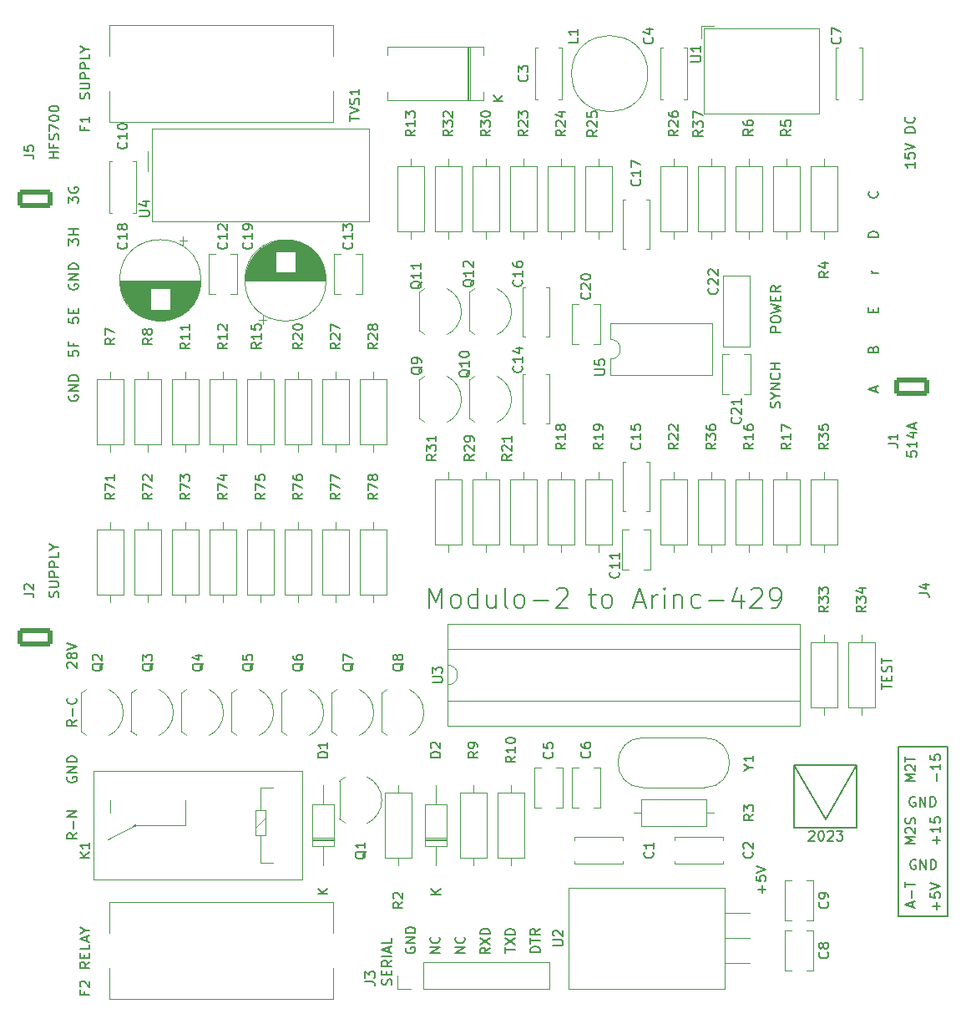
<source format=gto>
G04 #@! TF.GenerationSoftware,KiCad,Pcbnew,7.0.7*
G04 #@! TF.CreationDate,2023-11-18T21:36:32+01:00*
G04 #@! TF.ProjectId,Mod2Arinc,4d6f6432-4172-4696-9e63-2e6b69636164,rev?*
G04 #@! TF.SameCoordinates,Original*
G04 #@! TF.FileFunction,Legend,Top*
G04 #@! TF.FilePolarity,Positive*
%FSLAX46Y46*%
G04 Gerber Fmt 4.6, Leading zero omitted, Abs format (unit mm)*
G04 Created by KiCad (PCBNEW 7.0.7) date 2023-11-18 21:36:32*
%MOMM*%
%LPD*%
G01*
G04 APERTURE LIST*
G04 Aperture macros list*
%AMRoundRect*
0 Rectangle with rounded corners*
0 $1 Rounding radius*
0 $2 $3 $4 $5 $6 $7 $8 $9 X,Y pos of 4 corners*
0 Add a 4 corners polygon primitive as box body*
4,1,4,$2,$3,$4,$5,$6,$7,$8,$9,$2,$3,0*
0 Add four circle primitives for the rounded corners*
1,1,$1+$1,$2,$3*
1,1,$1+$1,$4,$5*
1,1,$1+$1,$6,$7*
1,1,$1+$1,$8,$9*
0 Add four rect primitives between the rounded corners*
20,1,$1+$1,$2,$3,$4,$5,0*
20,1,$1+$1,$4,$5,$6,$7,0*
20,1,$1+$1,$6,$7,$8,$9,0*
20,1,$1+$1,$8,$9,$2,$3,0*%
G04 Aperture macros list end*
%ADD10C,0.150000*%
%ADD11C,0.120000*%
%ADD12R,1.500000X1.500000*%
%ADD13C,1.500000*%
%ADD14C,1.600000*%
%ADD15C,3.600000*%
%ADD16C,6.400000*%
%ADD17O,1.600000X1.600000*%
%ADD18R,1.600000X1.600000*%
%ADD19C,2.700000*%
%ADD20C,3.000000*%
%ADD21C,2.000000*%
%ADD22R,1.700000X2.500000*%
%ADD23O,1.700000X2.500000*%
%ADD24R,1.500000X3.000000*%
%ADD25O,1.500000X3.000000*%
%ADD26R,1.700000X1.700000*%
%ADD27O,1.700000X1.700000*%
%ADD28O,3.500000X3.500000*%
%ADD29R,2.000000X1.905000*%
%ADD30O,2.000000X1.905000*%
%ADD31R,3.200000X3.200000*%
%ADD32O,3.200000X3.200000*%
%ADD33R,2.300000X2.300000*%
%ADD34C,2.300000*%
%ADD35C,2.600000*%
%ADD36O,3.600000X1.800000*%
%ADD37RoundRect,0.250000X-1.550000X0.650000X-1.550000X-0.650000X1.550000X-0.650000X1.550000X0.650000X0*%
%ADD38R,1.800000X1.800000*%
%ADD39C,1.800000*%
%ADD40RoundRect,0.250000X1.550000X-0.650000X1.550000X0.650000X-1.550000X0.650000X-1.550000X-0.650000X0*%
G04 APERTURE END LIST*
D10*
X229293041Y-138602629D02*
X229293041Y-137840725D01*
X229673994Y-138221677D02*
X228912089Y-138221677D01*
X228673994Y-136888344D02*
X228673994Y-137364534D01*
X228673994Y-137364534D02*
X229150184Y-137412153D01*
X229150184Y-137412153D02*
X229102565Y-137364534D01*
X229102565Y-137364534D02*
X229054946Y-137269296D01*
X229054946Y-137269296D02*
X229054946Y-137031201D01*
X229054946Y-137031201D02*
X229102565Y-136935963D01*
X229102565Y-136935963D02*
X229150184Y-136888344D01*
X229150184Y-136888344D02*
X229245422Y-136840725D01*
X229245422Y-136840725D02*
X229483517Y-136840725D01*
X229483517Y-136840725D02*
X229578755Y-136888344D01*
X229578755Y-136888344D02*
X229626375Y-136935963D01*
X229626375Y-136935963D02*
X229673994Y-137031201D01*
X229673994Y-137031201D02*
X229673994Y-137269296D01*
X229673994Y-137269296D02*
X229626375Y-137364534D01*
X229626375Y-137364534D02*
X229578755Y-137412153D01*
X228673994Y-136555010D02*
X229673994Y-136221677D01*
X229673994Y-136221677D02*
X228673994Y-135888344D01*
X231161603Y-81750799D02*
X230161603Y-81750799D01*
X230161603Y-81750799D02*
X230161603Y-81369847D01*
X230161603Y-81369847D02*
X230209222Y-81274609D01*
X230209222Y-81274609D02*
X230256841Y-81226990D01*
X230256841Y-81226990D02*
X230352079Y-81179371D01*
X230352079Y-81179371D02*
X230494936Y-81179371D01*
X230494936Y-81179371D02*
X230590174Y-81226990D01*
X230590174Y-81226990D02*
X230637793Y-81274609D01*
X230637793Y-81274609D02*
X230685412Y-81369847D01*
X230685412Y-81369847D02*
X230685412Y-81750799D01*
X230161603Y-80560323D02*
X230161603Y-80369847D01*
X230161603Y-80369847D02*
X230209222Y-80274609D01*
X230209222Y-80274609D02*
X230304460Y-80179371D01*
X230304460Y-80179371D02*
X230494936Y-80131752D01*
X230494936Y-80131752D02*
X230828269Y-80131752D01*
X230828269Y-80131752D02*
X231018745Y-80179371D01*
X231018745Y-80179371D02*
X231113984Y-80274609D01*
X231113984Y-80274609D02*
X231161603Y-80369847D01*
X231161603Y-80369847D02*
X231161603Y-80560323D01*
X231161603Y-80560323D02*
X231113984Y-80655561D01*
X231113984Y-80655561D02*
X231018745Y-80750799D01*
X231018745Y-80750799D02*
X230828269Y-80798418D01*
X230828269Y-80798418D02*
X230494936Y-80798418D01*
X230494936Y-80798418D02*
X230304460Y-80750799D01*
X230304460Y-80750799D02*
X230209222Y-80655561D01*
X230209222Y-80655561D02*
X230161603Y-80560323D01*
X230161603Y-79798418D02*
X231161603Y-79560323D01*
X231161603Y-79560323D02*
X230447317Y-79369847D01*
X230447317Y-79369847D02*
X231161603Y-79179371D01*
X231161603Y-79179371D02*
X230161603Y-78941276D01*
X230637793Y-78560323D02*
X230637793Y-78226990D01*
X231161603Y-78084133D02*
X231161603Y-78560323D01*
X231161603Y-78560323D02*
X230161603Y-78560323D01*
X230161603Y-78560323D02*
X230161603Y-78084133D01*
X231161603Y-77084133D02*
X230685412Y-77417466D01*
X231161603Y-77655561D02*
X230161603Y-77655561D01*
X230161603Y-77655561D02*
X230161603Y-77274609D01*
X230161603Y-77274609D02*
X230209222Y-77179371D01*
X230209222Y-77179371D02*
X230256841Y-77131752D01*
X230256841Y-77131752D02*
X230352079Y-77084133D01*
X230352079Y-77084133D02*
X230494936Y-77084133D01*
X230494936Y-77084133D02*
X230590174Y-77131752D01*
X230590174Y-77131752D02*
X230637793Y-77179371D01*
X230637793Y-77179371D02*
X230685412Y-77274609D01*
X230685412Y-77274609D02*
X230685412Y-77655561D01*
X231064289Y-89401753D02*
X231111908Y-89258896D01*
X231111908Y-89258896D02*
X231111908Y-89020801D01*
X231111908Y-89020801D02*
X231064289Y-88925563D01*
X231064289Y-88925563D02*
X231016669Y-88877944D01*
X231016669Y-88877944D02*
X230921431Y-88830325D01*
X230921431Y-88830325D02*
X230826193Y-88830325D01*
X230826193Y-88830325D02*
X230730955Y-88877944D01*
X230730955Y-88877944D02*
X230683336Y-88925563D01*
X230683336Y-88925563D02*
X230635717Y-89020801D01*
X230635717Y-89020801D02*
X230588098Y-89211277D01*
X230588098Y-89211277D02*
X230540479Y-89306515D01*
X230540479Y-89306515D02*
X230492860Y-89354134D01*
X230492860Y-89354134D02*
X230397622Y-89401753D01*
X230397622Y-89401753D02*
X230302384Y-89401753D01*
X230302384Y-89401753D02*
X230207146Y-89354134D01*
X230207146Y-89354134D02*
X230159527Y-89306515D01*
X230159527Y-89306515D02*
X230111908Y-89211277D01*
X230111908Y-89211277D02*
X230111908Y-88973182D01*
X230111908Y-88973182D02*
X230159527Y-88830325D01*
X230635717Y-88211277D02*
X231111908Y-88211277D01*
X230111908Y-88544610D02*
X230635717Y-88211277D01*
X230635717Y-88211277D02*
X230111908Y-87877944D01*
X231111908Y-87544610D02*
X230111908Y-87544610D01*
X230111908Y-87544610D02*
X231111908Y-86973182D01*
X231111908Y-86973182D02*
X230111908Y-86973182D01*
X231016669Y-85925563D02*
X231064289Y-85973182D01*
X231064289Y-85973182D02*
X231111908Y-86116039D01*
X231111908Y-86116039D02*
X231111908Y-86211277D01*
X231111908Y-86211277D02*
X231064289Y-86354134D01*
X231064289Y-86354134D02*
X230969050Y-86449372D01*
X230969050Y-86449372D02*
X230873812Y-86496991D01*
X230873812Y-86496991D02*
X230683336Y-86544610D01*
X230683336Y-86544610D02*
X230540479Y-86544610D01*
X230540479Y-86544610D02*
X230350003Y-86496991D01*
X230350003Y-86496991D02*
X230254765Y-86449372D01*
X230254765Y-86449372D02*
X230159527Y-86354134D01*
X230159527Y-86354134D02*
X230111908Y-86211277D01*
X230111908Y-86211277D02*
X230111908Y-86116039D01*
X230111908Y-86116039D02*
X230159527Y-85973182D01*
X230159527Y-85973182D02*
X230207146Y-85925563D01*
X231111908Y-85496991D02*
X230111908Y-85496991D01*
X230588098Y-85496991D02*
X230588098Y-84925563D01*
X231111908Y-84925563D02*
X230111908Y-84925563D01*
X161085198Y-145617922D02*
X160609007Y-145951255D01*
X161085198Y-146189350D02*
X160085198Y-146189350D01*
X160085198Y-146189350D02*
X160085198Y-145808398D01*
X160085198Y-145808398D02*
X160132817Y-145713160D01*
X160132817Y-145713160D02*
X160180436Y-145665541D01*
X160180436Y-145665541D02*
X160275674Y-145617922D01*
X160275674Y-145617922D02*
X160418531Y-145617922D01*
X160418531Y-145617922D02*
X160513769Y-145665541D01*
X160513769Y-145665541D02*
X160561388Y-145713160D01*
X160561388Y-145713160D02*
X160609007Y-145808398D01*
X160609007Y-145808398D02*
X160609007Y-146189350D01*
X160561388Y-145189350D02*
X160561388Y-144856017D01*
X161085198Y-144713160D02*
X161085198Y-145189350D01*
X161085198Y-145189350D02*
X160085198Y-145189350D01*
X160085198Y-145189350D02*
X160085198Y-144713160D01*
X161085198Y-143808398D02*
X161085198Y-144284588D01*
X161085198Y-144284588D02*
X160085198Y-144284588D01*
X160799483Y-143522683D02*
X160799483Y-143046493D01*
X161085198Y-143617921D02*
X160085198Y-143284588D01*
X160085198Y-143284588D02*
X161085198Y-142951255D01*
X160609007Y-142427445D02*
X161085198Y-142427445D01*
X160085198Y-142760778D02*
X160609007Y-142427445D01*
X160609007Y-142427445D02*
X160085198Y-142094112D01*
X161042730Y-58100595D02*
X161090349Y-57957738D01*
X161090349Y-57957738D02*
X161090349Y-57719643D01*
X161090349Y-57719643D02*
X161042730Y-57624405D01*
X161042730Y-57624405D02*
X160995110Y-57576786D01*
X160995110Y-57576786D02*
X160899872Y-57529167D01*
X160899872Y-57529167D02*
X160804634Y-57529167D01*
X160804634Y-57529167D02*
X160709396Y-57576786D01*
X160709396Y-57576786D02*
X160661777Y-57624405D01*
X160661777Y-57624405D02*
X160614158Y-57719643D01*
X160614158Y-57719643D02*
X160566539Y-57910119D01*
X160566539Y-57910119D02*
X160518920Y-58005357D01*
X160518920Y-58005357D02*
X160471301Y-58052976D01*
X160471301Y-58052976D02*
X160376063Y-58100595D01*
X160376063Y-58100595D02*
X160280825Y-58100595D01*
X160280825Y-58100595D02*
X160185587Y-58052976D01*
X160185587Y-58052976D02*
X160137968Y-58005357D01*
X160137968Y-58005357D02*
X160090349Y-57910119D01*
X160090349Y-57910119D02*
X160090349Y-57672024D01*
X160090349Y-57672024D02*
X160137968Y-57529167D01*
X160090349Y-57100595D02*
X160899872Y-57100595D01*
X160899872Y-57100595D02*
X160995110Y-57052976D01*
X160995110Y-57052976D02*
X161042730Y-57005357D01*
X161042730Y-57005357D02*
X161090349Y-56910119D01*
X161090349Y-56910119D02*
X161090349Y-56719643D01*
X161090349Y-56719643D02*
X161042730Y-56624405D01*
X161042730Y-56624405D02*
X160995110Y-56576786D01*
X160995110Y-56576786D02*
X160899872Y-56529167D01*
X160899872Y-56529167D02*
X160090349Y-56529167D01*
X161090349Y-56052976D02*
X160090349Y-56052976D01*
X160090349Y-56052976D02*
X160090349Y-55672024D01*
X160090349Y-55672024D02*
X160137968Y-55576786D01*
X160137968Y-55576786D02*
X160185587Y-55529167D01*
X160185587Y-55529167D02*
X160280825Y-55481548D01*
X160280825Y-55481548D02*
X160423682Y-55481548D01*
X160423682Y-55481548D02*
X160518920Y-55529167D01*
X160518920Y-55529167D02*
X160566539Y-55576786D01*
X160566539Y-55576786D02*
X160614158Y-55672024D01*
X160614158Y-55672024D02*
X160614158Y-56052976D01*
X161090349Y-55052976D02*
X160090349Y-55052976D01*
X160090349Y-55052976D02*
X160090349Y-54672024D01*
X160090349Y-54672024D02*
X160137968Y-54576786D01*
X160137968Y-54576786D02*
X160185587Y-54529167D01*
X160185587Y-54529167D02*
X160280825Y-54481548D01*
X160280825Y-54481548D02*
X160423682Y-54481548D01*
X160423682Y-54481548D02*
X160518920Y-54529167D01*
X160518920Y-54529167D02*
X160566539Y-54576786D01*
X160566539Y-54576786D02*
X160614158Y-54672024D01*
X160614158Y-54672024D02*
X160614158Y-55052976D01*
X161090349Y-53576786D02*
X161090349Y-54052976D01*
X161090349Y-54052976D02*
X160090349Y-54052976D01*
X160614158Y-53052976D02*
X161090349Y-53052976D01*
X160090349Y-53386309D02*
X160614158Y-53052976D01*
X160614158Y-53052976D02*
X160090349Y-52719643D01*
X240787562Y-87753486D02*
X240787562Y-87277296D01*
X241073277Y-87848724D02*
X240073277Y-87515391D01*
X240073277Y-87515391D02*
X241073277Y-87182058D01*
X240549467Y-83467771D02*
X240597086Y-83324914D01*
X240597086Y-83324914D02*
X240644705Y-83277295D01*
X240644705Y-83277295D02*
X240739943Y-83229676D01*
X240739943Y-83229676D02*
X240882800Y-83229676D01*
X240882800Y-83229676D02*
X240978038Y-83277295D01*
X240978038Y-83277295D02*
X241025658Y-83324914D01*
X241025658Y-83324914D02*
X241073277Y-83420152D01*
X241073277Y-83420152D02*
X241073277Y-83801104D01*
X241073277Y-83801104D02*
X240073277Y-83801104D01*
X240073277Y-83801104D02*
X240073277Y-83467771D01*
X240073277Y-83467771D02*
X240120896Y-83372533D01*
X240120896Y-83372533D02*
X240168515Y-83324914D01*
X240168515Y-83324914D02*
X240263753Y-83277295D01*
X240263753Y-83277295D02*
X240358991Y-83277295D01*
X240358991Y-83277295D02*
X240454229Y-83324914D01*
X240454229Y-83324914D02*
X240501848Y-83372533D01*
X240501848Y-83372533D02*
X240549467Y-83467771D01*
X240549467Y-83467771D02*
X240549467Y-83801104D01*
X240549467Y-79753484D02*
X240549467Y-79420151D01*
X241073277Y-79277294D02*
X241073277Y-79753484D01*
X241073277Y-79753484D02*
X240073277Y-79753484D01*
X240073277Y-79753484D02*
X240073277Y-79277294D01*
X241073277Y-75801102D02*
X240406610Y-75801102D01*
X240597086Y-75801102D02*
X240501848Y-75753483D01*
X240501848Y-75753483D02*
X240454229Y-75705864D01*
X240454229Y-75705864D02*
X240406610Y-75610626D01*
X240406610Y-75610626D02*
X240406610Y-75515388D01*
X241073277Y-72134434D02*
X240073277Y-72134434D01*
X240073277Y-72134434D02*
X240073277Y-71896339D01*
X240073277Y-71896339D02*
X240120896Y-71753482D01*
X240120896Y-71753482D02*
X240216134Y-71658244D01*
X240216134Y-71658244D02*
X240311372Y-71610625D01*
X240311372Y-71610625D02*
X240501848Y-71563006D01*
X240501848Y-71563006D02*
X240644705Y-71563006D01*
X240644705Y-71563006D02*
X240835181Y-71610625D01*
X240835181Y-71610625D02*
X240930419Y-71658244D01*
X240930419Y-71658244D02*
X241025658Y-71753482D01*
X241025658Y-71753482D02*
X241073277Y-71896339D01*
X241073277Y-71896339D02*
X241073277Y-72134434D01*
X240978038Y-67515386D02*
X241025658Y-67563005D01*
X241025658Y-67563005D02*
X241073277Y-67705862D01*
X241073277Y-67705862D02*
X241073277Y-67801100D01*
X241073277Y-67801100D02*
X241025658Y-67943957D01*
X241025658Y-67943957D02*
X240930419Y-68039195D01*
X240930419Y-68039195D02*
X240835181Y-68086814D01*
X240835181Y-68086814D02*
X240644705Y-68134433D01*
X240644705Y-68134433D02*
X240501848Y-68134433D01*
X240501848Y-68134433D02*
X240311372Y-68086814D01*
X240311372Y-68086814D02*
X240216134Y-68039195D01*
X240216134Y-68039195D02*
X240120896Y-67943957D01*
X240120896Y-67943957D02*
X240073277Y-67801100D01*
X240073277Y-67801100D02*
X240073277Y-67705862D01*
X240073277Y-67705862D02*
X240120896Y-67563005D01*
X240120896Y-67563005D02*
X240168515Y-67515386D01*
X243095547Y-123750906D02*
X248077366Y-123750906D01*
X248077366Y-140987999D01*
X243095547Y-140987999D01*
X243095547Y-123750906D01*
X232545434Y-125620286D02*
X235707559Y-131127294D01*
X235707559Y-131127294D02*
X238895434Y-125620286D01*
X238895434Y-125620286D02*
X232545434Y-125620286D01*
X232545434Y-131970286D01*
X238895434Y-131970286D01*
X238895434Y-125620286D01*
X159802364Y-132539975D02*
X159326173Y-132873308D01*
X159802364Y-133111403D02*
X158802364Y-133111403D01*
X158802364Y-133111403D02*
X158802364Y-132730451D01*
X158802364Y-132730451D02*
X158849983Y-132635213D01*
X158849983Y-132635213D02*
X158897602Y-132587594D01*
X158897602Y-132587594D02*
X158992840Y-132539975D01*
X158992840Y-132539975D02*
X159135697Y-132539975D01*
X159135697Y-132539975D02*
X159230935Y-132587594D01*
X159230935Y-132587594D02*
X159278554Y-132635213D01*
X159278554Y-132635213D02*
X159326173Y-132730451D01*
X159326173Y-132730451D02*
X159326173Y-133111403D01*
X159421411Y-132111403D02*
X159421411Y-131349499D01*
X159802364Y-130873308D02*
X158802364Y-130873308D01*
X158802364Y-130873308D02*
X159802364Y-130301880D01*
X159802364Y-130301880D02*
X158802364Y-130301880D01*
X154419819Y-63817506D02*
X155134104Y-63817506D01*
X155134104Y-63817506D02*
X155276961Y-63865125D01*
X155276961Y-63865125D02*
X155372200Y-63960363D01*
X155372200Y-63960363D02*
X155419819Y-64103220D01*
X155419819Y-64103220D02*
X155419819Y-64198458D01*
X154419819Y-62865125D02*
X154419819Y-63341315D01*
X154419819Y-63341315D02*
X154896009Y-63388934D01*
X154896009Y-63388934D02*
X154848390Y-63341315D01*
X154848390Y-63341315D02*
X154800771Y-63246077D01*
X154800771Y-63246077D02*
X154800771Y-63007982D01*
X154800771Y-63007982D02*
X154848390Y-62912744D01*
X154848390Y-62912744D02*
X154896009Y-62865125D01*
X154896009Y-62865125D02*
X154991247Y-62817506D01*
X154991247Y-62817506D02*
X155229342Y-62817506D01*
X155229342Y-62817506D02*
X155324580Y-62865125D01*
X155324580Y-62865125D02*
X155372200Y-62912744D01*
X155372200Y-62912744D02*
X155419819Y-63007982D01*
X155419819Y-63007982D02*
X155419819Y-63246077D01*
X155419819Y-63246077D02*
X155372200Y-63341315D01*
X155372200Y-63341315D02*
X155324580Y-63388934D01*
X159769152Y-121081792D02*
X159292961Y-121415125D01*
X159769152Y-121653220D02*
X158769152Y-121653220D01*
X158769152Y-121653220D02*
X158769152Y-121272268D01*
X158769152Y-121272268D02*
X158816771Y-121177030D01*
X158816771Y-121177030D02*
X158864390Y-121129411D01*
X158864390Y-121129411D02*
X158959628Y-121081792D01*
X158959628Y-121081792D02*
X159102485Y-121081792D01*
X159102485Y-121081792D02*
X159197723Y-121129411D01*
X159197723Y-121129411D02*
X159245342Y-121177030D01*
X159245342Y-121177030D02*
X159292961Y-121272268D01*
X159292961Y-121272268D02*
X159292961Y-121653220D01*
X159388199Y-120653220D02*
X159388199Y-119891316D01*
X159673913Y-118843697D02*
X159721533Y-118891316D01*
X159721533Y-118891316D02*
X159769152Y-119034173D01*
X159769152Y-119034173D02*
X159769152Y-119129411D01*
X159769152Y-119129411D02*
X159721533Y-119272268D01*
X159721533Y-119272268D02*
X159626294Y-119367506D01*
X159626294Y-119367506D02*
X159531056Y-119415125D01*
X159531056Y-119415125D02*
X159340580Y-119462744D01*
X159340580Y-119462744D02*
X159197723Y-119462744D01*
X159197723Y-119462744D02*
X159007247Y-119415125D01*
X159007247Y-119415125D02*
X158912009Y-119367506D01*
X158912009Y-119367506D02*
X158816771Y-119272268D01*
X158816771Y-119272268D02*
X158769152Y-119129411D01*
X158769152Y-119129411D02*
X158769152Y-119034173D01*
X158769152Y-119034173D02*
X158816771Y-118891316D01*
X158816771Y-118891316D02*
X158864390Y-118843697D01*
X201695980Y-144164883D02*
X201219789Y-144498216D01*
X201695980Y-144736311D02*
X200695980Y-144736311D01*
X200695980Y-144736311D02*
X200695980Y-144355359D01*
X200695980Y-144355359D02*
X200743599Y-144260121D01*
X200743599Y-144260121D02*
X200791218Y-144212502D01*
X200791218Y-144212502D02*
X200886456Y-144164883D01*
X200886456Y-144164883D02*
X201029313Y-144164883D01*
X201029313Y-144164883D02*
X201124551Y-144212502D01*
X201124551Y-144212502D02*
X201172170Y-144260121D01*
X201172170Y-144260121D02*
X201219789Y-144355359D01*
X201219789Y-144355359D02*
X201219789Y-144736311D01*
X200695980Y-143831549D02*
X201695980Y-143164883D01*
X200695980Y-143164883D02*
X201695980Y-143831549D01*
X201695980Y-142783930D02*
X200695980Y-142783930D01*
X200695980Y-142783930D02*
X200695980Y-142545835D01*
X200695980Y-142545835D02*
X200743599Y-142402978D01*
X200743599Y-142402978D02*
X200838837Y-142307740D01*
X200838837Y-142307740D02*
X200934075Y-142260121D01*
X200934075Y-142260121D02*
X201124551Y-142212502D01*
X201124551Y-142212502D02*
X201267408Y-142212502D01*
X201267408Y-142212502D02*
X201457884Y-142260121D01*
X201457884Y-142260121D02*
X201553122Y-142307740D01*
X201553122Y-142307740D02*
X201648361Y-142402978D01*
X201648361Y-142402978D02*
X201695980Y-142545835D01*
X201695980Y-142545835D02*
X201695980Y-142783930D01*
X157959819Y-64103220D02*
X156959819Y-64103220D01*
X157436009Y-64103220D02*
X157436009Y-63531792D01*
X157959819Y-63531792D02*
X156959819Y-63531792D01*
X157436009Y-62722268D02*
X157436009Y-63055601D01*
X157959819Y-63055601D02*
X156959819Y-63055601D01*
X156959819Y-63055601D02*
X156959819Y-62579411D01*
X157912200Y-62246077D02*
X157959819Y-62103220D01*
X157959819Y-62103220D02*
X157959819Y-61865125D01*
X157959819Y-61865125D02*
X157912200Y-61769887D01*
X157912200Y-61769887D02*
X157864580Y-61722268D01*
X157864580Y-61722268D02*
X157769342Y-61674649D01*
X157769342Y-61674649D02*
X157674104Y-61674649D01*
X157674104Y-61674649D02*
X157578866Y-61722268D01*
X157578866Y-61722268D02*
X157531247Y-61769887D01*
X157531247Y-61769887D02*
X157483628Y-61865125D01*
X157483628Y-61865125D02*
X157436009Y-62055601D01*
X157436009Y-62055601D02*
X157388390Y-62150839D01*
X157388390Y-62150839D02*
X157340771Y-62198458D01*
X157340771Y-62198458D02*
X157245533Y-62246077D01*
X157245533Y-62246077D02*
X157150295Y-62246077D01*
X157150295Y-62246077D02*
X157055057Y-62198458D01*
X157055057Y-62198458D02*
X157007438Y-62150839D01*
X157007438Y-62150839D02*
X156959819Y-62055601D01*
X156959819Y-62055601D02*
X156959819Y-61817506D01*
X156959819Y-61817506D02*
X157007438Y-61674649D01*
X156959819Y-61341315D02*
X156959819Y-60674649D01*
X156959819Y-60674649D02*
X157959819Y-61103220D01*
X156959819Y-60103220D02*
X156959819Y-60007982D01*
X156959819Y-60007982D02*
X157007438Y-59912744D01*
X157007438Y-59912744D02*
X157055057Y-59865125D01*
X157055057Y-59865125D02*
X157150295Y-59817506D01*
X157150295Y-59817506D02*
X157340771Y-59769887D01*
X157340771Y-59769887D02*
X157578866Y-59769887D01*
X157578866Y-59769887D02*
X157769342Y-59817506D01*
X157769342Y-59817506D02*
X157864580Y-59865125D01*
X157864580Y-59865125D02*
X157912200Y-59912744D01*
X157912200Y-59912744D02*
X157959819Y-60007982D01*
X157959819Y-60007982D02*
X157959819Y-60103220D01*
X157959819Y-60103220D02*
X157912200Y-60198458D01*
X157912200Y-60198458D02*
X157864580Y-60246077D01*
X157864580Y-60246077D02*
X157769342Y-60293696D01*
X157769342Y-60293696D02*
X157578866Y-60341315D01*
X157578866Y-60341315D02*
X157340771Y-60341315D01*
X157340771Y-60341315D02*
X157150295Y-60293696D01*
X157150295Y-60293696D02*
X157055057Y-60246077D01*
X157055057Y-60246077D02*
X157007438Y-60198458D01*
X157007438Y-60198458D02*
X156959819Y-60103220D01*
X156959819Y-59150839D02*
X156959819Y-59055601D01*
X156959819Y-59055601D02*
X157007438Y-58960363D01*
X157007438Y-58960363D02*
X157055057Y-58912744D01*
X157055057Y-58912744D02*
X157150295Y-58865125D01*
X157150295Y-58865125D02*
X157340771Y-58817506D01*
X157340771Y-58817506D02*
X157578866Y-58817506D01*
X157578866Y-58817506D02*
X157769342Y-58865125D01*
X157769342Y-58865125D02*
X157864580Y-58912744D01*
X157864580Y-58912744D02*
X157912200Y-58960363D01*
X157912200Y-58960363D02*
X157959819Y-59055601D01*
X157959819Y-59055601D02*
X157959819Y-59150839D01*
X157959819Y-59150839D02*
X157912200Y-59246077D01*
X157912200Y-59246077D02*
X157864580Y-59293696D01*
X157864580Y-59293696D02*
X157769342Y-59341315D01*
X157769342Y-59341315D02*
X157578866Y-59388934D01*
X157578866Y-59388934D02*
X157340771Y-59388934D01*
X157340771Y-59388934D02*
X157150295Y-59341315D01*
X157150295Y-59341315D02*
X157055057Y-59293696D01*
X157055057Y-59293696D02*
X157007438Y-59246077D01*
X157007438Y-59246077D02*
X156959819Y-59150839D01*
X242049819Y-93087862D02*
X242764104Y-93087862D01*
X242764104Y-93087862D02*
X242906961Y-93135481D01*
X242906961Y-93135481D02*
X243002200Y-93230719D01*
X243002200Y-93230719D02*
X243049819Y-93373576D01*
X243049819Y-93373576D02*
X243049819Y-93468814D01*
X243049819Y-92087862D02*
X243049819Y-92659290D01*
X243049819Y-92373576D02*
X242049819Y-92373576D01*
X242049819Y-92373576D02*
X242192676Y-92468814D01*
X242192676Y-92468814D02*
X242287914Y-92564052D01*
X242287914Y-92564052D02*
X242335533Y-92659290D01*
X158897602Y-115789081D02*
X158849983Y-115741462D01*
X158849983Y-115741462D02*
X158802364Y-115646224D01*
X158802364Y-115646224D02*
X158802364Y-115408129D01*
X158802364Y-115408129D02*
X158849983Y-115312891D01*
X158849983Y-115312891D02*
X158897602Y-115265272D01*
X158897602Y-115265272D02*
X158992840Y-115217653D01*
X158992840Y-115217653D02*
X159088078Y-115217653D01*
X159088078Y-115217653D02*
X159230935Y-115265272D01*
X159230935Y-115265272D02*
X159802364Y-115836700D01*
X159802364Y-115836700D02*
X159802364Y-115217653D01*
X159230935Y-114646224D02*
X159183316Y-114741462D01*
X159183316Y-114741462D02*
X159135697Y-114789081D01*
X159135697Y-114789081D02*
X159040459Y-114836700D01*
X159040459Y-114836700D02*
X158992840Y-114836700D01*
X158992840Y-114836700D02*
X158897602Y-114789081D01*
X158897602Y-114789081D02*
X158849983Y-114741462D01*
X158849983Y-114741462D02*
X158802364Y-114646224D01*
X158802364Y-114646224D02*
X158802364Y-114455748D01*
X158802364Y-114455748D02*
X158849983Y-114360510D01*
X158849983Y-114360510D02*
X158897602Y-114312891D01*
X158897602Y-114312891D02*
X158992840Y-114265272D01*
X158992840Y-114265272D02*
X159040459Y-114265272D01*
X159040459Y-114265272D02*
X159135697Y-114312891D01*
X159135697Y-114312891D02*
X159183316Y-114360510D01*
X159183316Y-114360510D02*
X159230935Y-114455748D01*
X159230935Y-114455748D02*
X159230935Y-114646224D01*
X159230935Y-114646224D02*
X159278554Y-114741462D01*
X159278554Y-114741462D02*
X159326173Y-114789081D01*
X159326173Y-114789081D02*
X159421411Y-114836700D01*
X159421411Y-114836700D02*
X159611887Y-114836700D01*
X159611887Y-114836700D02*
X159707125Y-114789081D01*
X159707125Y-114789081D02*
X159754745Y-114741462D01*
X159754745Y-114741462D02*
X159802364Y-114646224D01*
X159802364Y-114646224D02*
X159802364Y-114455748D01*
X159802364Y-114455748D02*
X159754745Y-114360510D01*
X159754745Y-114360510D02*
X159707125Y-114312891D01*
X159707125Y-114312891D02*
X159611887Y-114265272D01*
X159611887Y-114265272D02*
X159421411Y-114265272D01*
X159421411Y-114265272D02*
X159326173Y-114312891D01*
X159326173Y-114312891D02*
X159278554Y-114360510D01*
X159278554Y-114360510D02*
X159230935Y-114455748D01*
X158802364Y-113979557D02*
X159802364Y-113646224D01*
X159802364Y-113646224D02*
X158802364Y-113312891D01*
X191678745Y-147922475D02*
X191726364Y-147779618D01*
X191726364Y-147779618D02*
X191726364Y-147541523D01*
X191726364Y-147541523D02*
X191678745Y-147446285D01*
X191678745Y-147446285D02*
X191631125Y-147398666D01*
X191631125Y-147398666D02*
X191535887Y-147351047D01*
X191535887Y-147351047D02*
X191440649Y-147351047D01*
X191440649Y-147351047D02*
X191345411Y-147398666D01*
X191345411Y-147398666D02*
X191297792Y-147446285D01*
X191297792Y-147446285D02*
X191250173Y-147541523D01*
X191250173Y-147541523D02*
X191202554Y-147731999D01*
X191202554Y-147731999D02*
X191154935Y-147827237D01*
X191154935Y-147827237D02*
X191107316Y-147874856D01*
X191107316Y-147874856D02*
X191012078Y-147922475D01*
X191012078Y-147922475D02*
X190916840Y-147922475D01*
X190916840Y-147922475D02*
X190821602Y-147874856D01*
X190821602Y-147874856D02*
X190773983Y-147827237D01*
X190773983Y-147827237D02*
X190726364Y-147731999D01*
X190726364Y-147731999D02*
X190726364Y-147493904D01*
X190726364Y-147493904D02*
X190773983Y-147351047D01*
X191202554Y-146922475D02*
X191202554Y-146589142D01*
X191726364Y-146446285D02*
X191726364Y-146922475D01*
X191726364Y-146922475D02*
X190726364Y-146922475D01*
X190726364Y-146922475D02*
X190726364Y-146446285D01*
X191726364Y-145446285D02*
X191250173Y-145779618D01*
X191726364Y-146017713D02*
X190726364Y-146017713D01*
X190726364Y-146017713D02*
X190726364Y-145636761D01*
X190726364Y-145636761D02*
X190773983Y-145541523D01*
X190773983Y-145541523D02*
X190821602Y-145493904D01*
X190821602Y-145493904D02*
X190916840Y-145446285D01*
X190916840Y-145446285D02*
X191059697Y-145446285D01*
X191059697Y-145446285D02*
X191154935Y-145493904D01*
X191154935Y-145493904D02*
X191202554Y-145541523D01*
X191202554Y-145541523D02*
X191250173Y-145636761D01*
X191250173Y-145636761D02*
X191250173Y-146017713D01*
X191726364Y-145017713D02*
X190726364Y-145017713D01*
X191440649Y-144589142D02*
X191440649Y-144112952D01*
X191726364Y-144684380D02*
X190726364Y-144351047D01*
X190726364Y-144351047D02*
X191726364Y-144017714D01*
X191726364Y-143208190D02*
X191726364Y-143684380D01*
X191726364Y-143684380D02*
X190726364Y-143684380D01*
X196608546Y-144686492D02*
X195608546Y-144686492D01*
X195608546Y-144686492D02*
X196608546Y-144115064D01*
X196608546Y-144115064D02*
X195608546Y-144115064D01*
X196513307Y-143067445D02*
X196560927Y-143115064D01*
X196560927Y-143115064D02*
X196608546Y-143257921D01*
X196608546Y-143257921D02*
X196608546Y-143353159D01*
X196608546Y-143353159D02*
X196560927Y-143496016D01*
X196560927Y-143496016D02*
X196465688Y-143591254D01*
X196465688Y-143591254D02*
X196370450Y-143638873D01*
X196370450Y-143638873D02*
X196179974Y-143686492D01*
X196179974Y-143686492D02*
X196037117Y-143686492D01*
X196037117Y-143686492D02*
X195846641Y-143638873D01*
X195846641Y-143638873D02*
X195751403Y-143591254D01*
X195751403Y-143591254D02*
X195656165Y-143496016D01*
X195656165Y-143496016D02*
X195608546Y-143353159D01*
X195608546Y-143353159D02*
X195608546Y-143257921D01*
X195608546Y-143257921D02*
X195656165Y-143115064D01*
X195656165Y-143115064D02*
X195703784Y-143067445D01*
X243965854Y-93841591D02*
X243965854Y-94317781D01*
X243965854Y-94317781D02*
X244442044Y-94365400D01*
X244442044Y-94365400D02*
X244394425Y-94317781D01*
X244394425Y-94317781D02*
X244346806Y-94222543D01*
X244346806Y-94222543D02*
X244346806Y-93984448D01*
X244346806Y-93984448D02*
X244394425Y-93889210D01*
X244394425Y-93889210D02*
X244442044Y-93841591D01*
X244442044Y-93841591D02*
X244537282Y-93793972D01*
X244537282Y-93793972D02*
X244775377Y-93793972D01*
X244775377Y-93793972D02*
X244870615Y-93841591D01*
X244870615Y-93841591D02*
X244918235Y-93889210D01*
X244918235Y-93889210D02*
X244965854Y-93984448D01*
X244965854Y-93984448D02*
X244965854Y-94222543D01*
X244965854Y-94222543D02*
X244918235Y-94317781D01*
X244918235Y-94317781D02*
X244870615Y-94365400D01*
X244965854Y-92841591D02*
X244965854Y-93413019D01*
X244965854Y-93127305D02*
X243965854Y-93127305D01*
X243965854Y-93127305D02*
X244108711Y-93222543D01*
X244108711Y-93222543D02*
X244203949Y-93317781D01*
X244203949Y-93317781D02*
X244251568Y-93413019D01*
X244299187Y-91984448D02*
X244965854Y-91984448D01*
X243918235Y-92222543D02*
X244632520Y-92460638D01*
X244632520Y-92460638D02*
X244632520Y-91841591D01*
X244680139Y-91508257D02*
X244680139Y-91032067D01*
X244965854Y-91603495D02*
X243965854Y-91270162D01*
X243965854Y-91270162D02*
X244965854Y-90936829D01*
X203236707Y-144679895D02*
X203236707Y-144108467D01*
X204236707Y-144394181D02*
X203236707Y-144394181D01*
X203236707Y-143870371D02*
X204236707Y-143203705D01*
X203236707Y-143203705D02*
X204236707Y-143870371D01*
X204236707Y-142822752D02*
X203236707Y-142822752D01*
X203236707Y-142822752D02*
X203236707Y-142584657D01*
X203236707Y-142584657D02*
X203284326Y-142441800D01*
X203284326Y-142441800D02*
X203379564Y-142346562D01*
X203379564Y-142346562D02*
X203474802Y-142298943D01*
X203474802Y-142298943D02*
X203665278Y-142251324D01*
X203665278Y-142251324D02*
X203808135Y-142251324D01*
X203808135Y-142251324D02*
X203998611Y-142298943D01*
X203998611Y-142298943D02*
X204093849Y-142346562D01*
X204093849Y-142346562D02*
X204189088Y-142441800D01*
X204189088Y-142441800D02*
X204236707Y-142584657D01*
X204236707Y-142584657D02*
X204236707Y-142822752D01*
X193165256Y-144162683D02*
X193117637Y-144257921D01*
X193117637Y-144257921D02*
X193117637Y-144400778D01*
X193117637Y-144400778D02*
X193165256Y-144543635D01*
X193165256Y-144543635D02*
X193260494Y-144638873D01*
X193260494Y-144638873D02*
X193355732Y-144686492D01*
X193355732Y-144686492D02*
X193546208Y-144734111D01*
X193546208Y-144734111D02*
X193689065Y-144734111D01*
X193689065Y-144734111D02*
X193879541Y-144686492D01*
X193879541Y-144686492D02*
X193974779Y-144638873D01*
X193974779Y-144638873D02*
X194070018Y-144543635D01*
X194070018Y-144543635D02*
X194117637Y-144400778D01*
X194117637Y-144400778D02*
X194117637Y-144305540D01*
X194117637Y-144305540D02*
X194070018Y-144162683D01*
X194070018Y-144162683D02*
X194022398Y-144115064D01*
X194022398Y-144115064D02*
X193689065Y-144115064D01*
X193689065Y-144115064D02*
X193689065Y-144305540D01*
X194117637Y-143686492D02*
X193117637Y-143686492D01*
X193117637Y-143686492D02*
X194117637Y-143115064D01*
X194117637Y-143115064D02*
X193117637Y-143115064D01*
X194117637Y-142638873D02*
X193117637Y-142638873D01*
X193117637Y-142638873D02*
X193117637Y-142400778D01*
X193117637Y-142400778D02*
X193165256Y-142257921D01*
X193165256Y-142257921D02*
X193260494Y-142162683D01*
X193260494Y-142162683D02*
X193355732Y-142115064D01*
X193355732Y-142115064D02*
X193546208Y-142067445D01*
X193546208Y-142067445D02*
X193689065Y-142067445D01*
X193689065Y-142067445D02*
X193879541Y-142115064D01*
X193879541Y-142115064D02*
X193974779Y-142162683D01*
X193974779Y-142162683D02*
X194070018Y-142257921D01*
X194070018Y-142257921D02*
X194117637Y-142400778D01*
X194117637Y-142400778D02*
X194117637Y-142638873D01*
X244815091Y-127283403D02*
X243815091Y-127283403D01*
X243815091Y-127283403D02*
X244529376Y-126950070D01*
X244529376Y-126950070D02*
X243815091Y-126616737D01*
X243815091Y-126616737D02*
X244815091Y-126616737D01*
X243910329Y-126188165D02*
X243862710Y-126140546D01*
X243862710Y-126140546D02*
X243815091Y-126045308D01*
X243815091Y-126045308D02*
X243815091Y-125807213D01*
X243815091Y-125807213D02*
X243862710Y-125711975D01*
X243862710Y-125711975D02*
X243910329Y-125664356D01*
X243910329Y-125664356D02*
X244005567Y-125616737D01*
X244005567Y-125616737D02*
X244100805Y-125616737D01*
X244100805Y-125616737D02*
X244243662Y-125664356D01*
X244243662Y-125664356D02*
X244815091Y-126235784D01*
X244815091Y-126235784D02*
X244815091Y-125616737D01*
X243815091Y-125331022D02*
X243815091Y-124759594D01*
X244815091Y-125045308D02*
X243815091Y-125045308D01*
X158849983Y-126841897D02*
X158802364Y-126937135D01*
X158802364Y-126937135D02*
X158802364Y-127079992D01*
X158802364Y-127079992D02*
X158849983Y-127222849D01*
X158849983Y-127222849D02*
X158945221Y-127318087D01*
X158945221Y-127318087D02*
X159040459Y-127365706D01*
X159040459Y-127365706D02*
X159230935Y-127413325D01*
X159230935Y-127413325D02*
X159373792Y-127413325D01*
X159373792Y-127413325D02*
X159564268Y-127365706D01*
X159564268Y-127365706D02*
X159659506Y-127318087D01*
X159659506Y-127318087D02*
X159754745Y-127222849D01*
X159754745Y-127222849D02*
X159802364Y-127079992D01*
X159802364Y-127079992D02*
X159802364Y-126984754D01*
X159802364Y-126984754D02*
X159754745Y-126841897D01*
X159754745Y-126841897D02*
X159707125Y-126794278D01*
X159707125Y-126794278D02*
X159373792Y-126794278D01*
X159373792Y-126794278D02*
X159373792Y-126984754D01*
X159802364Y-126365706D02*
X158802364Y-126365706D01*
X158802364Y-126365706D02*
X159802364Y-125794278D01*
X159802364Y-125794278D02*
X158802364Y-125794278D01*
X159802364Y-125318087D02*
X158802364Y-125318087D01*
X158802364Y-125318087D02*
X158802364Y-125079992D01*
X158802364Y-125079992D02*
X158849983Y-124937135D01*
X158849983Y-124937135D02*
X158945221Y-124841897D01*
X158945221Y-124841897D02*
X159040459Y-124794278D01*
X159040459Y-124794278D02*
X159230935Y-124746659D01*
X159230935Y-124746659D02*
X159373792Y-124746659D01*
X159373792Y-124746659D02*
X159564268Y-124794278D01*
X159564268Y-124794278D02*
X159659506Y-124841897D01*
X159659506Y-124841897D02*
X159754745Y-124937135D01*
X159754745Y-124937135D02*
X159802364Y-125079992D01*
X159802364Y-125079992D02*
X159802364Y-125318087D01*
X241439591Y-117961118D02*
X241439591Y-117389690D01*
X242439591Y-117675404D02*
X241439591Y-117675404D01*
X241915781Y-117056356D02*
X241915781Y-116723023D01*
X242439591Y-116580166D02*
X242439591Y-117056356D01*
X242439591Y-117056356D02*
X241439591Y-117056356D01*
X241439591Y-117056356D02*
X241439591Y-116580166D01*
X242391972Y-116199213D02*
X242439591Y-116056356D01*
X242439591Y-116056356D02*
X242439591Y-115818261D01*
X242439591Y-115818261D02*
X242391972Y-115723023D01*
X242391972Y-115723023D02*
X242344352Y-115675404D01*
X242344352Y-115675404D02*
X242249114Y-115627785D01*
X242249114Y-115627785D02*
X242153876Y-115627785D01*
X242153876Y-115627785D02*
X242058638Y-115675404D01*
X242058638Y-115675404D02*
X242011019Y-115723023D01*
X242011019Y-115723023D02*
X241963400Y-115818261D01*
X241963400Y-115818261D02*
X241915781Y-116008737D01*
X241915781Y-116008737D02*
X241868162Y-116103975D01*
X241868162Y-116103975D02*
X241820543Y-116151594D01*
X241820543Y-116151594D02*
X241725305Y-116199213D01*
X241725305Y-116199213D02*
X241630067Y-116199213D01*
X241630067Y-116199213D02*
X241534829Y-116151594D01*
X241534829Y-116151594D02*
X241487210Y-116103975D01*
X241487210Y-116103975D02*
X241439591Y-116008737D01*
X241439591Y-116008737D02*
X241439591Y-115770642D01*
X241439591Y-115770642D02*
X241487210Y-115627785D01*
X241439591Y-115342070D02*
X241439591Y-114770642D01*
X242439591Y-115056356D02*
X241439591Y-115056356D01*
X244815091Y-133633403D02*
X243815091Y-133633403D01*
X243815091Y-133633403D02*
X244529376Y-133300070D01*
X244529376Y-133300070D02*
X243815091Y-132966737D01*
X243815091Y-132966737D02*
X244815091Y-132966737D01*
X243910329Y-132538165D02*
X243862710Y-132490546D01*
X243862710Y-132490546D02*
X243815091Y-132395308D01*
X243815091Y-132395308D02*
X243815091Y-132157213D01*
X243815091Y-132157213D02*
X243862710Y-132061975D01*
X243862710Y-132061975D02*
X243910329Y-132014356D01*
X243910329Y-132014356D02*
X244005567Y-131966737D01*
X244005567Y-131966737D02*
X244100805Y-131966737D01*
X244100805Y-131966737D02*
X244243662Y-132014356D01*
X244243662Y-132014356D02*
X244815091Y-132585784D01*
X244815091Y-132585784D02*
X244815091Y-131966737D01*
X244767472Y-131585784D02*
X244815091Y-131442927D01*
X244815091Y-131442927D02*
X244815091Y-131204832D01*
X244815091Y-131204832D02*
X244767472Y-131109594D01*
X244767472Y-131109594D02*
X244719852Y-131061975D01*
X244719852Y-131061975D02*
X244624614Y-131014356D01*
X244624614Y-131014356D02*
X244529376Y-131014356D01*
X244529376Y-131014356D02*
X244434138Y-131061975D01*
X244434138Y-131061975D02*
X244386519Y-131109594D01*
X244386519Y-131109594D02*
X244338900Y-131204832D01*
X244338900Y-131204832D02*
X244291281Y-131395308D01*
X244291281Y-131395308D02*
X244243662Y-131490546D01*
X244243662Y-131490546D02*
X244196043Y-131538165D01*
X244196043Y-131538165D02*
X244100805Y-131585784D01*
X244100805Y-131585784D02*
X244005567Y-131585784D01*
X244005567Y-131585784D02*
X243910329Y-131538165D01*
X243910329Y-131538165D02*
X243862710Y-131490546D01*
X243862710Y-131490546D02*
X243815091Y-131395308D01*
X243815091Y-131395308D02*
X243815091Y-131157213D01*
X243815091Y-131157213D02*
X243862710Y-131014356D01*
X154419819Y-108267506D02*
X155134104Y-108267506D01*
X155134104Y-108267506D02*
X155276961Y-108315125D01*
X155276961Y-108315125D02*
X155372200Y-108410363D01*
X155372200Y-108410363D02*
X155419819Y-108553220D01*
X155419819Y-108553220D02*
X155419819Y-108648458D01*
X154515057Y-107838934D02*
X154467438Y-107791315D01*
X154467438Y-107791315D02*
X154419819Y-107696077D01*
X154419819Y-107696077D02*
X154419819Y-107457982D01*
X154419819Y-107457982D02*
X154467438Y-107362744D01*
X154467438Y-107362744D02*
X154515057Y-107315125D01*
X154515057Y-107315125D02*
X154610295Y-107267506D01*
X154610295Y-107267506D02*
X154705533Y-107267506D01*
X154705533Y-107267506D02*
X154848390Y-107315125D01*
X154848390Y-107315125D02*
X155419819Y-107886553D01*
X155419819Y-107886553D02*
X155419819Y-107267506D01*
X246974138Y-140302491D02*
X246974138Y-139540587D01*
X247355091Y-139921539D02*
X246593186Y-139921539D01*
X246355091Y-138588206D02*
X246355091Y-139064396D01*
X246355091Y-139064396D02*
X246831281Y-139112015D01*
X246831281Y-139112015D02*
X246783662Y-139064396D01*
X246783662Y-139064396D02*
X246736043Y-138969158D01*
X246736043Y-138969158D02*
X246736043Y-138731063D01*
X246736043Y-138731063D02*
X246783662Y-138635825D01*
X246783662Y-138635825D02*
X246831281Y-138588206D01*
X246831281Y-138588206D02*
X246926519Y-138540587D01*
X246926519Y-138540587D02*
X247164614Y-138540587D01*
X247164614Y-138540587D02*
X247259852Y-138588206D01*
X247259852Y-138588206D02*
X247307472Y-138635825D01*
X247307472Y-138635825D02*
X247355091Y-138731063D01*
X247355091Y-138731063D02*
X247355091Y-138969158D01*
X247355091Y-138969158D02*
X247307472Y-139064396D01*
X247307472Y-139064396D02*
X247259852Y-139112015D01*
X246355091Y-138254872D02*
X247355091Y-137921539D01*
X247355091Y-137921539D02*
X246355091Y-137588206D01*
X206777435Y-144586856D02*
X205777435Y-144586856D01*
X205777435Y-144586856D02*
X205777435Y-144348761D01*
X205777435Y-144348761D02*
X205825054Y-144205904D01*
X205825054Y-144205904D02*
X205920292Y-144110666D01*
X205920292Y-144110666D02*
X206015530Y-144063047D01*
X206015530Y-144063047D02*
X206206006Y-144015428D01*
X206206006Y-144015428D02*
X206348863Y-144015428D01*
X206348863Y-144015428D02*
X206539339Y-144063047D01*
X206539339Y-144063047D02*
X206634577Y-144110666D01*
X206634577Y-144110666D02*
X206729816Y-144205904D01*
X206729816Y-144205904D02*
X206777435Y-144348761D01*
X206777435Y-144348761D02*
X206777435Y-144586856D01*
X205777435Y-143729713D02*
X205777435Y-143158285D01*
X206777435Y-143443999D02*
X205777435Y-143443999D01*
X206777435Y-142253523D02*
X206301244Y-142586856D01*
X206777435Y-142824951D02*
X205777435Y-142824951D01*
X205777435Y-142824951D02*
X205777435Y-142443999D01*
X205777435Y-142443999D02*
X205825054Y-142348761D01*
X205825054Y-142348761D02*
X205872673Y-142301142D01*
X205872673Y-142301142D02*
X205967911Y-142253523D01*
X205967911Y-142253523D02*
X206110768Y-142253523D01*
X206110768Y-142253523D02*
X206206006Y-142301142D01*
X206206006Y-142301142D02*
X206253625Y-142348761D01*
X206253625Y-142348761D02*
X206301244Y-142443999D01*
X206301244Y-142443999D02*
X206301244Y-142824951D01*
X244529376Y-140031022D02*
X244529376Y-139554832D01*
X244815091Y-140126260D02*
X243815091Y-139792927D01*
X243815091Y-139792927D02*
X244815091Y-139459594D01*
X244434138Y-139126260D02*
X244434138Y-138364356D01*
X243815091Y-138031022D02*
X243815091Y-137459594D01*
X244815091Y-137745308D02*
X243815091Y-137745308D01*
X157912200Y-108600839D02*
X157959819Y-108457982D01*
X157959819Y-108457982D02*
X157959819Y-108219887D01*
X157959819Y-108219887D02*
X157912200Y-108124649D01*
X157912200Y-108124649D02*
X157864580Y-108077030D01*
X157864580Y-108077030D02*
X157769342Y-108029411D01*
X157769342Y-108029411D02*
X157674104Y-108029411D01*
X157674104Y-108029411D02*
X157578866Y-108077030D01*
X157578866Y-108077030D02*
X157531247Y-108124649D01*
X157531247Y-108124649D02*
X157483628Y-108219887D01*
X157483628Y-108219887D02*
X157436009Y-108410363D01*
X157436009Y-108410363D02*
X157388390Y-108505601D01*
X157388390Y-108505601D02*
X157340771Y-108553220D01*
X157340771Y-108553220D02*
X157245533Y-108600839D01*
X157245533Y-108600839D02*
X157150295Y-108600839D01*
X157150295Y-108600839D02*
X157055057Y-108553220D01*
X157055057Y-108553220D02*
X157007438Y-108505601D01*
X157007438Y-108505601D02*
X156959819Y-108410363D01*
X156959819Y-108410363D02*
X156959819Y-108172268D01*
X156959819Y-108172268D02*
X157007438Y-108029411D01*
X156959819Y-107600839D02*
X157769342Y-107600839D01*
X157769342Y-107600839D02*
X157864580Y-107553220D01*
X157864580Y-107553220D02*
X157912200Y-107505601D01*
X157912200Y-107505601D02*
X157959819Y-107410363D01*
X157959819Y-107410363D02*
X157959819Y-107219887D01*
X157959819Y-107219887D02*
X157912200Y-107124649D01*
X157912200Y-107124649D02*
X157864580Y-107077030D01*
X157864580Y-107077030D02*
X157769342Y-107029411D01*
X157769342Y-107029411D02*
X156959819Y-107029411D01*
X157959819Y-106553220D02*
X156959819Y-106553220D01*
X156959819Y-106553220D02*
X156959819Y-106172268D01*
X156959819Y-106172268D02*
X157007438Y-106077030D01*
X157007438Y-106077030D02*
X157055057Y-106029411D01*
X157055057Y-106029411D02*
X157150295Y-105981792D01*
X157150295Y-105981792D02*
X157293152Y-105981792D01*
X157293152Y-105981792D02*
X157388390Y-106029411D01*
X157388390Y-106029411D02*
X157436009Y-106077030D01*
X157436009Y-106077030D02*
X157483628Y-106172268D01*
X157483628Y-106172268D02*
X157483628Y-106553220D01*
X157959819Y-105553220D02*
X156959819Y-105553220D01*
X156959819Y-105553220D02*
X156959819Y-105172268D01*
X156959819Y-105172268D02*
X157007438Y-105077030D01*
X157007438Y-105077030D02*
X157055057Y-105029411D01*
X157055057Y-105029411D02*
X157150295Y-104981792D01*
X157150295Y-104981792D02*
X157293152Y-104981792D01*
X157293152Y-104981792D02*
X157388390Y-105029411D01*
X157388390Y-105029411D02*
X157436009Y-105077030D01*
X157436009Y-105077030D02*
X157483628Y-105172268D01*
X157483628Y-105172268D02*
X157483628Y-105553220D01*
X157959819Y-104077030D02*
X157959819Y-104553220D01*
X157959819Y-104553220D02*
X156959819Y-104553220D01*
X157483628Y-103553220D02*
X157959819Y-103553220D01*
X156959819Y-103886553D02*
X157483628Y-103553220D01*
X157483628Y-103553220D02*
X156959819Y-103219887D01*
X246974138Y-127283403D02*
X246974138Y-126521499D01*
X247355091Y-125521499D02*
X247355091Y-126092927D01*
X247355091Y-125807213D02*
X246355091Y-125807213D01*
X246355091Y-125807213D02*
X246497948Y-125902451D01*
X246497948Y-125902451D02*
X246593186Y-125997689D01*
X246593186Y-125997689D02*
X246640805Y-126092927D01*
X246355091Y-124616737D02*
X246355091Y-125092927D01*
X246355091Y-125092927D02*
X246831281Y-125140546D01*
X246831281Y-125140546D02*
X246783662Y-125092927D01*
X246783662Y-125092927D02*
X246736043Y-124997689D01*
X246736043Y-124997689D02*
X246736043Y-124759594D01*
X246736043Y-124759594D02*
X246783662Y-124664356D01*
X246783662Y-124664356D02*
X246831281Y-124616737D01*
X246831281Y-124616737D02*
X246926519Y-124569118D01*
X246926519Y-124569118D02*
X247164614Y-124569118D01*
X247164614Y-124569118D02*
X247259852Y-124616737D01*
X247259852Y-124616737D02*
X247307472Y-124664356D01*
X247307472Y-124664356D02*
X247355091Y-124759594D01*
X247355091Y-124759594D02*
X247355091Y-124997689D01*
X247355091Y-124997689D02*
X247307472Y-125092927D01*
X247307472Y-125092927D02*
X247259852Y-125140546D01*
X158999926Y-88181662D02*
X158952307Y-88276900D01*
X158952307Y-88276900D02*
X158952307Y-88419757D01*
X158952307Y-88419757D02*
X158999926Y-88562614D01*
X158999926Y-88562614D02*
X159095164Y-88657852D01*
X159095164Y-88657852D02*
X159190402Y-88705471D01*
X159190402Y-88705471D02*
X159380878Y-88753090D01*
X159380878Y-88753090D02*
X159523735Y-88753090D01*
X159523735Y-88753090D02*
X159714211Y-88705471D01*
X159714211Y-88705471D02*
X159809449Y-88657852D01*
X159809449Y-88657852D02*
X159904688Y-88562614D01*
X159904688Y-88562614D02*
X159952307Y-88419757D01*
X159952307Y-88419757D02*
X159952307Y-88324519D01*
X159952307Y-88324519D02*
X159904688Y-88181662D01*
X159904688Y-88181662D02*
X159857068Y-88134043D01*
X159857068Y-88134043D02*
X159523735Y-88134043D01*
X159523735Y-88134043D02*
X159523735Y-88324519D01*
X159952307Y-87705471D02*
X158952307Y-87705471D01*
X158952307Y-87705471D02*
X159952307Y-87134043D01*
X159952307Y-87134043D02*
X158952307Y-87134043D01*
X159952307Y-86657852D02*
X158952307Y-86657852D01*
X158952307Y-86657852D02*
X158952307Y-86419757D01*
X158952307Y-86419757D02*
X158999926Y-86276900D01*
X158999926Y-86276900D02*
X159095164Y-86181662D01*
X159095164Y-86181662D02*
X159190402Y-86134043D01*
X159190402Y-86134043D02*
X159380878Y-86086424D01*
X159380878Y-86086424D02*
X159523735Y-86086424D01*
X159523735Y-86086424D02*
X159714211Y-86134043D01*
X159714211Y-86134043D02*
X159809449Y-86181662D01*
X159809449Y-86181662D02*
X159904688Y-86276900D01*
X159904688Y-86276900D02*
X159952307Y-86419757D01*
X159952307Y-86419757D02*
X159952307Y-86657852D01*
X158952307Y-83657852D02*
X158952307Y-84134042D01*
X158952307Y-84134042D02*
X159428497Y-84181661D01*
X159428497Y-84181661D02*
X159380878Y-84134042D01*
X159380878Y-84134042D02*
X159333259Y-84038804D01*
X159333259Y-84038804D02*
X159333259Y-83800709D01*
X159333259Y-83800709D02*
X159380878Y-83705471D01*
X159380878Y-83705471D02*
X159428497Y-83657852D01*
X159428497Y-83657852D02*
X159523735Y-83610233D01*
X159523735Y-83610233D02*
X159761830Y-83610233D01*
X159761830Y-83610233D02*
X159857068Y-83657852D01*
X159857068Y-83657852D02*
X159904688Y-83705471D01*
X159904688Y-83705471D02*
X159952307Y-83800709D01*
X159952307Y-83800709D02*
X159952307Y-84038804D01*
X159952307Y-84038804D02*
X159904688Y-84134042D01*
X159904688Y-84134042D02*
X159857068Y-84181661D01*
X159428497Y-82848328D02*
X159428497Y-83181661D01*
X159952307Y-83181661D02*
X158952307Y-83181661D01*
X158952307Y-83181661D02*
X158952307Y-82705471D01*
X158952307Y-80324518D02*
X158952307Y-80800708D01*
X158952307Y-80800708D02*
X159428497Y-80848327D01*
X159428497Y-80848327D02*
X159380878Y-80800708D01*
X159380878Y-80800708D02*
X159333259Y-80705470D01*
X159333259Y-80705470D02*
X159333259Y-80467375D01*
X159333259Y-80467375D02*
X159380878Y-80372137D01*
X159380878Y-80372137D02*
X159428497Y-80324518D01*
X159428497Y-80324518D02*
X159523735Y-80276899D01*
X159523735Y-80276899D02*
X159761830Y-80276899D01*
X159761830Y-80276899D02*
X159857068Y-80324518D01*
X159857068Y-80324518D02*
X159904688Y-80372137D01*
X159904688Y-80372137D02*
X159952307Y-80467375D01*
X159952307Y-80467375D02*
X159952307Y-80705470D01*
X159952307Y-80705470D02*
X159904688Y-80800708D01*
X159904688Y-80800708D02*
X159857068Y-80848327D01*
X159428497Y-79848327D02*
X159428497Y-79514994D01*
X159952307Y-79372137D02*
X159952307Y-79848327D01*
X159952307Y-79848327D02*
X158952307Y-79848327D01*
X158952307Y-79848327D02*
X158952307Y-79372137D01*
X158999926Y-76895946D02*
X158952307Y-76991184D01*
X158952307Y-76991184D02*
X158952307Y-77134041D01*
X158952307Y-77134041D02*
X158999926Y-77276898D01*
X158999926Y-77276898D02*
X159095164Y-77372136D01*
X159095164Y-77372136D02*
X159190402Y-77419755D01*
X159190402Y-77419755D02*
X159380878Y-77467374D01*
X159380878Y-77467374D02*
X159523735Y-77467374D01*
X159523735Y-77467374D02*
X159714211Y-77419755D01*
X159714211Y-77419755D02*
X159809449Y-77372136D01*
X159809449Y-77372136D02*
X159904688Y-77276898D01*
X159904688Y-77276898D02*
X159952307Y-77134041D01*
X159952307Y-77134041D02*
X159952307Y-77038803D01*
X159952307Y-77038803D02*
X159904688Y-76895946D01*
X159904688Y-76895946D02*
X159857068Y-76848327D01*
X159857068Y-76848327D02*
X159523735Y-76848327D01*
X159523735Y-76848327D02*
X159523735Y-77038803D01*
X159952307Y-76419755D02*
X158952307Y-76419755D01*
X158952307Y-76419755D02*
X159952307Y-75848327D01*
X159952307Y-75848327D02*
X158952307Y-75848327D01*
X159952307Y-75372136D02*
X158952307Y-75372136D01*
X158952307Y-75372136D02*
X158952307Y-75134041D01*
X158952307Y-75134041D02*
X158999926Y-74991184D01*
X158999926Y-74991184D02*
X159095164Y-74895946D01*
X159095164Y-74895946D02*
X159190402Y-74848327D01*
X159190402Y-74848327D02*
X159380878Y-74800708D01*
X159380878Y-74800708D02*
X159523735Y-74800708D01*
X159523735Y-74800708D02*
X159714211Y-74848327D01*
X159714211Y-74848327D02*
X159809449Y-74895946D01*
X159809449Y-74895946D02*
X159904688Y-74991184D01*
X159904688Y-74991184D02*
X159952307Y-75134041D01*
X159952307Y-75134041D02*
X159952307Y-75372136D01*
X158952307Y-72943564D02*
X158952307Y-72324517D01*
X158952307Y-72324517D02*
X159333259Y-72657850D01*
X159333259Y-72657850D02*
X159333259Y-72514993D01*
X159333259Y-72514993D02*
X159380878Y-72419755D01*
X159380878Y-72419755D02*
X159428497Y-72372136D01*
X159428497Y-72372136D02*
X159523735Y-72324517D01*
X159523735Y-72324517D02*
X159761830Y-72324517D01*
X159761830Y-72324517D02*
X159857068Y-72372136D01*
X159857068Y-72372136D02*
X159904688Y-72419755D01*
X159904688Y-72419755D02*
X159952307Y-72514993D01*
X159952307Y-72514993D02*
X159952307Y-72800707D01*
X159952307Y-72800707D02*
X159904688Y-72895945D01*
X159904688Y-72895945D02*
X159857068Y-72943564D01*
X159952307Y-71895945D02*
X158952307Y-71895945D01*
X159428497Y-71895945D02*
X159428497Y-71324517D01*
X159952307Y-71324517D02*
X158952307Y-71324517D01*
X158952307Y-68657849D02*
X158952307Y-68038802D01*
X158952307Y-68038802D02*
X159333259Y-68372135D01*
X159333259Y-68372135D02*
X159333259Y-68229278D01*
X159333259Y-68229278D02*
X159380878Y-68134040D01*
X159380878Y-68134040D02*
X159428497Y-68086421D01*
X159428497Y-68086421D02*
X159523735Y-68038802D01*
X159523735Y-68038802D02*
X159761830Y-68038802D01*
X159761830Y-68038802D02*
X159857068Y-68086421D01*
X159857068Y-68086421D02*
X159904688Y-68134040D01*
X159904688Y-68134040D02*
X159952307Y-68229278D01*
X159952307Y-68229278D02*
X159952307Y-68514992D01*
X159952307Y-68514992D02*
X159904688Y-68610230D01*
X159904688Y-68610230D02*
X159857068Y-68657849D01*
X158999926Y-67086421D02*
X158952307Y-67181659D01*
X158952307Y-67181659D02*
X158952307Y-67324516D01*
X158952307Y-67324516D02*
X158999926Y-67467373D01*
X158999926Y-67467373D02*
X159095164Y-67562611D01*
X159095164Y-67562611D02*
X159190402Y-67610230D01*
X159190402Y-67610230D02*
X159380878Y-67657849D01*
X159380878Y-67657849D02*
X159523735Y-67657849D01*
X159523735Y-67657849D02*
X159714211Y-67610230D01*
X159714211Y-67610230D02*
X159809449Y-67562611D01*
X159809449Y-67562611D02*
X159904688Y-67467373D01*
X159904688Y-67467373D02*
X159952307Y-67324516D01*
X159952307Y-67324516D02*
X159952307Y-67229278D01*
X159952307Y-67229278D02*
X159904688Y-67086421D01*
X159904688Y-67086421D02*
X159857068Y-67038802D01*
X159857068Y-67038802D02*
X159523735Y-67038802D01*
X159523735Y-67038802D02*
X159523735Y-67229278D01*
X199149274Y-144686492D02*
X198149274Y-144686492D01*
X198149274Y-144686492D02*
X199149274Y-144115064D01*
X199149274Y-144115064D02*
X198149274Y-144115064D01*
X199054035Y-143067445D02*
X199101655Y-143115064D01*
X199101655Y-143115064D02*
X199149274Y-143257921D01*
X199149274Y-143257921D02*
X199149274Y-143353159D01*
X199149274Y-143353159D02*
X199101655Y-143496016D01*
X199101655Y-143496016D02*
X199006416Y-143591254D01*
X199006416Y-143591254D02*
X198911178Y-143638873D01*
X198911178Y-143638873D02*
X198720702Y-143686492D01*
X198720702Y-143686492D02*
X198577845Y-143686492D01*
X198577845Y-143686492D02*
X198387369Y-143638873D01*
X198387369Y-143638873D02*
X198292131Y-143591254D01*
X198292131Y-143591254D02*
X198196893Y-143496016D01*
X198196893Y-143496016D02*
X198149274Y-143353159D01*
X198149274Y-143353159D02*
X198149274Y-143257921D01*
X198149274Y-143257921D02*
X198196893Y-143115064D01*
X198196893Y-143115064D02*
X198244512Y-143067445D01*
X245233440Y-108232774D02*
X245947725Y-108232774D01*
X245947725Y-108232774D02*
X246090582Y-108280393D01*
X246090582Y-108280393D02*
X246185821Y-108375631D01*
X246185821Y-108375631D02*
X246233440Y-108518488D01*
X246233440Y-108518488D02*
X246233440Y-108613726D01*
X245566773Y-107328012D02*
X246233440Y-107328012D01*
X245185821Y-107566107D02*
X245900106Y-107804202D01*
X245900106Y-107804202D02*
X245900106Y-107185155D01*
X244767074Y-64523616D02*
X244767074Y-65095044D01*
X244767074Y-64809330D02*
X243767074Y-64809330D01*
X243767074Y-64809330D02*
X243909931Y-64904568D01*
X243909931Y-64904568D02*
X244005169Y-64999806D01*
X244005169Y-64999806D02*
X244052788Y-65095044D01*
X243767074Y-63618854D02*
X243767074Y-64095044D01*
X243767074Y-64095044D02*
X244243264Y-64142663D01*
X244243264Y-64142663D02*
X244195645Y-64095044D01*
X244195645Y-64095044D02*
X244148026Y-63999806D01*
X244148026Y-63999806D02*
X244148026Y-63761711D01*
X244148026Y-63761711D02*
X244195645Y-63666473D01*
X244195645Y-63666473D02*
X244243264Y-63618854D01*
X244243264Y-63618854D02*
X244338502Y-63571235D01*
X244338502Y-63571235D02*
X244576597Y-63571235D01*
X244576597Y-63571235D02*
X244671835Y-63618854D01*
X244671835Y-63618854D02*
X244719455Y-63666473D01*
X244719455Y-63666473D02*
X244767074Y-63761711D01*
X244767074Y-63761711D02*
X244767074Y-63999806D01*
X244767074Y-63999806D02*
X244719455Y-64095044D01*
X244719455Y-64095044D02*
X244671835Y-64142663D01*
X243767074Y-63285520D02*
X244767074Y-62952187D01*
X244767074Y-62952187D02*
X243767074Y-62618854D01*
X244767074Y-61523615D02*
X243767074Y-61523615D01*
X243767074Y-61523615D02*
X243767074Y-61285520D01*
X243767074Y-61285520D02*
X243814693Y-61142663D01*
X243814693Y-61142663D02*
X243909931Y-61047425D01*
X243909931Y-61047425D02*
X244005169Y-60999806D01*
X244005169Y-60999806D02*
X244195645Y-60952187D01*
X244195645Y-60952187D02*
X244338502Y-60952187D01*
X244338502Y-60952187D02*
X244528978Y-60999806D01*
X244528978Y-60999806D02*
X244624216Y-61047425D01*
X244624216Y-61047425D02*
X244719455Y-61142663D01*
X244719455Y-61142663D02*
X244767074Y-61285520D01*
X244767074Y-61285520D02*
X244767074Y-61523615D01*
X244671835Y-59952187D02*
X244719455Y-59999806D01*
X244719455Y-59999806D02*
X244767074Y-60142663D01*
X244767074Y-60142663D02*
X244767074Y-60237901D01*
X244767074Y-60237901D02*
X244719455Y-60380758D01*
X244719455Y-60380758D02*
X244624216Y-60475996D01*
X244624216Y-60475996D02*
X244528978Y-60523615D01*
X244528978Y-60523615D02*
X244338502Y-60571234D01*
X244338502Y-60571234D02*
X244195645Y-60571234D01*
X244195645Y-60571234D02*
X244005169Y-60523615D01*
X244005169Y-60523615D02*
X243909931Y-60475996D01*
X243909931Y-60475996D02*
X243814693Y-60380758D01*
X243814693Y-60380758D02*
X243767074Y-60237901D01*
X243767074Y-60237901D02*
X243767074Y-60142663D01*
X243767074Y-60142663D02*
X243814693Y-59999806D01*
X243814693Y-59999806D02*
X243862312Y-59952187D01*
X234038368Y-132404089D02*
X234085987Y-132356470D01*
X234085987Y-132356470D02*
X234181225Y-132308851D01*
X234181225Y-132308851D02*
X234419320Y-132308851D01*
X234419320Y-132308851D02*
X234514558Y-132356470D01*
X234514558Y-132356470D02*
X234562177Y-132404089D01*
X234562177Y-132404089D02*
X234609796Y-132499327D01*
X234609796Y-132499327D02*
X234609796Y-132594565D01*
X234609796Y-132594565D02*
X234562177Y-132737422D01*
X234562177Y-132737422D02*
X233990749Y-133308851D01*
X233990749Y-133308851D02*
X234609796Y-133308851D01*
X235228844Y-132308851D02*
X235324082Y-132308851D01*
X235324082Y-132308851D02*
X235419320Y-132356470D01*
X235419320Y-132356470D02*
X235466939Y-132404089D01*
X235466939Y-132404089D02*
X235514558Y-132499327D01*
X235514558Y-132499327D02*
X235562177Y-132689803D01*
X235562177Y-132689803D02*
X235562177Y-132927898D01*
X235562177Y-132927898D02*
X235514558Y-133118374D01*
X235514558Y-133118374D02*
X235466939Y-133213612D01*
X235466939Y-133213612D02*
X235419320Y-133261232D01*
X235419320Y-133261232D02*
X235324082Y-133308851D01*
X235324082Y-133308851D02*
X235228844Y-133308851D01*
X235228844Y-133308851D02*
X235133606Y-133261232D01*
X235133606Y-133261232D02*
X235085987Y-133213612D01*
X235085987Y-133213612D02*
X235038368Y-133118374D01*
X235038368Y-133118374D02*
X234990749Y-132927898D01*
X234990749Y-132927898D02*
X234990749Y-132689803D01*
X234990749Y-132689803D02*
X235038368Y-132499327D01*
X235038368Y-132499327D02*
X235085987Y-132404089D01*
X235085987Y-132404089D02*
X235133606Y-132356470D01*
X235133606Y-132356470D02*
X235228844Y-132308851D01*
X235943130Y-132404089D02*
X235990749Y-132356470D01*
X235990749Y-132356470D02*
X236085987Y-132308851D01*
X236085987Y-132308851D02*
X236324082Y-132308851D01*
X236324082Y-132308851D02*
X236419320Y-132356470D01*
X236419320Y-132356470D02*
X236466939Y-132404089D01*
X236466939Y-132404089D02*
X236514558Y-132499327D01*
X236514558Y-132499327D02*
X236514558Y-132594565D01*
X236514558Y-132594565D02*
X236466939Y-132737422D01*
X236466939Y-132737422D02*
X235895511Y-133308851D01*
X235895511Y-133308851D02*
X236514558Y-133308851D01*
X236847892Y-132308851D02*
X237466939Y-132308851D01*
X237466939Y-132308851D02*
X237133606Y-132689803D01*
X237133606Y-132689803D02*
X237276463Y-132689803D01*
X237276463Y-132689803D02*
X237371701Y-132737422D01*
X237371701Y-132737422D02*
X237419320Y-132785041D01*
X237419320Y-132785041D02*
X237466939Y-132880279D01*
X237466939Y-132880279D02*
X237466939Y-133118374D01*
X237466939Y-133118374D02*
X237419320Y-133213612D01*
X237419320Y-133213612D02*
X237371701Y-133261232D01*
X237371701Y-133261232D02*
X237276463Y-133308851D01*
X237276463Y-133308851D02*
X236990749Y-133308851D01*
X236990749Y-133308851D02*
X236895511Y-133261232D01*
X236895511Y-133261232D02*
X236847892Y-133213612D01*
X244803044Y-128895617D02*
X244707806Y-128847998D01*
X244707806Y-128847998D02*
X244564949Y-128847998D01*
X244564949Y-128847998D02*
X244422092Y-128895617D01*
X244422092Y-128895617D02*
X244326854Y-128990855D01*
X244326854Y-128990855D02*
X244279235Y-129086093D01*
X244279235Y-129086093D02*
X244231616Y-129276569D01*
X244231616Y-129276569D02*
X244231616Y-129419426D01*
X244231616Y-129419426D02*
X244279235Y-129609902D01*
X244279235Y-129609902D02*
X244326854Y-129705140D01*
X244326854Y-129705140D02*
X244422092Y-129800379D01*
X244422092Y-129800379D02*
X244564949Y-129847998D01*
X244564949Y-129847998D02*
X244660187Y-129847998D01*
X244660187Y-129847998D02*
X244803044Y-129800379D01*
X244803044Y-129800379D02*
X244850663Y-129752759D01*
X244850663Y-129752759D02*
X244850663Y-129419426D01*
X244850663Y-129419426D02*
X244660187Y-129419426D01*
X245279235Y-129847998D02*
X245279235Y-128847998D01*
X245279235Y-128847998D02*
X245850663Y-129847998D01*
X245850663Y-129847998D02*
X245850663Y-128847998D01*
X246326854Y-129847998D02*
X246326854Y-128847998D01*
X246326854Y-128847998D02*
X246564949Y-128847998D01*
X246564949Y-128847998D02*
X246707806Y-128895617D01*
X246707806Y-128895617D02*
X246803044Y-128990855D01*
X246803044Y-128990855D02*
X246850663Y-129086093D01*
X246850663Y-129086093D02*
X246898282Y-129276569D01*
X246898282Y-129276569D02*
X246898282Y-129419426D01*
X246898282Y-129419426D02*
X246850663Y-129609902D01*
X246850663Y-129609902D02*
X246803044Y-129705140D01*
X246803044Y-129705140D02*
X246707806Y-129800379D01*
X246707806Y-129800379D02*
X246564949Y-129847998D01*
X246564949Y-129847998D02*
X246326854Y-129847998D01*
X195494874Y-109705581D02*
X195494874Y-107705581D01*
X195494874Y-107705581D02*
X196161541Y-109134152D01*
X196161541Y-109134152D02*
X196828207Y-107705581D01*
X196828207Y-107705581D02*
X196828207Y-109705581D01*
X198066302Y-109705581D02*
X197875826Y-109610343D01*
X197875826Y-109610343D02*
X197780588Y-109515104D01*
X197780588Y-109515104D02*
X197685350Y-109324628D01*
X197685350Y-109324628D02*
X197685350Y-108753200D01*
X197685350Y-108753200D02*
X197780588Y-108562723D01*
X197780588Y-108562723D02*
X197875826Y-108467485D01*
X197875826Y-108467485D02*
X198066302Y-108372247D01*
X198066302Y-108372247D02*
X198352017Y-108372247D01*
X198352017Y-108372247D02*
X198542493Y-108467485D01*
X198542493Y-108467485D02*
X198637731Y-108562723D01*
X198637731Y-108562723D02*
X198732969Y-108753200D01*
X198732969Y-108753200D02*
X198732969Y-109324628D01*
X198732969Y-109324628D02*
X198637731Y-109515104D01*
X198637731Y-109515104D02*
X198542493Y-109610343D01*
X198542493Y-109610343D02*
X198352017Y-109705581D01*
X198352017Y-109705581D02*
X198066302Y-109705581D01*
X200447255Y-109705581D02*
X200447255Y-107705581D01*
X200447255Y-109610343D02*
X200256779Y-109705581D01*
X200256779Y-109705581D02*
X199875826Y-109705581D01*
X199875826Y-109705581D02*
X199685350Y-109610343D01*
X199685350Y-109610343D02*
X199590112Y-109515104D01*
X199590112Y-109515104D02*
X199494874Y-109324628D01*
X199494874Y-109324628D02*
X199494874Y-108753200D01*
X199494874Y-108753200D02*
X199590112Y-108562723D01*
X199590112Y-108562723D02*
X199685350Y-108467485D01*
X199685350Y-108467485D02*
X199875826Y-108372247D01*
X199875826Y-108372247D02*
X200256779Y-108372247D01*
X200256779Y-108372247D02*
X200447255Y-108467485D01*
X202256779Y-108372247D02*
X202256779Y-109705581D01*
X201399636Y-108372247D02*
X201399636Y-109419866D01*
X201399636Y-109419866D02*
X201494874Y-109610343D01*
X201494874Y-109610343D02*
X201685350Y-109705581D01*
X201685350Y-109705581D02*
X201971065Y-109705581D01*
X201971065Y-109705581D02*
X202161541Y-109610343D01*
X202161541Y-109610343D02*
X202256779Y-109515104D01*
X203494874Y-109705581D02*
X203304398Y-109610343D01*
X203304398Y-109610343D02*
X203209160Y-109419866D01*
X203209160Y-109419866D02*
X203209160Y-107705581D01*
X204542493Y-109705581D02*
X204352017Y-109610343D01*
X204352017Y-109610343D02*
X204256779Y-109515104D01*
X204256779Y-109515104D02*
X204161541Y-109324628D01*
X204161541Y-109324628D02*
X204161541Y-108753200D01*
X204161541Y-108753200D02*
X204256779Y-108562723D01*
X204256779Y-108562723D02*
X204352017Y-108467485D01*
X204352017Y-108467485D02*
X204542493Y-108372247D01*
X204542493Y-108372247D02*
X204828208Y-108372247D01*
X204828208Y-108372247D02*
X205018684Y-108467485D01*
X205018684Y-108467485D02*
X205113922Y-108562723D01*
X205113922Y-108562723D02*
X205209160Y-108753200D01*
X205209160Y-108753200D02*
X205209160Y-109324628D01*
X205209160Y-109324628D02*
X205113922Y-109515104D01*
X205113922Y-109515104D02*
X205018684Y-109610343D01*
X205018684Y-109610343D02*
X204828208Y-109705581D01*
X204828208Y-109705581D02*
X204542493Y-109705581D01*
X206066303Y-108943676D02*
X207590113Y-108943676D01*
X208447255Y-107896057D02*
X208542493Y-107800819D01*
X208542493Y-107800819D02*
X208732969Y-107705581D01*
X208732969Y-107705581D02*
X209209160Y-107705581D01*
X209209160Y-107705581D02*
X209399636Y-107800819D01*
X209399636Y-107800819D02*
X209494874Y-107896057D01*
X209494874Y-107896057D02*
X209590112Y-108086533D01*
X209590112Y-108086533D02*
X209590112Y-108277009D01*
X209590112Y-108277009D02*
X209494874Y-108562723D01*
X209494874Y-108562723D02*
X208352017Y-109705581D01*
X208352017Y-109705581D02*
X209590112Y-109705581D01*
X211685351Y-108372247D02*
X212447255Y-108372247D01*
X211971065Y-107705581D02*
X211971065Y-109419866D01*
X211971065Y-109419866D02*
X212066303Y-109610343D01*
X212066303Y-109610343D02*
X212256779Y-109705581D01*
X212256779Y-109705581D02*
X212447255Y-109705581D01*
X213399636Y-109705581D02*
X213209160Y-109610343D01*
X213209160Y-109610343D02*
X213113922Y-109515104D01*
X213113922Y-109515104D02*
X213018684Y-109324628D01*
X213018684Y-109324628D02*
X213018684Y-108753200D01*
X213018684Y-108753200D02*
X213113922Y-108562723D01*
X213113922Y-108562723D02*
X213209160Y-108467485D01*
X213209160Y-108467485D02*
X213399636Y-108372247D01*
X213399636Y-108372247D02*
X213685351Y-108372247D01*
X213685351Y-108372247D02*
X213875827Y-108467485D01*
X213875827Y-108467485D02*
X213971065Y-108562723D01*
X213971065Y-108562723D02*
X214066303Y-108753200D01*
X214066303Y-108753200D02*
X214066303Y-109324628D01*
X214066303Y-109324628D02*
X213971065Y-109515104D01*
X213971065Y-109515104D02*
X213875827Y-109610343D01*
X213875827Y-109610343D02*
X213685351Y-109705581D01*
X213685351Y-109705581D02*
X213399636Y-109705581D01*
X216352018Y-109134152D02*
X217304399Y-109134152D01*
X216161542Y-109705581D02*
X216828208Y-107705581D01*
X216828208Y-107705581D02*
X217494875Y-109705581D01*
X218161542Y-109705581D02*
X218161542Y-108372247D01*
X218161542Y-108753200D02*
X218256780Y-108562723D01*
X218256780Y-108562723D02*
X218352018Y-108467485D01*
X218352018Y-108467485D02*
X218542494Y-108372247D01*
X218542494Y-108372247D02*
X218732971Y-108372247D01*
X219399637Y-109705581D02*
X219399637Y-108372247D01*
X219399637Y-107705581D02*
X219304399Y-107800819D01*
X219304399Y-107800819D02*
X219399637Y-107896057D01*
X219399637Y-107896057D02*
X219494875Y-107800819D01*
X219494875Y-107800819D02*
X219399637Y-107705581D01*
X219399637Y-107705581D02*
X219399637Y-107896057D01*
X220352018Y-108372247D02*
X220352018Y-109705581D01*
X220352018Y-108562723D02*
X220447256Y-108467485D01*
X220447256Y-108467485D02*
X220637732Y-108372247D01*
X220637732Y-108372247D02*
X220923447Y-108372247D01*
X220923447Y-108372247D02*
X221113923Y-108467485D01*
X221113923Y-108467485D02*
X221209161Y-108657962D01*
X221209161Y-108657962D02*
X221209161Y-109705581D01*
X223018685Y-109610343D02*
X222828209Y-109705581D01*
X222828209Y-109705581D02*
X222447256Y-109705581D01*
X222447256Y-109705581D02*
X222256780Y-109610343D01*
X222256780Y-109610343D02*
X222161542Y-109515104D01*
X222161542Y-109515104D02*
X222066304Y-109324628D01*
X222066304Y-109324628D02*
X222066304Y-108753200D01*
X222066304Y-108753200D02*
X222161542Y-108562723D01*
X222161542Y-108562723D02*
X222256780Y-108467485D01*
X222256780Y-108467485D02*
X222447256Y-108372247D01*
X222447256Y-108372247D02*
X222828209Y-108372247D01*
X222828209Y-108372247D02*
X223018685Y-108467485D01*
X223875828Y-108943676D02*
X225399638Y-108943676D01*
X227209161Y-108372247D02*
X227209161Y-109705581D01*
X226732970Y-107610343D02*
X226256780Y-109038914D01*
X226256780Y-109038914D02*
X227494875Y-109038914D01*
X228161542Y-107896057D02*
X228256780Y-107800819D01*
X228256780Y-107800819D02*
X228447256Y-107705581D01*
X228447256Y-107705581D02*
X228923447Y-107705581D01*
X228923447Y-107705581D02*
X229113923Y-107800819D01*
X229113923Y-107800819D02*
X229209161Y-107896057D01*
X229209161Y-107896057D02*
X229304399Y-108086533D01*
X229304399Y-108086533D02*
X229304399Y-108277009D01*
X229304399Y-108277009D02*
X229209161Y-108562723D01*
X229209161Y-108562723D02*
X228066304Y-109705581D01*
X228066304Y-109705581D02*
X229304399Y-109705581D01*
X230256780Y-109705581D02*
X230637732Y-109705581D01*
X230637732Y-109705581D02*
X230828209Y-109610343D01*
X230828209Y-109610343D02*
X230923447Y-109515104D01*
X230923447Y-109515104D02*
X231113923Y-109229390D01*
X231113923Y-109229390D02*
X231209161Y-108848438D01*
X231209161Y-108848438D02*
X231209161Y-108086533D01*
X231209161Y-108086533D02*
X231113923Y-107896057D01*
X231113923Y-107896057D02*
X231018685Y-107800819D01*
X231018685Y-107800819D02*
X230828209Y-107705581D01*
X230828209Y-107705581D02*
X230447256Y-107705581D01*
X230447256Y-107705581D02*
X230256780Y-107800819D01*
X230256780Y-107800819D02*
X230161542Y-107896057D01*
X230161542Y-107896057D02*
X230066304Y-108086533D01*
X230066304Y-108086533D02*
X230066304Y-108562723D01*
X230066304Y-108562723D02*
X230161542Y-108753200D01*
X230161542Y-108753200D02*
X230256780Y-108848438D01*
X230256780Y-108848438D02*
X230447256Y-108943676D01*
X230447256Y-108943676D02*
X230828209Y-108943676D01*
X230828209Y-108943676D02*
X231018685Y-108848438D01*
X231018685Y-108848438D02*
X231113923Y-108753200D01*
X231113923Y-108753200D02*
X231209161Y-108562723D01*
X244852863Y-135272345D02*
X244757625Y-135224726D01*
X244757625Y-135224726D02*
X244614768Y-135224726D01*
X244614768Y-135224726D02*
X244471911Y-135272345D01*
X244471911Y-135272345D02*
X244376673Y-135367583D01*
X244376673Y-135367583D02*
X244329054Y-135462821D01*
X244329054Y-135462821D02*
X244281435Y-135653297D01*
X244281435Y-135653297D02*
X244281435Y-135796154D01*
X244281435Y-135796154D02*
X244329054Y-135986630D01*
X244329054Y-135986630D02*
X244376673Y-136081868D01*
X244376673Y-136081868D02*
X244471911Y-136177107D01*
X244471911Y-136177107D02*
X244614768Y-136224726D01*
X244614768Y-136224726D02*
X244710006Y-136224726D01*
X244710006Y-136224726D02*
X244852863Y-136177107D01*
X244852863Y-136177107D02*
X244900482Y-136129487D01*
X244900482Y-136129487D02*
X244900482Y-135796154D01*
X244900482Y-135796154D02*
X244710006Y-135796154D01*
X245329054Y-136224726D02*
X245329054Y-135224726D01*
X245329054Y-135224726D02*
X245900482Y-136224726D01*
X245900482Y-136224726D02*
X245900482Y-135224726D01*
X246376673Y-136224726D02*
X246376673Y-135224726D01*
X246376673Y-135224726D02*
X246614768Y-135224726D01*
X246614768Y-135224726D02*
X246757625Y-135272345D01*
X246757625Y-135272345D02*
X246852863Y-135367583D01*
X246852863Y-135367583D02*
X246900482Y-135462821D01*
X246900482Y-135462821D02*
X246948101Y-135653297D01*
X246948101Y-135653297D02*
X246948101Y-135796154D01*
X246948101Y-135796154D02*
X246900482Y-135986630D01*
X246900482Y-135986630D02*
X246852863Y-136081868D01*
X246852863Y-136081868D02*
X246757625Y-136177107D01*
X246757625Y-136177107D02*
X246614768Y-136224726D01*
X246614768Y-136224726D02*
X246376673Y-136224726D01*
X246974138Y-133633403D02*
X246974138Y-132871499D01*
X247355091Y-133252451D02*
X246593186Y-133252451D01*
X247355091Y-131871499D02*
X247355091Y-132442927D01*
X247355091Y-132157213D02*
X246355091Y-132157213D01*
X246355091Y-132157213D02*
X246497948Y-132252451D01*
X246497948Y-132252451D02*
X246593186Y-132347689D01*
X246593186Y-132347689D02*
X246640805Y-132442927D01*
X246355091Y-130966737D02*
X246355091Y-131442927D01*
X246355091Y-131442927D02*
X246831281Y-131490546D01*
X246831281Y-131490546D02*
X246783662Y-131442927D01*
X246783662Y-131442927D02*
X246736043Y-131347689D01*
X246736043Y-131347689D02*
X246736043Y-131109594D01*
X246736043Y-131109594D02*
X246783662Y-131014356D01*
X246783662Y-131014356D02*
X246831281Y-130966737D01*
X246831281Y-130966737D02*
X246926519Y-130919118D01*
X246926519Y-130919118D02*
X247164614Y-130919118D01*
X247164614Y-130919118D02*
X247259852Y-130966737D01*
X247259852Y-130966737D02*
X247307472Y-131014356D01*
X247307472Y-131014356D02*
X247355091Y-131109594D01*
X247355091Y-131109594D02*
X247355091Y-131347689D01*
X247355091Y-131347689D02*
X247307472Y-131442927D01*
X247307472Y-131442927D02*
X247259852Y-131490546D01*
X167530057Y-115335238D02*
X167482438Y-115430476D01*
X167482438Y-115430476D02*
X167387200Y-115525714D01*
X167387200Y-115525714D02*
X167244342Y-115668571D01*
X167244342Y-115668571D02*
X167196723Y-115763809D01*
X167196723Y-115763809D02*
X167196723Y-115859047D01*
X167434819Y-115811428D02*
X167387200Y-115906666D01*
X167387200Y-115906666D02*
X167291961Y-116001904D01*
X167291961Y-116001904D02*
X167101485Y-116049523D01*
X167101485Y-116049523D02*
X166768152Y-116049523D01*
X166768152Y-116049523D02*
X166577676Y-116001904D01*
X166577676Y-116001904D02*
X166482438Y-115906666D01*
X166482438Y-115906666D02*
X166434819Y-115811428D01*
X166434819Y-115811428D02*
X166434819Y-115620952D01*
X166434819Y-115620952D02*
X166482438Y-115525714D01*
X166482438Y-115525714D02*
X166577676Y-115430476D01*
X166577676Y-115430476D02*
X166768152Y-115382857D01*
X166768152Y-115382857D02*
X167101485Y-115382857D01*
X167101485Y-115382857D02*
X167291961Y-115430476D01*
X167291961Y-115430476D02*
X167387200Y-115525714D01*
X167387200Y-115525714D02*
X167434819Y-115620952D01*
X167434819Y-115620952D02*
X167434819Y-115811428D01*
X166434819Y-115049523D02*
X166434819Y-114430476D01*
X166434819Y-114430476D02*
X166815771Y-114763809D01*
X166815771Y-114763809D02*
X166815771Y-114620952D01*
X166815771Y-114620952D02*
X166863390Y-114525714D01*
X166863390Y-114525714D02*
X166911009Y-114478095D01*
X166911009Y-114478095D02*
X167006247Y-114430476D01*
X167006247Y-114430476D02*
X167244342Y-114430476D01*
X167244342Y-114430476D02*
X167339580Y-114478095D01*
X167339580Y-114478095D02*
X167387200Y-114525714D01*
X167387200Y-114525714D02*
X167434819Y-114620952D01*
X167434819Y-114620952D02*
X167434819Y-114906666D01*
X167434819Y-114906666D02*
X167387200Y-115001904D01*
X167387200Y-115001904D02*
X167339580Y-115049523D01*
X204896366Y-85204017D02*
X204943986Y-85251636D01*
X204943986Y-85251636D02*
X204991605Y-85394493D01*
X204991605Y-85394493D02*
X204991605Y-85489731D01*
X204991605Y-85489731D02*
X204943986Y-85632588D01*
X204943986Y-85632588D02*
X204848747Y-85727826D01*
X204848747Y-85727826D02*
X204753509Y-85775445D01*
X204753509Y-85775445D02*
X204563033Y-85823064D01*
X204563033Y-85823064D02*
X204420176Y-85823064D01*
X204420176Y-85823064D02*
X204229700Y-85775445D01*
X204229700Y-85775445D02*
X204134462Y-85727826D01*
X204134462Y-85727826D02*
X204039224Y-85632588D01*
X204039224Y-85632588D02*
X203991605Y-85489731D01*
X203991605Y-85489731D02*
X203991605Y-85394493D01*
X203991605Y-85394493D02*
X204039224Y-85251636D01*
X204039224Y-85251636D02*
X204086843Y-85204017D01*
X204991605Y-84251636D02*
X204991605Y-84823064D01*
X204991605Y-84537350D02*
X203991605Y-84537350D01*
X203991605Y-84537350D02*
X204134462Y-84632588D01*
X204134462Y-84632588D02*
X204229700Y-84727826D01*
X204229700Y-84727826D02*
X204277319Y-84823064D01*
X204324938Y-83394493D02*
X204991605Y-83394493D01*
X203943986Y-83632588D02*
X204658271Y-83870683D01*
X204658271Y-83870683D02*
X204658271Y-83251636D01*
X190294819Y-98102857D02*
X189818628Y-98436190D01*
X190294819Y-98674285D02*
X189294819Y-98674285D01*
X189294819Y-98674285D02*
X189294819Y-98293333D01*
X189294819Y-98293333D02*
X189342438Y-98198095D01*
X189342438Y-98198095D02*
X189390057Y-98150476D01*
X189390057Y-98150476D02*
X189485295Y-98102857D01*
X189485295Y-98102857D02*
X189628152Y-98102857D01*
X189628152Y-98102857D02*
X189723390Y-98150476D01*
X189723390Y-98150476D02*
X189771009Y-98198095D01*
X189771009Y-98198095D02*
X189818628Y-98293333D01*
X189818628Y-98293333D02*
X189818628Y-98674285D01*
X189294819Y-97769523D02*
X189294819Y-97102857D01*
X189294819Y-97102857D02*
X190294819Y-97531428D01*
X189723390Y-96579047D02*
X189675771Y-96674285D01*
X189675771Y-96674285D02*
X189628152Y-96721904D01*
X189628152Y-96721904D02*
X189532914Y-96769523D01*
X189532914Y-96769523D02*
X189485295Y-96769523D01*
X189485295Y-96769523D02*
X189390057Y-96721904D01*
X189390057Y-96721904D02*
X189342438Y-96674285D01*
X189342438Y-96674285D02*
X189294819Y-96579047D01*
X189294819Y-96579047D02*
X189294819Y-96388571D01*
X189294819Y-96388571D02*
X189342438Y-96293333D01*
X189342438Y-96293333D02*
X189390057Y-96245714D01*
X189390057Y-96245714D02*
X189485295Y-96198095D01*
X189485295Y-96198095D02*
X189532914Y-96198095D01*
X189532914Y-96198095D02*
X189628152Y-96245714D01*
X189628152Y-96245714D02*
X189675771Y-96293333D01*
X189675771Y-96293333D02*
X189723390Y-96388571D01*
X189723390Y-96388571D02*
X189723390Y-96579047D01*
X189723390Y-96579047D02*
X189771009Y-96674285D01*
X189771009Y-96674285D02*
X189818628Y-96721904D01*
X189818628Y-96721904D02*
X189913866Y-96769523D01*
X189913866Y-96769523D02*
X190104342Y-96769523D01*
X190104342Y-96769523D02*
X190199580Y-96721904D01*
X190199580Y-96721904D02*
X190247200Y-96674285D01*
X190247200Y-96674285D02*
X190294819Y-96579047D01*
X190294819Y-96579047D02*
X190294819Y-96388571D01*
X190294819Y-96388571D02*
X190247200Y-96293333D01*
X190247200Y-96293333D02*
X190199580Y-96245714D01*
X190199580Y-96245714D02*
X190104342Y-96198095D01*
X190104342Y-96198095D02*
X189913866Y-96198095D01*
X189913866Y-96198095D02*
X189818628Y-96245714D01*
X189818628Y-96245714D02*
X189771009Y-96293333D01*
X189771009Y-96293333D02*
X189723390Y-96388571D01*
X211789580Y-77782857D02*
X211837200Y-77830476D01*
X211837200Y-77830476D02*
X211884819Y-77973333D01*
X211884819Y-77973333D02*
X211884819Y-78068571D01*
X211884819Y-78068571D02*
X211837200Y-78211428D01*
X211837200Y-78211428D02*
X211741961Y-78306666D01*
X211741961Y-78306666D02*
X211646723Y-78354285D01*
X211646723Y-78354285D02*
X211456247Y-78401904D01*
X211456247Y-78401904D02*
X211313390Y-78401904D01*
X211313390Y-78401904D02*
X211122914Y-78354285D01*
X211122914Y-78354285D02*
X211027676Y-78306666D01*
X211027676Y-78306666D02*
X210932438Y-78211428D01*
X210932438Y-78211428D02*
X210884819Y-78068571D01*
X210884819Y-78068571D02*
X210884819Y-77973333D01*
X210884819Y-77973333D02*
X210932438Y-77830476D01*
X210932438Y-77830476D02*
X210980057Y-77782857D01*
X210980057Y-77401904D02*
X210932438Y-77354285D01*
X210932438Y-77354285D02*
X210884819Y-77259047D01*
X210884819Y-77259047D02*
X210884819Y-77020952D01*
X210884819Y-77020952D02*
X210932438Y-76925714D01*
X210932438Y-76925714D02*
X210980057Y-76878095D01*
X210980057Y-76878095D02*
X211075295Y-76830476D01*
X211075295Y-76830476D02*
X211170533Y-76830476D01*
X211170533Y-76830476D02*
X211313390Y-76878095D01*
X211313390Y-76878095D02*
X211884819Y-77449523D01*
X211884819Y-77449523D02*
X211884819Y-76830476D01*
X210884819Y-76211428D02*
X210884819Y-76116190D01*
X210884819Y-76116190D02*
X210932438Y-76020952D01*
X210932438Y-76020952D02*
X210980057Y-75973333D01*
X210980057Y-75973333D02*
X211075295Y-75925714D01*
X211075295Y-75925714D02*
X211265771Y-75878095D01*
X211265771Y-75878095D02*
X211503866Y-75878095D01*
X211503866Y-75878095D02*
X211694342Y-75925714D01*
X211694342Y-75925714D02*
X211789580Y-75973333D01*
X211789580Y-75973333D02*
X211837200Y-76020952D01*
X211837200Y-76020952D02*
X211884819Y-76116190D01*
X211884819Y-76116190D02*
X211884819Y-76211428D01*
X211884819Y-76211428D02*
X211837200Y-76306666D01*
X211837200Y-76306666D02*
X211789580Y-76354285D01*
X211789580Y-76354285D02*
X211694342Y-76401904D01*
X211694342Y-76401904D02*
X211503866Y-76449523D01*
X211503866Y-76449523D02*
X211265771Y-76449523D01*
X211265771Y-76449523D02*
X211075295Y-76401904D01*
X211075295Y-76401904D02*
X210980057Y-76354285D01*
X210980057Y-76354285D02*
X210932438Y-76306666D01*
X210932438Y-76306666D02*
X210884819Y-76211428D01*
X199666062Y-85579749D02*
X199618443Y-85674987D01*
X199618443Y-85674987D02*
X199523205Y-85770225D01*
X199523205Y-85770225D02*
X199380347Y-85913082D01*
X199380347Y-85913082D02*
X199332728Y-86008320D01*
X199332728Y-86008320D02*
X199332728Y-86103558D01*
X199570824Y-86055939D02*
X199523205Y-86151177D01*
X199523205Y-86151177D02*
X199427966Y-86246415D01*
X199427966Y-86246415D02*
X199237490Y-86294034D01*
X199237490Y-86294034D02*
X198904157Y-86294034D01*
X198904157Y-86294034D02*
X198713681Y-86246415D01*
X198713681Y-86246415D02*
X198618443Y-86151177D01*
X198618443Y-86151177D02*
X198570824Y-86055939D01*
X198570824Y-86055939D02*
X198570824Y-85865463D01*
X198570824Y-85865463D02*
X198618443Y-85770225D01*
X198618443Y-85770225D02*
X198713681Y-85674987D01*
X198713681Y-85674987D02*
X198904157Y-85627368D01*
X198904157Y-85627368D02*
X199237490Y-85627368D01*
X199237490Y-85627368D02*
X199427966Y-85674987D01*
X199427966Y-85674987D02*
X199523205Y-85770225D01*
X199523205Y-85770225D02*
X199570824Y-85865463D01*
X199570824Y-85865463D02*
X199570824Y-86055939D01*
X199570824Y-84674987D02*
X199570824Y-85246415D01*
X199570824Y-84960701D02*
X198570824Y-84960701D01*
X198570824Y-84960701D02*
X198713681Y-85055939D01*
X198713681Y-85055939D02*
X198808919Y-85151177D01*
X198808919Y-85151177D02*
X198856538Y-85246415D01*
X198570824Y-84055939D02*
X198570824Y-83960701D01*
X198570824Y-83960701D02*
X198618443Y-83865463D01*
X198618443Y-83865463D02*
X198666062Y-83817844D01*
X198666062Y-83817844D02*
X198761300Y-83770225D01*
X198761300Y-83770225D02*
X198951776Y-83722606D01*
X198951776Y-83722606D02*
X199189871Y-83722606D01*
X199189871Y-83722606D02*
X199380347Y-83770225D01*
X199380347Y-83770225D02*
X199475585Y-83817844D01*
X199475585Y-83817844D02*
X199523205Y-83865463D01*
X199523205Y-83865463D02*
X199570824Y-83960701D01*
X199570824Y-83960701D02*
X199570824Y-84055939D01*
X199570824Y-84055939D02*
X199523205Y-84151177D01*
X199523205Y-84151177D02*
X199475585Y-84198796D01*
X199475585Y-84198796D02*
X199380347Y-84246415D01*
X199380347Y-84246415D02*
X199189871Y-84294034D01*
X199189871Y-84294034D02*
X198951776Y-84294034D01*
X198951776Y-84294034D02*
X198761300Y-84246415D01*
X198761300Y-84246415D02*
X198666062Y-84198796D01*
X198666062Y-84198796D02*
X198618443Y-84151177D01*
X198618443Y-84151177D02*
X198570824Y-84055939D01*
X220774819Y-93022857D02*
X220298628Y-93356190D01*
X220774819Y-93594285D02*
X219774819Y-93594285D01*
X219774819Y-93594285D02*
X219774819Y-93213333D01*
X219774819Y-93213333D02*
X219822438Y-93118095D01*
X219822438Y-93118095D02*
X219870057Y-93070476D01*
X219870057Y-93070476D02*
X219965295Y-93022857D01*
X219965295Y-93022857D02*
X220108152Y-93022857D01*
X220108152Y-93022857D02*
X220203390Y-93070476D01*
X220203390Y-93070476D02*
X220251009Y-93118095D01*
X220251009Y-93118095D02*
X220298628Y-93213333D01*
X220298628Y-93213333D02*
X220298628Y-93594285D01*
X219870057Y-92641904D02*
X219822438Y-92594285D01*
X219822438Y-92594285D02*
X219774819Y-92499047D01*
X219774819Y-92499047D02*
X219774819Y-92260952D01*
X219774819Y-92260952D02*
X219822438Y-92165714D01*
X219822438Y-92165714D02*
X219870057Y-92118095D01*
X219870057Y-92118095D02*
X219965295Y-92070476D01*
X219965295Y-92070476D02*
X220060533Y-92070476D01*
X220060533Y-92070476D02*
X220203390Y-92118095D01*
X220203390Y-92118095D02*
X220774819Y-92689523D01*
X220774819Y-92689523D02*
X220774819Y-92070476D01*
X219870057Y-91689523D02*
X219822438Y-91641904D01*
X219822438Y-91641904D02*
X219774819Y-91546666D01*
X219774819Y-91546666D02*
X219774819Y-91308571D01*
X219774819Y-91308571D02*
X219822438Y-91213333D01*
X219822438Y-91213333D02*
X219870057Y-91165714D01*
X219870057Y-91165714D02*
X219965295Y-91118095D01*
X219965295Y-91118095D02*
X220060533Y-91118095D01*
X220060533Y-91118095D02*
X220203390Y-91165714D01*
X220203390Y-91165714D02*
X220774819Y-91737142D01*
X220774819Y-91737142D02*
X220774819Y-91118095D01*
X175054819Y-98102857D02*
X174578628Y-98436190D01*
X175054819Y-98674285D02*
X174054819Y-98674285D01*
X174054819Y-98674285D02*
X174054819Y-98293333D01*
X174054819Y-98293333D02*
X174102438Y-98198095D01*
X174102438Y-98198095D02*
X174150057Y-98150476D01*
X174150057Y-98150476D02*
X174245295Y-98102857D01*
X174245295Y-98102857D02*
X174388152Y-98102857D01*
X174388152Y-98102857D02*
X174483390Y-98150476D01*
X174483390Y-98150476D02*
X174531009Y-98198095D01*
X174531009Y-98198095D02*
X174578628Y-98293333D01*
X174578628Y-98293333D02*
X174578628Y-98674285D01*
X174054819Y-97769523D02*
X174054819Y-97102857D01*
X174054819Y-97102857D02*
X175054819Y-97531428D01*
X174388152Y-96293333D02*
X175054819Y-96293333D01*
X174007200Y-96531428D02*
X174721485Y-96769523D01*
X174721485Y-96769523D02*
X174721485Y-96150476D01*
X196644819Y-124868094D02*
X195644819Y-124868094D01*
X195644819Y-124868094D02*
X195644819Y-124629999D01*
X195644819Y-124629999D02*
X195692438Y-124487142D01*
X195692438Y-124487142D02*
X195787676Y-124391904D01*
X195787676Y-124391904D02*
X195882914Y-124344285D01*
X195882914Y-124344285D02*
X196073390Y-124296666D01*
X196073390Y-124296666D02*
X196216247Y-124296666D01*
X196216247Y-124296666D02*
X196406723Y-124344285D01*
X196406723Y-124344285D02*
X196501961Y-124391904D01*
X196501961Y-124391904D02*
X196597200Y-124487142D01*
X196597200Y-124487142D02*
X196644819Y-124629999D01*
X196644819Y-124629999D02*
X196644819Y-124868094D01*
X195740057Y-123915713D02*
X195692438Y-123868094D01*
X195692438Y-123868094D02*
X195644819Y-123772856D01*
X195644819Y-123772856D02*
X195644819Y-123534761D01*
X195644819Y-123534761D02*
X195692438Y-123439523D01*
X195692438Y-123439523D02*
X195740057Y-123391904D01*
X195740057Y-123391904D02*
X195835295Y-123344285D01*
X195835295Y-123344285D02*
X195930533Y-123344285D01*
X195930533Y-123344285D02*
X196073390Y-123391904D01*
X196073390Y-123391904D02*
X196644819Y-123963332D01*
X196644819Y-123963332D02*
X196644819Y-123344285D01*
X196680941Y-138747481D02*
X195680941Y-138747481D01*
X196680941Y-138176053D02*
X196109512Y-138604624D01*
X195680941Y-138176053D02*
X196252369Y-138747481D01*
X182674819Y-82862857D02*
X182198628Y-83196190D01*
X182674819Y-83434285D02*
X181674819Y-83434285D01*
X181674819Y-83434285D02*
X181674819Y-83053333D01*
X181674819Y-83053333D02*
X181722438Y-82958095D01*
X181722438Y-82958095D02*
X181770057Y-82910476D01*
X181770057Y-82910476D02*
X181865295Y-82862857D01*
X181865295Y-82862857D02*
X182008152Y-82862857D01*
X182008152Y-82862857D02*
X182103390Y-82910476D01*
X182103390Y-82910476D02*
X182151009Y-82958095D01*
X182151009Y-82958095D02*
X182198628Y-83053333D01*
X182198628Y-83053333D02*
X182198628Y-83434285D01*
X181770057Y-82481904D02*
X181722438Y-82434285D01*
X181722438Y-82434285D02*
X181674819Y-82339047D01*
X181674819Y-82339047D02*
X181674819Y-82100952D01*
X181674819Y-82100952D02*
X181722438Y-82005714D01*
X181722438Y-82005714D02*
X181770057Y-81958095D01*
X181770057Y-81958095D02*
X181865295Y-81910476D01*
X181865295Y-81910476D02*
X181960533Y-81910476D01*
X181960533Y-81910476D02*
X182103390Y-81958095D01*
X182103390Y-81958095D02*
X182674819Y-82529523D01*
X182674819Y-82529523D02*
X182674819Y-81910476D01*
X181674819Y-81291428D02*
X181674819Y-81196190D01*
X181674819Y-81196190D02*
X181722438Y-81100952D01*
X181722438Y-81100952D02*
X181770057Y-81053333D01*
X181770057Y-81053333D02*
X181865295Y-81005714D01*
X181865295Y-81005714D02*
X182055771Y-80958095D01*
X182055771Y-80958095D02*
X182293866Y-80958095D01*
X182293866Y-80958095D02*
X182484342Y-81005714D01*
X182484342Y-81005714D02*
X182579580Y-81053333D01*
X182579580Y-81053333D02*
X182627200Y-81100952D01*
X182627200Y-81100952D02*
X182674819Y-81196190D01*
X182674819Y-81196190D02*
X182674819Y-81291428D01*
X182674819Y-81291428D02*
X182627200Y-81386666D01*
X182627200Y-81386666D02*
X182579580Y-81434285D01*
X182579580Y-81434285D02*
X182484342Y-81481904D01*
X182484342Y-81481904D02*
X182293866Y-81529523D01*
X182293866Y-81529523D02*
X182055771Y-81529523D01*
X182055771Y-81529523D02*
X181865295Y-81481904D01*
X181865295Y-81481904D02*
X181770057Y-81434285D01*
X181770057Y-81434285D02*
X181722438Y-81386666D01*
X181722438Y-81386666D02*
X181674819Y-81291428D01*
X175054819Y-82862857D02*
X174578628Y-83196190D01*
X175054819Y-83434285D02*
X174054819Y-83434285D01*
X174054819Y-83434285D02*
X174054819Y-83053333D01*
X174054819Y-83053333D02*
X174102438Y-82958095D01*
X174102438Y-82958095D02*
X174150057Y-82910476D01*
X174150057Y-82910476D02*
X174245295Y-82862857D01*
X174245295Y-82862857D02*
X174388152Y-82862857D01*
X174388152Y-82862857D02*
X174483390Y-82910476D01*
X174483390Y-82910476D02*
X174531009Y-82958095D01*
X174531009Y-82958095D02*
X174578628Y-83053333D01*
X174578628Y-83053333D02*
X174578628Y-83434285D01*
X175054819Y-81910476D02*
X175054819Y-82481904D01*
X175054819Y-82196190D02*
X174054819Y-82196190D01*
X174054819Y-82196190D02*
X174197676Y-82291428D01*
X174197676Y-82291428D02*
X174292914Y-82386666D01*
X174292914Y-82386666D02*
X174340533Y-82481904D01*
X174150057Y-81529523D02*
X174102438Y-81481904D01*
X174102438Y-81481904D02*
X174054819Y-81386666D01*
X174054819Y-81386666D02*
X174054819Y-81148571D01*
X174054819Y-81148571D02*
X174102438Y-81053333D01*
X174102438Y-81053333D02*
X174150057Y-81005714D01*
X174150057Y-81005714D02*
X174245295Y-80958095D01*
X174245295Y-80958095D02*
X174340533Y-80958095D01*
X174340533Y-80958095D02*
X174483390Y-81005714D01*
X174483390Y-81005714D02*
X175054819Y-81577142D01*
X175054819Y-81577142D02*
X175054819Y-80958095D01*
X200072648Y-94182189D02*
X199596457Y-94515522D01*
X200072648Y-94753617D02*
X199072648Y-94753617D01*
X199072648Y-94753617D02*
X199072648Y-94372665D01*
X199072648Y-94372665D02*
X199120267Y-94277427D01*
X199120267Y-94277427D02*
X199167886Y-94229808D01*
X199167886Y-94229808D02*
X199263124Y-94182189D01*
X199263124Y-94182189D02*
X199405981Y-94182189D01*
X199405981Y-94182189D02*
X199501219Y-94229808D01*
X199501219Y-94229808D02*
X199548838Y-94277427D01*
X199548838Y-94277427D02*
X199596457Y-94372665D01*
X199596457Y-94372665D02*
X199596457Y-94753617D01*
X199167886Y-93801236D02*
X199120267Y-93753617D01*
X199120267Y-93753617D02*
X199072648Y-93658379D01*
X199072648Y-93658379D02*
X199072648Y-93420284D01*
X199072648Y-93420284D02*
X199120267Y-93325046D01*
X199120267Y-93325046D02*
X199167886Y-93277427D01*
X199167886Y-93277427D02*
X199263124Y-93229808D01*
X199263124Y-93229808D02*
X199358362Y-93229808D01*
X199358362Y-93229808D02*
X199501219Y-93277427D01*
X199501219Y-93277427D02*
X200072648Y-93848855D01*
X200072648Y-93848855D02*
X200072648Y-93229808D01*
X200072648Y-92753617D02*
X200072648Y-92563141D01*
X200072648Y-92563141D02*
X200025029Y-92467903D01*
X200025029Y-92467903D02*
X199977409Y-92420284D01*
X199977409Y-92420284D02*
X199834552Y-92325046D01*
X199834552Y-92325046D02*
X199644076Y-92277427D01*
X199644076Y-92277427D02*
X199263124Y-92277427D01*
X199263124Y-92277427D02*
X199167886Y-92325046D01*
X199167886Y-92325046D02*
X199120267Y-92372665D01*
X199120267Y-92372665D02*
X199072648Y-92467903D01*
X199072648Y-92467903D02*
X199072648Y-92658379D01*
X199072648Y-92658379D02*
X199120267Y-92753617D01*
X199120267Y-92753617D02*
X199167886Y-92801236D01*
X199167886Y-92801236D02*
X199263124Y-92848855D01*
X199263124Y-92848855D02*
X199501219Y-92848855D01*
X199501219Y-92848855D02*
X199596457Y-92801236D01*
X199596457Y-92801236D02*
X199644076Y-92753617D01*
X199644076Y-92753617D02*
X199691695Y-92658379D01*
X199691695Y-92658379D02*
X199691695Y-92467903D01*
X199691695Y-92467903D02*
X199644076Y-92372665D01*
X199644076Y-92372665D02*
X199596457Y-92325046D01*
X199596457Y-92325046D02*
X199501219Y-92277427D01*
X197914819Y-61272857D02*
X197438628Y-61606190D01*
X197914819Y-61844285D02*
X196914819Y-61844285D01*
X196914819Y-61844285D02*
X196914819Y-61463333D01*
X196914819Y-61463333D02*
X196962438Y-61368095D01*
X196962438Y-61368095D02*
X197010057Y-61320476D01*
X197010057Y-61320476D02*
X197105295Y-61272857D01*
X197105295Y-61272857D02*
X197248152Y-61272857D01*
X197248152Y-61272857D02*
X197343390Y-61320476D01*
X197343390Y-61320476D02*
X197391009Y-61368095D01*
X197391009Y-61368095D02*
X197438628Y-61463333D01*
X197438628Y-61463333D02*
X197438628Y-61844285D01*
X196914819Y-60939523D02*
X196914819Y-60320476D01*
X196914819Y-60320476D02*
X197295771Y-60653809D01*
X197295771Y-60653809D02*
X197295771Y-60510952D01*
X197295771Y-60510952D02*
X197343390Y-60415714D01*
X197343390Y-60415714D02*
X197391009Y-60368095D01*
X197391009Y-60368095D02*
X197486247Y-60320476D01*
X197486247Y-60320476D02*
X197724342Y-60320476D01*
X197724342Y-60320476D02*
X197819580Y-60368095D01*
X197819580Y-60368095D02*
X197867200Y-60415714D01*
X197867200Y-60415714D02*
X197914819Y-60510952D01*
X197914819Y-60510952D02*
X197914819Y-60796666D01*
X197914819Y-60796666D02*
X197867200Y-60891904D01*
X197867200Y-60891904D02*
X197819580Y-60939523D01*
X197010057Y-59939523D02*
X196962438Y-59891904D01*
X196962438Y-59891904D02*
X196914819Y-59796666D01*
X196914819Y-59796666D02*
X196914819Y-59558571D01*
X196914819Y-59558571D02*
X196962438Y-59463333D01*
X196962438Y-59463333D02*
X197010057Y-59415714D01*
X197010057Y-59415714D02*
X197105295Y-59368095D01*
X197105295Y-59368095D02*
X197200533Y-59368095D01*
X197200533Y-59368095D02*
X197343390Y-59415714D01*
X197343390Y-59415714D02*
X197914819Y-59987142D01*
X197914819Y-59987142D02*
X197914819Y-59368095D01*
X163624819Y-98102857D02*
X163148628Y-98436190D01*
X163624819Y-98674285D02*
X162624819Y-98674285D01*
X162624819Y-98674285D02*
X162624819Y-98293333D01*
X162624819Y-98293333D02*
X162672438Y-98198095D01*
X162672438Y-98198095D02*
X162720057Y-98150476D01*
X162720057Y-98150476D02*
X162815295Y-98102857D01*
X162815295Y-98102857D02*
X162958152Y-98102857D01*
X162958152Y-98102857D02*
X163053390Y-98150476D01*
X163053390Y-98150476D02*
X163101009Y-98198095D01*
X163101009Y-98198095D02*
X163148628Y-98293333D01*
X163148628Y-98293333D02*
X163148628Y-98674285D01*
X162624819Y-97769523D02*
X162624819Y-97102857D01*
X162624819Y-97102857D02*
X163624819Y-97531428D01*
X163624819Y-96198095D02*
X163624819Y-96769523D01*
X163624819Y-96483809D02*
X162624819Y-96483809D01*
X162624819Y-96483809D02*
X162767676Y-96579047D01*
X162767676Y-96579047D02*
X162862914Y-96674285D01*
X162862914Y-96674285D02*
X162910533Y-96769523D01*
X216875568Y-66304949D02*
X216923188Y-66352568D01*
X216923188Y-66352568D02*
X216970807Y-66495425D01*
X216970807Y-66495425D02*
X216970807Y-66590663D01*
X216970807Y-66590663D02*
X216923188Y-66733520D01*
X216923188Y-66733520D02*
X216827949Y-66828758D01*
X216827949Y-66828758D02*
X216732711Y-66876377D01*
X216732711Y-66876377D02*
X216542235Y-66923996D01*
X216542235Y-66923996D02*
X216399378Y-66923996D01*
X216399378Y-66923996D02*
X216208902Y-66876377D01*
X216208902Y-66876377D02*
X216113664Y-66828758D01*
X216113664Y-66828758D02*
X216018426Y-66733520D01*
X216018426Y-66733520D02*
X215970807Y-66590663D01*
X215970807Y-66590663D02*
X215970807Y-66495425D01*
X215970807Y-66495425D02*
X216018426Y-66352568D01*
X216018426Y-66352568D02*
X216066045Y-66304949D01*
X216970807Y-65352568D02*
X216970807Y-65923996D01*
X216970807Y-65638282D02*
X215970807Y-65638282D01*
X215970807Y-65638282D02*
X216113664Y-65733520D01*
X216113664Y-65733520D02*
X216208902Y-65828758D01*
X216208902Y-65828758D02*
X216256521Y-65923996D01*
X215970807Y-65019234D02*
X215970807Y-64352568D01*
X215970807Y-64352568D02*
X216970807Y-64781139D01*
X160561009Y-148593333D02*
X160561009Y-148926666D01*
X161084819Y-148926666D02*
X160084819Y-148926666D01*
X160084819Y-148926666D02*
X160084819Y-148450476D01*
X160180057Y-148117142D02*
X160132438Y-148069523D01*
X160132438Y-148069523D02*
X160084819Y-147974285D01*
X160084819Y-147974285D02*
X160084819Y-147736190D01*
X160084819Y-147736190D02*
X160132438Y-147640952D01*
X160132438Y-147640952D02*
X160180057Y-147593333D01*
X160180057Y-147593333D02*
X160275295Y-147545714D01*
X160275295Y-147545714D02*
X160370533Y-147545714D01*
X160370533Y-147545714D02*
X160513390Y-147593333D01*
X160513390Y-147593333D02*
X161084819Y-148164761D01*
X161084819Y-148164761D02*
X161084819Y-147545714D01*
X160561009Y-60963333D02*
X160561009Y-61296666D01*
X161084819Y-61296666D02*
X160084819Y-61296666D01*
X160084819Y-61296666D02*
X160084819Y-60820476D01*
X161084819Y-59915714D02*
X161084819Y-60487142D01*
X161084819Y-60201428D02*
X160084819Y-60201428D01*
X160084819Y-60201428D02*
X160227676Y-60296666D01*
X160227676Y-60296666D02*
X160322914Y-60391904D01*
X160322914Y-60391904D02*
X160370533Y-60487142D01*
X220774819Y-61272857D02*
X220298628Y-61606190D01*
X220774819Y-61844285D02*
X219774819Y-61844285D01*
X219774819Y-61844285D02*
X219774819Y-61463333D01*
X219774819Y-61463333D02*
X219822438Y-61368095D01*
X219822438Y-61368095D02*
X219870057Y-61320476D01*
X219870057Y-61320476D02*
X219965295Y-61272857D01*
X219965295Y-61272857D02*
X220108152Y-61272857D01*
X220108152Y-61272857D02*
X220203390Y-61320476D01*
X220203390Y-61320476D02*
X220251009Y-61368095D01*
X220251009Y-61368095D02*
X220298628Y-61463333D01*
X220298628Y-61463333D02*
X220298628Y-61844285D01*
X219870057Y-60891904D02*
X219822438Y-60844285D01*
X219822438Y-60844285D02*
X219774819Y-60749047D01*
X219774819Y-60749047D02*
X219774819Y-60510952D01*
X219774819Y-60510952D02*
X219822438Y-60415714D01*
X219822438Y-60415714D02*
X219870057Y-60368095D01*
X219870057Y-60368095D02*
X219965295Y-60320476D01*
X219965295Y-60320476D02*
X220060533Y-60320476D01*
X220060533Y-60320476D02*
X220203390Y-60368095D01*
X220203390Y-60368095D02*
X220774819Y-60939523D01*
X220774819Y-60939523D02*
X220774819Y-60320476D01*
X219774819Y-59463333D02*
X219774819Y-59653809D01*
X219774819Y-59653809D02*
X219822438Y-59749047D01*
X219822438Y-59749047D02*
X219870057Y-59796666D01*
X219870057Y-59796666D02*
X220012914Y-59891904D01*
X220012914Y-59891904D02*
X220203390Y-59939523D01*
X220203390Y-59939523D02*
X220584342Y-59939523D01*
X220584342Y-59939523D02*
X220679580Y-59891904D01*
X220679580Y-59891904D02*
X220727200Y-59844285D01*
X220727200Y-59844285D02*
X220774819Y-59749047D01*
X220774819Y-59749047D02*
X220774819Y-59558571D01*
X220774819Y-59558571D02*
X220727200Y-59463333D01*
X220727200Y-59463333D02*
X220679580Y-59415714D01*
X220679580Y-59415714D02*
X220584342Y-59368095D01*
X220584342Y-59368095D02*
X220346247Y-59368095D01*
X220346247Y-59368095D02*
X220251009Y-59415714D01*
X220251009Y-59415714D02*
X220203390Y-59463333D01*
X220203390Y-59463333D02*
X220155771Y-59558571D01*
X220155771Y-59558571D02*
X220155771Y-59749047D01*
X220155771Y-59749047D02*
X220203390Y-59844285D01*
X220203390Y-59844285D02*
X220251009Y-59891904D01*
X220251009Y-59891904D02*
X220346247Y-59939523D01*
X212315029Y-86073804D02*
X213124552Y-86073804D01*
X213124552Y-86073804D02*
X213219790Y-86026185D01*
X213219790Y-86026185D02*
X213267410Y-85978566D01*
X213267410Y-85978566D02*
X213315029Y-85883328D01*
X213315029Y-85883328D02*
X213315029Y-85692852D01*
X213315029Y-85692852D02*
X213267410Y-85597614D01*
X213267410Y-85597614D02*
X213219790Y-85549995D01*
X213219790Y-85549995D02*
X213124552Y-85502376D01*
X213124552Y-85502376D02*
X212315029Y-85502376D01*
X212315029Y-84549995D02*
X212315029Y-85026185D01*
X212315029Y-85026185D02*
X212791219Y-85073804D01*
X212791219Y-85073804D02*
X212743600Y-85026185D01*
X212743600Y-85026185D02*
X212695981Y-84930947D01*
X212695981Y-84930947D02*
X212695981Y-84692852D01*
X212695981Y-84692852D02*
X212743600Y-84597614D01*
X212743600Y-84597614D02*
X212791219Y-84549995D01*
X212791219Y-84549995D02*
X212886457Y-84502376D01*
X212886457Y-84502376D02*
X213124552Y-84502376D01*
X213124552Y-84502376D02*
X213219790Y-84549995D01*
X213219790Y-84549995D02*
X213267410Y-84597614D01*
X213267410Y-84597614D02*
X213315029Y-84692852D01*
X213315029Y-84692852D02*
X213315029Y-84930947D01*
X213315029Y-84930947D02*
X213267410Y-85026185D01*
X213267410Y-85026185D02*
X213219790Y-85073804D01*
X236014819Y-93022857D02*
X235538628Y-93356190D01*
X236014819Y-93594285D02*
X235014819Y-93594285D01*
X235014819Y-93594285D02*
X235014819Y-93213333D01*
X235014819Y-93213333D02*
X235062438Y-93118095D01*
X235062438Y-93118095D02*
X235110057Y-93070476D01*
X235110057Y-93070476D02*
X235205295Y-93022857D01*
X235205295Y-93022857D02*
X235348152Y-93022857D01*
X235348152Y-93022857D02*
X235443390Y-93070476D01*
X235443390Y-93070476D02*
X235491009Y-93118095D01*
X235491009Y-93118095D02*
X235538628Y-93213333D01*
X235538628Y-93213333D02*
X235538628Y-93594285D01*
X235014819Y-92689523D02*
X235014819Y-92070476D01*
X235014819Y-92070476D02*
X235395771Y-92403809D01*
X235395771Y-92403809D02*
X235395771Y-92260952D01*
X235395771Y-92260952D02*
X235443390Y-92165714D01*
X235443390Y-92165714D02*
X235491009Y-92118095D01*
X235491009Y-92118095D02*
X235586247Y-92070476D01*
X235586247Y-92070476D02*
X235824342Y-92070476D01*
X235824342Y-92070476D02*
X235919580Y-92118095D01*
X235919580Y-92118095D02*
X235967200Y-92165714D01*
X235967200Y-92165714D02*
X236014819Y-92260952D01*
X236014819Y-92260952D02*
X236014819Y-92546666D01*
X236014819Y-92546666D02*
X235967200Y-92641904D01*
X235967200Y-92641904D02*
X235919580Y-92689523D01*
X235014819Y-91165714D02*
X235014819Y-91641904D01*
X235014819Y-91641904D02*
X235491009Y-91689523D01*
X235491009Y-91689523D02*
X235443390Y-91641904D01*
X235443390Y-91641904D02*
X235395771Y-91546666D01*
X235395771Y-91546666D02*
X235395771Y-91308571D01*
X235395771Y-91308571D02*
X235443390Y-91213333D01*
X235443390Y-91213333D02*
X235491009Y-91165714D01*
X235491009Y-91165714D02*
X235586247Y-91118095D01*
X235586247Y-91118095D02*
X235824342Y-91118095D01*
X235824342Y-91118095D02*
X235919580Y-91165714D01*
X235919580Y-91165714D02*
X235967200Y-91213333D01*
X235967200Y-91213333D02*
X236014819Y-91308571D01*
X236014819Y-91308571D02*
X236014819Y-91546666D01*
X236014819Y-91546666D02*
X235967200Y-91641904D01*
X235967200Y-91641904D02*
X235919580Y-91689523D01*
X227051699Y-90416547D02*
X227099319Y-90464166D01*
X227099319Y-90464166D02*
X227146938Y-90607023D01*
X227146938Y-90607023D02*
X227146938Y-90702261D01*
X227146938Y-90702261D02*
X227099319Y-90845118D01*
X227099319Y-90845118D02*
X227004080Y-90940356D01*
X227004080Y-90940356D02*
X226908842Y-90987975D01*
X226908842Y-90987975D02*
X226718366Y-91035594D01*
X226718366Y-91035594D02*
X226575509Y-91035594D01*
X226575509Y-91035594D02*
X226385033Y-90987975D01*
X226385033Y-90987975D02*
X226289795Y-90940356D01*
X226289795Y-90940356D02*
X226194557Y-90845118D01*
X226194557Y-90845118D02*
X226146938Y-90702261D01*
X226146938Y-90702261D02*
X226146938Y-90607023D01*
X226146938Y-90607023D02*
X226194557Y-90464166D01*
X226194557Y-90464166D02*
X226242176Y-90416547D01*
X226242176Y-90035594D02*
X226194557Y-89987975D01*
X226194557Y-89987975D02*
X226146938Y-89892737D01*
X226146938Y-89892737D02*
X226146938Y-89654642D01*
X226146938Y-89654642D02*
X226194557Y-89559404D01*
X226194557Y-89559404D02*
X226242176Y-89511785D01*
X226242176Y-89511785D02*
X226337414Y-89464166D01*
X226337414Y-89464166D02*
X226432652Y-89464166D01*
X226432652Y-89464166D02*
X226575509Y-89511785D01*
X226575509Y-89511785D02*
X227146938Y-90083213D01*
X227146938Y-90083213D02*
X227146938Y-89464166D01*
X227146938Y-88511785D02*
X227146938Y-89083213D01*
X227146938Y-88797499D02*
X226146938Y-88797499D01*
X226146938Y-88797499D02*
X226289795Y-88892737D01*
X226289795Y-88892737D02*
X226385033Y-88987975D01*
X226385033Y-88987975D02*
X226432652Y-89083213D01*
X194781640Y-76613825D02*
X194734021Y-76709063D01*
X194734021Y-76709063D02*
X194638783Y-76804301D01*
X194638783Y-76804301D02*
X194495925Y-76947158D01*
X194495925Y-76947158D02*
X194448306Y-77042396D01*
X194448306Y-77042396D02*
X194448306Y-77137634D01*
X194686402Y-77090015D02*
X194638783Y-77185253D01*
X194638783Y-77185253D02*
X194543544Y-77280491D01*
X194543544Y-77280491D02*
X194353068Y-77328110D01*
X194353068Y-77328110D02*
X194019735Y-77328110D01*
X194019735Y-77328110D02*
X193829259Y-77280491D01*
X193829259Y-77280491D02*
X193734021Y-77185253D01*
X193734021Y-77185253D02*
X193686402Y-77090015D01*
X193686402Y-77090015D02*
X193686402Y-76899539D01*
X193686402Y-76899539D02*
X193734021Y-76804301D01*
X193734021Y-76804301D02*
X193829259Y-76709063D01*
X193829259Y-76709063D02*
X194019735Y-76661444D01*
X194019735Y-76661444D02*
X194353068Y-76661444D01*
X194353068Y-76661444D02*
X194543544Y-76709063D01*
X194543544Y-76709063D02*
X194638783Y-76804301D01*
X194638783Y-76804301D02*
X194686402Y-76899539D01*
X194686402Y-76899539D02*
X194686402Y-77090015D01*
X194686402Y-75709063D02*
X194686402Y-76280491D01*
X194686402Y-75994777D02*
X193686402Y-75994777D01*
X193686402Y-75994777D02*
X193829259Y-76090015D01*
X193829259Y-76090015D02*
X193924497Y-76185253D01*
X193924497Y-76185253D02*
X193972116Y-76280491D01*
X194686402Y-74756682D02*
X194686402Y-75328110D01*
X194686402Y-75042396D02*
X193686402Y-75042396D01*
X193686402Y-75042396D02*
X193829259Y-75137634D01*
X193829259Y-75137634D02*
X193924497Y-75232872D01*
X193924497Y-75232872D02*
X193972116Y-75328110D01*
X177690057Y-115335238D02*
X177642438Y-115430476D01*
X177642438Y-115430476D02*
X177547200Y-115525714D01*
X177547200Y-115525714D02*
X177404342Y-115668571D01*
X177404342Y-115668571D02*
X177356723Y-115763809D01*
X177356723Y-115763809D02*
X177356723Y-115859047D01*
X177594819Y-115811428D02*
X177547200Y-115906666D01*
X177547200Y-115906666D02*
X177451961Y-116001904D01*
X177451961Y-116001904D02*
X177261485Y-116049523D01*
X177261485Y-116049523D02*
X176928152Y-116049523D01*
X176928152Y-116049523D02*
X176737676Y-116001904D01*
X176737676Y-116001904D02*
X176642438Y-115906666D01*
X176642438Y-115906666D02*
X176594819Y-115811428D01*
X176594819Y-115811428D02*
X176594819Y-115620952D01*
X176594819Y-115620952D02*
X176642438Y-115525714D01*
X176642438Y-115525714D02*
X176737676Y-115430476D01*
X176737676Y-115430476D02*
X176928152Y-115382857D01*
X176928152Y-115382857D02*
X177261485Y-115382857D01*
X177261485Y-115382857D02*
X177451961Y-115430476D01*
X177451961Y-115430476D02*
X177547200Y-115525714D01*
X177547200Y-115525714D02*
X177594819Y-115620952D01*
X177594819Y-115620952D02*
X177594819Y-115811428D01*
X176594819Y-114478095D02*
X176594819Y-114954285D01*
X176594819Y-114954285D02*
X177071009Y-115001904D01*
X177071009Y-115001904D02*
X177023390Y-114954285D01*
X177023390Y-114954285D02*
X176975771Y-114859047D01*
X176975771Y-114859047D02*
X176975771Y-114620952D01*
X176975771Y-114620952D02*
X177023390Y-114525714D01*
X177023390Y-114525714D02*
X177071009Y-114478095D01*
X177071009Y-114478095D02*
X177166247Y-114430476D01*
X177166247Y-114430476D02*
X177404342Y-114430476D01*
X177404342Y-114430476D02*
X177499580Y-114478095D01*
X177499580Y-114478095D02*
X177547200Y-114525714D01*
X177547200Y-114525714D02*
X177594819Y-114620952D01*
X177594819Y-114620952D02*
X177594819Y-114859047D01*
X177594819Y-114859047D02*
X177547200Y-114954285D01*
X177547200Y-114954285D02*
X177499580Y-115001904D01*
X211789580Y-124296666D02*
X211837200Y-124344285D01*
X211837200Y-124344285D02*
X211884819Y-124487142D01*
X211884819Y-124487142D02*
X211884819Y-124582380D01*
X211884819Y-124582380D02*
X211837200Y-124725237D01*
X211837200Y-124725237D02*
X211741961Y-124820475D01*
X211741961Y-124820475D02*
X211646723Y-124868094D01*
X211646723Y-124868094D02*
X211456247Y-124915713D01*
X211456247Y-124915713D02*
X211313390Y-124915713D01*
X211313390Y-124915713D02*
X211122914Y-124868094D01*
X211122914Y-124868094D02*
X211027676Y-124820475D01*
X211027676Y-124820475D02*
X210932438Y-124725237D01*
X210932438Y-124725237D02*
X210884819Y-124582380D01*
X210884819Y-124582380D02*
X210884819Y-124487142D01*
X210884819Y-124487142D02*
X210932438Y-124344285D01*
X210932438Y-124344285D02*
X210980057Y-124296666D01*
X210884819Y-123439523D02*
X210884819Y-123629999D01*
X210884819Y-123629999D02*
X210932438Y-123725237D01*
X210932438Y-123725237D02*
X210980057Y-123772856D01*
X210980057Y-123772856D02*
X211122914Y-123868094D01*
X211122914Y-123868094D02*
X211313390Y-123915713D01*
X211313390Y-123915713D02*
X211694342Y-123915713D01*
X211694342Y-123915713D02*
X211789580Y-123868094D01*
X211789580Y-123868094D02*
X211837200Y-123820475D01*
X211837200Y-123820475D02*
X211884819Y-123725237D01*
X211884819Y-123725237D02*
X211884819Y-123534761D01*
X211884819Y-123534761D02*
X211837200Y-123439523D01*
X211837200Y-123439523D02*
X211789580Y-123391904D01*
X211789580Y-123391904D02*
X211694342Y-123344285D01*
X211694342Y-123344285D02*
X211456247Y-123344285D01*
X211456247Y-123344285D02*
X211361009Y-123391904D01*
X211361009Y-123391904D02*
X211313390Y-123439523D01*
X211313390Y-123439523D02*
X211265771Y-123534761D01*
X211265771Y-123534761D02*
X211265771Y-123725237D01*
X211265771Y-123725237D02*
X211313390Y-123820475D01*
X211313390Y-123820475D02*
X211361009Y-123868094D01*
X211361009Y-123868094D02*
X211456247Y-123915713D01*
X235919580Y-144616666D02*
X235967200Y-144664285D01*
X235967200Y-144664285D02*
X236014819Y-144807142D01*
X236014819Y-144807142D02*
X236014819Y-144902380D01*
X236014819Y-144902380D02*
X235967200Y-145045237D01*
X235967200Y-145045237D02*
X235871961Y-145140475D01*
X235871961Y-145140475D02*
X235776723Y-145188094D01*
X235776723Y-145188094D02*
X235586247Y-145235713D01*
X235586247Y-145235713D02*
X235443390Y-145235713D01*
X235443390Y-145235713D02*
X235252914Y-145188094D01*
X235252914Y-145188094D02*
X235157676Y-145140475D01*
X235157676Y-145140475D02*
X235062438Y-145045237D01*
X235062438Y-145045237D02*
X235014819Y-144902380D01*
X235014819Y-144902380D02*
X235014819Y-144807142D01*
X235014819Y-144807142D02*
X235062438Y-144664285D01*
X235062438Y-144664285D02*
X235110057Y-144616666D01*
X235443390Y-144045237D02*
X235395771Y-144140475D01*
X235395771Y-144140475D02*
X235348152Y-144188094D01*
X235348152Y-144188094D02*
X235252914Y-144235713D01*
X235252914Y-144235713D02*
X235205295Y-144235713D01*
X235205295Y-144235713D02*
X235110057Y-144188094D01*
X235110057Y-144188094D02*
X235062438Y-144140475D01*
X235062438Y-144140475D02*
X235014819Y-144045237D01*
X235014819Y-144045237D02*
X235014819Y-143854761D01*
X235014819Y-143854761D02*
X235062438Y-143759523D01*
X235062438Y-143759523D02*
X235110057Y-143711904D01*
X235110057Y-143711904D02*
X235205295Y-143664285D01*
X235205295Y-143664285D02*
X235252914Y-143664285D01*
X235252914Y-143664285D02*
X235348152Y-143711904D01*
X235348152Y-143711904D02*
X235395771Y-143759523D01*
X235395771Y-143759523D02*
X235443390Y-143854761D01*
X235443390Y-143854761D02*
X235443390Y-144045237D01*
X235443390Y-144045237D02*
X235491009Y-144140475D01*
X235491009Y-144140475D02*
X235538628Y-144188094D01*
X235538628Y-144188094D02*
X235633866Y-144235713D01*
X235633866Y-144235713D02*
X235824342Y-144235713D01*
X235824342Y-144235713D02*
X235919580Y-144188094D01*
X235919580Y-144188094D02*
X235967200Y-144140475D01*
X235967200Y-144140475D02*
X236014819Y-144045237D01*
X236014819Y-144045237D02*
X236014819Y-143854761D01*
X236014819Y-143854761D02*
X235967200Y-143759523D01*
X235967200Y-143759523D02*
X235919580Y-143711904D01*
X235919580Y-143711904D02*
X235824342Y-143664285D01*
X235824342Y-143664285D02*
X235633866Y-143664285D01*
X235633866Y-143664285D02*
X235538628Y-143711904D01*
X235538628Y-143711904D02*
X235491009Y-143759523D01*
X235491009Y-143759523D02*
X235443390Y-143854761D01*
X192834819Y-139536666D02*
X192358628Y-139869999D01*
X192834819Y-140108094D02*
X191834819Y-140108094D01*
X191834819Y-140108094D02*
X191834819Y-139727142D01*
X191834819Y-139727142D02*
X191882438Y-139631904D01*
X191882438Y-139631904D02*
X191930057Y-139584285D01*
X191930057Y-139584285D02*
X192025295Y-139536666D01*
X192025295Y-139536666D02*
X192168152Y-139536666D01*
X192168152Y-139536666D02*
X192263390Y-139584285D01*
X192263390Y-139584285D02*
X192311009Y-139631904D01*
X192311009Y-139631904D02*
X192358628Y-139727142D01*
X192358628Y-139727142D02*
X192358628Y-140108094D01*
X191930057Y-139155713D02*
X191882438Y-139108094D01*
X191882438Y-139108094D02*
X191834819Y-139012856D01*
X191834819Y-139012856D02*
X191834819Y-138774761D01*
X191834819Y-138774761D02*
X191882438Y-138679523D01*
X191882438Y-138679523D02*
X191930057Y-138631904D01*
X191930057Y-138631904D02*
X192025295Y-138584285D01*
X192025295Y-138584285D02*
X192120533Y-138584285D01*
X192120533Y-138584285D02*
X192263390Y-138631904D01*
X192263390Y-138631904D02*
X192834819Y-139203332D01*
X192834819Y-139203332D02*
X192834819Y-138584285D01*
X236014819Y-109532857D02*
X235538628Y-109866190D01*
X236014819Y-110104285D02*
X235014819Y-110104285D01*
X235014819Y-110104285D02*
X235014819Y-109723333D01*
X235014819Y-109723333D02*
X235062438Y-109628095D01*
X235062438Y-109628095D02*
X235110057Y-109580476D01*
X235110057Y-109580476D02*
X235205295Y-109532857D01*
X235205295Y-109532857D02*
X235348152Y-109532857D01*
X235348152Y-109532857D02*
X235443390Y-109580476D01*
X235443390Y-109580476D02*
X235491009Y-109628095D01*
X235491009Y-109628095D02*
X235538628Y-109723333D01*
X235538628Y-109723333D02*
X235538628Y-110104285D01*
X235014819Y-109199523D02*
X235014819Y-108580476D01*
X235014819Y-108580476D02*
X235395771Y-108913809D01*
X235395771Y-108913809D02*
X235395771Y-108770952D01*
X235395771Y-108770952D02*
X235443390Y-108675714D01*
X235443390Y-108675714D02*
X235491009Y-108628095D01*
X235491009Y-108628095D02*
X235586247Y-108580476D01*
X235586247Y-108580476D02*
X235824342Y-108580476D01*
X235824342Y-108580476D02*
X235919580Y-108628095D01*
X235919580Y-108628095D02*
X235967200Y-108675714D01*
X235967200Y-108675714D02*
X236014819Y-108770952D01*
X236014819Y-108770952D02*
X236014819Y-109056666D01*
X236014819Y-109056666D02*
X235967200Y-109151904D01*
X235967200Y-109151904D02*
X235919580Y-109199523D01*
X235014819Y-108247142D02*
X235014819Y-107628095D01*
X235014819Y-107628095D02*
X235395771Y-107961428D01*
X235395771Y-107961428D02*
X235395771Y-107818571D01*
X235395771Y-107818571D02*
X235443390Y-107723333D01*
X235443390Y-107723333D02*
X235491009Y-107675714D01*
X235491009Y-107675714D02*
X235586247Y-107628095D01*
X235586247Y-107628095D02*
X235824342Y-107628095D01*
X235824342Y-107628095D02*
X235919580Y-107675714D01*
X235919580Y-107675714D02*
X235967200Y-107723333D01*
X235967200Y-107723333D02*
X236014819Y-107818571D01*
X236014819Y-107818571D02*
X236014819Y-108104285D01*
X236014819Y-108104285D02*
X235967200Y-108199523D01*
X235967200Y-108199523D02*
X235919580Y-108247142D01*
X196225329Y-94148734D02*
X195749138Y-94482067D01*
X196225329Y-94720162D02*
X195225329Y-94720162D01*
X195225329Y-94720162D02*
X195225329Y-94339210D01*
X195225329Y-94339210D02*
X195272948Y-94243972D01*
X195272948Y-94243972D02*
X195320567Y-94196353D01*
X195320567Y-94196353D02*
X195415805Y-94148734D01*
X195415805Y-94148734D02*
X195558662Y-94148734D01*
X195558662Y-94148734D02*
X195653900Y-94196353D01*
X195653900Y-94196353D02*
X195701519Y-94243972D01*
X195701519Y-94243972D02*
X195749138Y-94339210D01*
X195749138Y-94339210D02*
X195749138Y-94720162D01*
X195225329Y-93815400D02*
X195225329Y-93196353D01*
X195225329Y-93196353D02*
X195606281Y-93529686D01*
X195606281Y-93529686D02*
X195606281Y-93386829D01*
X195606281Y-93386829D02*
X195653900Y-93291591D01*
X195653900Y-93291591D02*
X195701519Y-93243972D01*
X195701519Y-93243972D02*
X195796757Y-93196353D01*
X195796757Y-93196353D02*
X196034852Y-93196353D01*
X196034852Y-93196353D02*
X196130090Y-93243972D01*
X196130090Y-93243972D02*
X196177710Y-93291591D01*
X196177710Y-93291591D02*
X196225329Y-93386829D01*
X196225329Y-93386829D02*
X196225329Y-93672543D01*
X196225329Y-93672543D02*
X196177710Y-93767781D01*
X196177710Y-93767781D02*
X196130090Y-93815400D01*
X196225329Y-92243972D02*
X196225329Y-92815400D01*
X196225329Y-92529686D02*
X195225329Y-92529686D01*
X195225329Y-92529686D02*
X195368186Y-92624924D01*
X195368186Y-92624924D02*
X195463424Y-92720162D01*
X195463424Y-92720162D02*
X195511043Y-92815400D01*
X164799580Y-72702857D02*
X164847200Y-72750476D01*
X164847200Y-72750476D02*
X164894819Y-72893333D01*
X164894819Y-72893333D02*
X164894819Y-72988571D01*
X164894819Y-72988571D02*
X164847200Y-73131428D01*
X164847200Y-73131428D02*
X164751961Y-73226666D01*
X164751961Y-73226666D02*
X164656723Y-73274285D01*
X164656723Y-73274285D02*
X164466247Y-73321904D01*
X164466247Y-73321904D02*
X164323390Y-73321904D01*
X164323390Y-73321904D02*
X164132914Y-73274285D01*
X164132914Y-73274285D02*
X164037676Y-73226666D01*
X164037676Y-73226666D02*
X163942438Y-73131428D01*
X163942438Y-73131428D02*
X163894819Y-72988571D01*
X163894819Y-72988571D02*
X163894819Y-72893333D01*
X163894819Y-72893333D02*
X163942438Y-72750476D01*
X163942438Y-72750476D02*
X163990057Y-72702857D01*
X164894819Y-71750476D02*
X164894819Y-72321904D01*
X164894819Y-72036190D02*
X163894819Y-72036190D01*
X163894819Y-72036190D02*
X164037676Y-72131428D01*
X164037676Y-72131428D02*
X164132914Y-72226666D01*
X164132914Y-72226666D02*
X164180533Y-72321904D01*
X164323390Y-71179047D02*
X164275771Y-71274285D01*
X164275771Y-71274285D02*
X164228152Y-71321904D01*
X164228152Y-71321904D02*
X164132914Y-71369523D01*
X164132914Y-71369523D02*
X164085295Y-71369523D01*
X164085295Y-71369523D02*
X163990057Y-71321904D01*
X163990057Y-71321904D02*
X163942438Y-71274285D01*
X163942438Y-71274285D02*
X163894819Y-71179047D01*
X163894819Y-71179047D02*
X163894819Y-70988571D01*
X163894819Y-70988571D02*
X163942438Y-70893333D01*
X163942438Y-70893333D02*
X163990057Y-70845714D01*
X163990057Y-70845714D02*
X164085295Y-70798095D01*
X164085295Y-70798095D02*
X164132914Y-70798095D01*
X164132914Y-70798095D02*
X164228152Y-70845714D01*
X164228152Y-70845714D02*
X164275771Y-70893333D01*
X164275771Y-70893333D02*
X164323390Y-70988571D01*
X164323390Y-70988571D02*
X164323390Y-71179047D01*
X164323390Y-71179047D02*
X164371009Y-71274285D01*
X164371009Y-71274285D02*
X164418628Y-71321904D01*
X164418628Y-71321904D02*
X164513866Y-71369523D01*
X164513866Y-71369523D02*
X164704342Y-71369523D01*
X164704342Y-71369523D02*
X164799580Y-71321904D01*
X164799580Y-71321904D02*
X164847200Y-71274285D01*
X164847200Y-71274285D02*
X164894819Y-71179047D01*
X164894819Y-71179047D02*
X164894819Y-70988571D01*
X164894819Y-70988571D02*
X164847200Y-70893333D01*
X164847200Y-70893333D02*
X164799580Y-70845714D01*
X164799580Y-70845714D02*
X164704342Y-70798095D01*
X164704342Y-70798095D02*
X164513866Y-70798095D01*
X164513866Y-70798095D02*
X164418628Y-70845714D01*
X164418628Y-70845714D02*
X164371009Y-70893333D01*
X164371009Y-70893333D02*
X164323390Y-70988571D01*
X178458794Y-82843687D02*
X177982603Y-83177020D01*
X178458794Y-83415115D02*
X177458794Y-83415115D01*
X177458794Y-83415115D02*
X177458794Y-83034163D01*
X177458794Y-83034163D02*
X177506413Y-82938925D01*
X177506413Y-82938925D02*
X177554032Y-82891306D01*
X177554032Y-82891306D02*
X177649270Y-82843687D01*
X177649270Y-82843687D02*
X177792127Y-82843687D01*
X177792127Y-82843687D02*
X177887365Y-82891306D01*
X177887365Y-82891306D02*
X177934984Y-82938925D01*
X177934984Y-82938925D02*
X177982603Y-83034163D01*
X177982603Y-83034163D02*
X177982603Y-83415115D01*
X178458794Y-81891306D02*
X178458794Y-82462734D01*
X178458794Y-82177020D02*
X177458794Y-82177020D01*
X177458794Y-82177020D02*
X177601651Y-82272258D01*
X177601651Y-82272258D02*
X177696889Y-82367496D01*
X177696889Y-82367496D02*
X177744508Y-82462734D01*
X177458794Y-80986544D02*
X177458794Y-81462734D01*
X177458794Y-81462734D02*
X177934984Y-81510353D01*
X177934984Y-81510353D02*
X177887365Y-81462734D01*
X177887365Y-81462734D02*
X177839746Y-81367496D01*
X177839746Y-81367496D02*
X177839746Y-81129401D01*
X177839746Y-81129401D02*
X177887365Y-81034163D01*
X177887365Y-81034163D02*
X177934984Y-80986544D01*
X177934984Y-80986544D02*
X178030222Y-80938925D01*
X178030222Y-80938925D02*
X178268317Y-80938925D01*
X178268317Y-80938925D02*
X178363555Y-80986544D01*
X178363555Y-80986544D02*
X178411175Y-81034163D01*
X178411175Y-81034163D02*
X178458794Y-81129401D01*
X178458794Y-81129401D02*
X178458794Y-81367496D01*
X178458794Y-81367496D02*
X178411175Y-81462734D01*
X178411175Y-81462734D02*
X178363555Y-81510353D01*
X187850057Y-115335238D02*
X187802438Y-115430476D01*
X187802438Y-115430476D02*
X187707200Y-115525714D01*
X187707200Y-115525714D02*
X187564342Y-115668571D01*
X187564342Y-115668571D02*
X187516723Y-115763809D01*
X187516723Y-115763809D02*
X187516723Y-115859047D01*
X187754819Y-115811428D02*
X187707200Y-115906666D01*
X187707200Y-115906666D02*
X187611961Y-116001904D01*
X187611961Y-116001904D02*
X187421485Y-116049523D01*
X187421485Y-116049523D02*
X187088152Y-116049523D01*
X187088152Y-116049523D02*
X186897676Y-116001904D01*
X186897676Y-116001904D02*
X186802438Y-115906666D01*
X186802438Y-115906666D02*
X186754819Y-115811428D01*
X186754819Y-115811428D02*
X186754819Y-115620952D01*
X186754819Y-115620952D02*
X186802438Y-115525714D01*
X186802438Y-115525714D02*
X186897676Y-115430476D01*
X186897676Y-115430476D02*
X187088152Y-115382857D01*
X187088152Y-115382857D02*
X187421485Y-115382857D01*
X187421485Y-115382857D02*
X187611961Y-115430476D01*
X187611961Y-115430476D02*
X187707200Y-115525714D01*
X187707200Y-115525714D02*
X187754819Y-115620952D01*
X187754819Y-115620952D02*
X187754819Y-115811428D01*
X186754819Y-115049523D02*
X186754819Y-114382857D01*
X186754819Y-114382857D02*
X187754819Y-114811428D01*
X186484819Y-82862857D02*
X186008628Y-83196190D01*
X186484819Y-83434285D02*
X185484819Y-83434285D01*
X185484819Y-83434285D02*
X185484819Y-83053333D01*
X185484819Y-83053333D02*
X185532438Y-82958095D01*
X185532438Y-82958095D02*
X185580057Y-82910476D01*
X185580057Y-82910476D02*
X185675295Y-82862857D01*
X185675295Y-82862857D02*
X185818152Y-82862857D01*
X185818152Y-82862857D02*
X185913390Y-82910476D01*
X185913390Y-82910476D02*
X185961009Y-82958095D01*
X185961009Y-82958095D02*
X186008628Y-83053333D01*
X186008628Y-83053333D02*
X186008628Y-83434285D01*
X185580057Y-82481904D02*
X185532438Y-82434285D01*
X185532438Y-82434285D02*
X185484819Y-82339047D01*
X185484819Y-82339047D02*
X185484819Y-82100952D01*
X185484819Y-82100952D02*
X185532438Y-82005714D01*
X185532438Y-82005714D02*
X185580057Y-81958095D01*
X185580057Y-81958095D02*
X185675295Y-81910476D01*
X185675295Y-81910476D02*
X185770533Y-81910476D01*
X185770533Y-81910476D02*
X185913390Y-81958095D01*
X185913390Y-81958095D02*
X186484819Y-82529523D01*
X186484819Y-82529523D02*
X186484819Y-81910476D01*
X185484819Y-81577142D02*
X185484819Y-80910476D01*
X185484819Y-80910476D02*
X186484819Y-81339047D01*
X182770057Y-115335238D02*
X182722438Y-115430476D01*
X182722438Y-115430476D02*
X182627200Y-115525714D01*
X182627200Y-115525714D02*
X182484342Y-115668571D01*
X182484342Y-115668571D02*
X182436723Y-115763809D01*
X182436723Y-115763809D02*
X182436723Y-115859047D01*
X182674819Y-115811428D02*
X182627200Y-115906666D01*
X182627200Y-115906666D02*
X182531961Y-116001904D01*
X182531961Y-116001904D02*
X182341485Y-116049523D01*
X182341485Y-116049523D02*
X182008152Y-116049523D01*
X182008152Y-116049523D02*
X181817676Y-116001904D01*
X181817676Y-116001904D02*
X181722438Y-115906666D01*
X181722438Y-115906666D02*
X181674819Y-115811428D01*
X181674819Y-115811428D02*
X181674819Y-115620952D01*
X181674819Y-115620952D02*
X181722438Y-115525714D01*
X181722438Y-115525714D02*
X181817676Y-115430476D01*
X181817676Y-115430476D02*
X182008152Y-115382857D01*
X182008152Y-115382857D02*
X182341485Y-115382857D01*
X182341485Y-115382857D02*
X182531961Y-115430476D01*
X182531961Y-115430476D02*
X182627200Y-115525714D01*
X182627200Y-115525714D02*
X182674819Y-115620952D01*
X182674819Y-115620952D02*
X182674819Y-115811428D01*
X181674819Y-114525714D02*
X181674819Y-114716190D01*
X181674819Y-114716190D02*
X181722438Y-114811428D01*
X181722438Y-114811428D02*
X181770057Y-114859047D01*
X181770057Y-114859047D02*
X181912914Y-114954285D01*
X181912914Y-114954285D02*
X182103390Y-115001904D01*
X182103390Y-115001904D02*
X182484342Y-115001904D01*
X182484342Y-115001904D02*
X182579580Y-114954285D01*
X182579580Y-114954285D02*
X182627200Y-114906666D01*
X182627200Y-114906666D02*
X182674819Y-114811428D01*
X182674819Y-114811428D02*
X182674819Y-114620952D01*
X182674819Y-114620952D02*
X182627200Y-114525714D01*
X182627200Y-114525714D02*
X182579580Y-114478095D01*
X182579580Y-114478095D02*
X182484342Y-114430476D01*
X182484342Y-114430476D02*
X182246247Y-114430476D01*
X182246247Y-114430476D02*
X182151009Y-114478095D01*
X182151009Y-114478095D02*
X182103390Y-114525714D01*
X182103390Y-114525714D02*
X182055771Y-114620952D01*
X182055771Y-114620952D02*
X182055771Y-114811428D01*
X182055771Y-114811428D02*
X182103390Y-114906666D01*
X182103390Y-114906666D02*
X182151009Y-114954285D01*
X182151009Y-114954285D02*
X182246247Y-115001904D01*
X171244819Y-82862857D02*
X170768628Y-83196190D01*
X171244819Y-83434285D02*
X170244819Y-83434285D01*
X170244819Y-83434285D02*
X170244819Y-83053333D01*
X170244819Y-83053333D02*
X170292438Y-82958095D01*
X170292438Y-82958095D02*
X170340057Y-82910476D01*
X170340057Y-82910476D02*
X170435295Y-82862857D01*
X170435295Y-82862857D02*
X170578152Y-82862857D01*
X170578152Y-82862857D02*
X170673390Y-82910476D01*
X170673390Y-82910476D02*
X170721009Y-82958095D01*
X170721009Y-82958095D02*
X170768628Y-83053333D01*
X170768628Y-83053333D02*
X170768628Y-83434285D01*
X171244819Y-81910476D02*
X171244819Y-82481904D01*
X171244819Y-82196190D02*
X170244819Y-82196190D01*
X170244819Y-82196190D02*
X170387676Y-82291428D01*
X170387676Y-82291428D02*
X170482914Y-82386666D01*
X170482914Y-82386666D02*
X170530533Y-82481904D01*
X171244819Y-80958095D02*
X171244819Y-81529523D01*
X171244819Y-81243809D02*
X170244819Y-81243809D01*
X170244819Y-81243809D02*
X170387676Y-81339047D01*
X170387676Y-81339047D02*
X170482914Y-81434285D01*
X170482914Y-81434285D02*
X170530533Y-81529523D01*
X228394819Y-93022857D02*
X227918628Y-93356190D01*
X228394819Y-93594285D02*
X227394819Y-93594285D01*
X227394819Y-93594285D02*
X227394819Y-93213333D01*
X227394819Y-93213333D02*
X227442438Y-93118095D01*
X227442438Y-93118095D02*
X227490057Y-93070476D01*
X227490057Y-93070476D02*
X227585295Y-93022857D01*
X227585295Y-93022857D02*
X227728152Y-93022857D01*
X227728152Y-93022857D02*
X227823390Y-93070476D01*
X227823390Y-93070476D02*
X227871009Y-93118095D01*
X227871009Y-93118095D02*
X227918628Y-93213333D01*
X227918628Y-93213333D02*
X227918628Y-93594285D01*
X228394819Y-92070476D02*
X228394819Y-92641904D01*
X228394819Y-92356190D02*
X227394819Y-92356190D01*
X227394819Y-92356190D02*
X227537676Y-92451428D01*
X227537676Y-92451428D02*
X227632914Y-92546666D01*
X227632914Y-92546666D02*
X227680533Y-92641904D01*
X227394819Y-91213333D02*
X227394819Y-91403809D01*
X227394819Y-91403809D02*
X227442438Y-91499047D01*
X227442438Y-91499047D02*
X227490057Y-91546666D01*
X227490057Y-91546666D02*
X227632914Y-91641904D01*
X227632914Y-91641904D02*
X227823390Y-91689523D01*
X227823390Y-91689523D02*
X228204342Y-91689523D01*
X228204342Y-91689523D02*
X228299580Y-91641904D01*
X228299580Y-91641904D02*
X228347200Y-91594285D01*
X228347200Y-91594285D02*
X228394819Y-91499047D01*
X228394819Y-91499047D02*
X228394819Y-91308571D01*
X228394819Y-91308571D02*
X228347200Y-91213333D01*
X228347200Y-91213333D02*
X228299580Y-91165714D01*
X228299580Y-91165714D02*
X228204342Y-91118095D01*
X228204342Y-91118095D02*
X227966247Y-91118095D01*
X227966247Y-91118095D02*
X227871009Y-91165714D01*
X227871009Y-91165714D02*
X227823390Y-91213333D01*
X227823390Y-91213333D02*
X227775771Y-91308571D01*
X227775771Y-91308571D02*
X227775771Y-91499047D01*
X227775771Y-91499047D02*
X227823390Y-91594285D01*
X227823390Y-91594285D02*
X227871009Y-91641904D01*
X227871009Y-91641904D02*
X227966247Y-91689523D01*
X190294819Y-82862857D02*
X189818628Y-83196190D01*
X190294819Y-83434285D02*
X189294819Y-83434285D01*
X189294819Y-83434285D02*
X189294819Y-83053333D01*
X189294819Y-83053333D02*
X189342438Y-82958095D01*
X189342438Y-82958095D02*
X189390057Y-82910476D01*
X189390057Y-82910476D02*
X189485295Y-82862857D01*
X189485295Y-82862857D02*
X189628152Y-82862857D01*
X189628152Y-82862857D02*
X189723390Y-82910476D01*
X189723390Y-82910476D02*
X189771009Y-82958095D01*
X189771009Y-82958095D02*
X189818628Y-83053333D01*
X189818628Y-83053333D02*
X189818628Y-83434285D01*
X189390057Y-82481904D02*
X189342438Y-82434285D01*
X189342438Y-82434285D02*
X189294819Y-82339047D01*
X189294819Y-82339047D02*
X189294819Y-82100952D01*
X189294819Y-82100952D02*
X189342438Y-82005714D01*
X189342438Y-82005714D02*
X189390057Y-81958095D01*
X189390057Y-81958095D02*
X189485295Y-81910476D01*
X189485295Y-81910476D02*
X189580533Y-81910476D01*
X189580533Y-81910476D02*
X189723390Y-81958095D01*
X189723390Y-81958095D02*
X190294819Y-82529523D01*
X190294819Y-82529523D02*
X190294819Y-81910476D01*
X189723390Y-81339047D02*
X189675771Y-81434285D01*
X189675771Y-81434285D02*
X189628152Y-81481904D01*
X189628152Y-81481904D02*
X189532914Y-81529523D01*
X189532914Y-81529523D02*
X189485295Y-81529523D01*
X189485295Y-81529523D02*
X189390057Y-81481904D01*
X189390057Y-81481904D02*
X189342438Y-81434285D01*
X189342438Y-81434285D02*
X189294819Y-81339047D01*
X189294819Y-81339047D02*
X189294819Y-81148571D01*
X189294819Y-81148571D02*
X189342438Y-81053333D01*
X189342438Y-81053333D02*
X189390057Y-81005714D01*
X189390057Y-81005714D02*
X189485295Y-80958095D01*
X189485295Y-80958095D02*
X189532914Y-80958095D01*
X189532914Y-80958095D02*
X189628152Y-81005714D01*
X189628152Y-81005714D02*
X189675771Y-81053333D01*
X189675771Y-81053333D02*
X189723390Y-81148571D01*
X189723390Y-81148571D02*
X189723390Y-81339047D01*
X189723390Y-81339047D02*
X189771009Y-81434285D01*
X189771009Y-81434285D02*
X189818628Y-81481904D01*
X189818628Y-81481904D02*
X189913866Y-81529523D01*
X189913866Y-81529523D02*
X190104342Y-81529523D01*
X190104342Y-81529523D02*
X190199580Y-81481904D01*
X190199580Y-81481904D02*
X190247200Y-81434285D01*
X190247200Y-81434285D02*
X190294819Y-81339047D01*
X190294819Y-81339047D02*
X190294819Y-81148571D01*
X190294819Y-81148571D02*
X190247200Y-81053333D01*
X190247200Y-81053333D02*
X190199580Y-81005714D01*
X190199580Y-81005714D02*
X190104342Y-80958095D01*
X190104342Y-80958095D02*
X189913866Y-80958095D01*
X189913866Y-80958095D02*
X189818628Y-81005714D01*
X189818628Y-81005714D02*
X189771009Y-81053333D01*
X189771009Y-81053333D02*
X189723390Y-81148571D01*
X171244819Y-98102857D02*
X170768628Y-98436190D01*
X171244819Y-98674285D02*
X170244819Y-98674285D01*
X170244819Y-98674285D02*
X170244819Y-98293333D01*
X170244819Y-98293333D02*
X170292438Y-98198095D01*
X170292438Y-98198095D02*
X170340057Y-98150476D01*
X170340057Y-98150476D02*
X170435295Y-98102857D01*
X170435295Y-98102857D02*
X170578152Y-98102857D01*
X170578152Y-98102857D02*
X170673390Y-98150476D01*
X170673390Y-98150476D02*
X170721009Y-98198095D01*
X170721009Y-98198095D02*
X170768628Y-98293333D01*
X170768628Y-98293333D02*
X170768628Y-98674285D01*
X170244819Y-97769523D02*
X170244819Y-97102857D01*
X170244819Y-97102857D02*
X171244819Y-97531428D01*
X170244819Y-96817142D02*
X170244819Y-96198095D01*
X170244819Y-96198095D02*
X170625771Y-96531428D01*
X170625771Y-96531428D02*
X170625771Y-96388571D01*
X170625771Y-96388571D02*
X170673390Y-96293333D01*
X170673390Y-96293333D02*
X170721009Y-96245714D01*
X170721009Y-96245714D02*
X170816247Y-96198095D01*
X170816247Y-96198095D02*
X171054342Y-96198095D01*
X171054342Y-96198095D02*
X171149580Y-96245714D01*
X171149580Y-96245714D02*
X171197200Y-96293333D01*
X171197200Y-96293333D02*
X171244819Y-96388571D01*
X171244819Y-96388571D02*
X171244819Y-96674285D01*
X171244819Y-96674285D02*
X171197200Y-96769523D01*
X171197200Y-96769523D02*
X171149580Y-96817142D01*
X235919580Y-139536666D02*
X235967200Y-139584285D01*
X235967200Y-139584285D02*
X236014819Y-139727142D01*
X236014819Y-139727142D02*
X236014819Y-139822380D01*
X236014819Y-139822380D02*
X235967200Y-139965237D01*
X235967200Y-139965237D02*
X235871961Y-140060475D01*
X235871961Y-140060475D02*
X235776723Y-140108094D01*
X235776723Y-140108094D02*
X235586247Y-140155713D01*
X235586247Y-140155713D02*
X235443390Y-140155713D01*
X235443390Y-140155713D02*
X235252914Y-140108094D01*
X235252914Y-140108094D02*
X235157676Y-140060475D01*
X235157676Y-140060475D02*
X235062438Y-139965237D01*
X235062438Y-139965237D02*
X235014819Y-139822380D01*
X235014819Y-139822380D02*
X235014819Y-139727142D01*
X235014819Y-139727142D02*
X235062438Y-139584285D01*
X235062438Y-139584285D02*
X235110057Y-139536666D01*
X236014819Y-139060475D02*
X236014819Y-138869999D01*
X236014819Y-138869999D02*
X235967200Y-138774761D01*
X235967200Y-138774761D02*
X235919580Y-138727142D01*
X235919580Y-138727142D02*
X235776723Y-138631904D01*
X235776723Y-138631904D02*
X235586247Y-138584285D01*
X235586247Y-138584285D02*
X235205295Y-138584285D01*
X235205295Y-138584285D02*
X235110057Y-138631904D01*
X235110057Y-138631904D02*
X235062438Y-138679523D01*
X235062438Y-138679523D02*
X235014819Y-138774761D01*
X235014819Y-138774761D02*
X235014819Y-138965237D01*
X235014819Y-138965237D02*
X235062438Y-139060475D01*
X235062438Y-139060475D02*
X235110057Y-139108094D01*
X235110057Y-139108094D02*
X235205295Y-139155713D01*
X235205295Y-139155713D02*
X235443390Y-139155713D01*
X235443390Y-139155713D02*
X235538628Y-139108094D01*
X235538628Y-139108094D02*
X235586247Y-139060475D01*
X235586247Y-139060475D02*
X235633866Y-138965237D01*
X235633866Y-138965237D02*
X235633866Y-138774761D01*
X235633866Y-138774761D02*
X235586247Y-138679523D01*
X235586247Y-138679523D02*
X235538628Y-138631904D01*
X235538628Y-138631904D02*
X235443390Y-138584285D01*
X228394819Y-130646666D02*
X227918628Y-130979999D01*
X228394819Y-131218094D02*
X227394819Y-131218094D01*
X227394819Y-131218094D02*
X227394819Y-130837142D01*
X227394819Y-130837142D02*
X227442438Y-130741904D01*
X227442438Y-130741904D02*
X227490057Y-130694285D01*
X227490057Y-130694285D02*
X227585295Y-130646666D01*
X227585295Y-130646666D02*
X227728152Y-130646666D01*
X227728152Y-130646666D02*
X227823390Y-130694285D01*
X227823390Y-130694285D02*
X227871009Y-130741904D01*
X227871009Y-130741904D02*
X227918628Y-130837142D01*
X227918628Y-130837142D02*
X227918628Y-131218094D01*
X227394819Y-130313332D02*
X227394819Y-129694285D01*
X227394819Y-129694285D02*
X227775771Y-130027618D01*
X227775771Y-130027618D02*
X227775771Y-129884761D01*
X227775771Y-129884761D02*
X227823390Y-129789523D01*
X227823390Y-129789523D02*
X227871009Y-129741904D01*
X227871009Y-129741904D02*
X227966247Y-129694285D01*
X227966247Y-129694285D02*
X228204342Y-129694285D01*
X228204342Y-129694285D02*
X228299580Y-129741904D01*
X228299580Y-129741904D02*
X228347200Y-129789523D01*
X228347200Y-129789523D02*
X228394819Y-129884761D01*
X228394819Y-129884761D02*
X228394819Y-130170475D01*
X228394819Y-130170475D02*
X228347200Y-130265713D01*
X228347200Y-130265713D02*
X228299580Y-130313332D01*
X204264819Y-124772857D02*
X203788628Y-125106190D01*
X204264819Y-125344285D02*
X203264819Y-125344285D01*
X203264819Y-125344285D02*
X203264819Y-124963333D01*
X203264819Y-124963333D02*
X203312438Y-124868095D01*
X203312438Y-124868095D02*
X203360057Y-124820476D01*
X203360057Y-124820476D02*
X203455295Y-124772857D01*
X203455295Y-124772857D02*
X203598152Y-124772857D01*
X203598152Y-124772857D02*
X203693390Y-124820476D01*
X203693390Y-124820476D02*
X203741009Y-124868095D01*
X203741009Y-124868095D02*
X203788628Y-124963333D01*
X203788628Y-124963333D02*
X203788628Y-125344285D01*
X204264819Y-123820476D02*
X204264819Y-124391904D01*
X204264819Y-124106190D02*
X203264819Y-124106190D01*
X203264819Y-124106190D02*
X203407676Y-124201428D01*
X203407676Y-124201428D02*
X203502914Y-124296666D01*
X203502914Y-124296666D02*
X203550533Y-124391904D01*
X203264819Y-123201428D02*
X203264819Y-123106190D01*
X203264819Y-123106190D02*
X203312438Y-123010952D01*
X203312438Y-123010952D02*
X203360057Y-122963333D01*
X203360057Y-122963333D02*
X203455295Y-122915714D01*
X203455295Y-122915714D02*
X203645771Y-122868095D01*
X203645771Y-122868095D02*
X203883866Y-122868095D01*
X203883866Y-122868095D02*
X204074342Y-122915714D01*
X204074342Y-122915714D02*
X204169580Y-122963333D01*
X204169580Y-122963333D02*
X204217200Y-123010952D01*
X204217200Y-123010952D02*
X204264819Y-123106190D01*
X204264819Y-123106190D02*
X204264819Y-123201428D01*
X204264819Y-123201428D02*
X204217200Y-123296666D01*
X204217200Y-123296666D02*
X204169580Y-123344285D01*
X204169580Y-123344285D02*
X204074342Y-123391904D01*
X204074342Y-123391904D02*
X203883866Y-123439523D01*
X203883866Y-123439523D02*
X203645771Y-123439523D01*
X203645771Y-123439523D02*
X203455295Y-123391904D01*
X203455295Y-123391904D02*
X203360057Y-123344285D01*
X203360057Y-123344285D02*
X203312438Y-123296666D01*
X203312438Y-123296666D02*
X203264819Y-123201428D01*
X186484819Y-98102857D02*
X186008628Y-98436190D01*
X186484819Y-98674285D02*
X185484819Y-98674285D01*
X185484819Y-98674285D02*
X185484819Y-98293333D01*
X185484819Y-98293333D02*
X185532438Y-98198095D01*
X185532438Y-98198095D02*
X185580057Y-98150476D01*
X185580057Y-98150476D02*
X185675295Y-98102857D01*
X185675295Y-98102857D02*
X185818152Y-98102857D01*
X185818152Y-98102857D02*
X185913390Y-98150476D01*
X185913390Y-98150476D02*
X185961009Y-98198095D01*
X185961009Y-98198095D02*
X186008628Y-98293333D01*
X186008628Y-98293333D02*
X186008628Y-98674285D01*
X185484819Y-97769523D02*
X185484819Y-97102857D01*
X185484819Y-97102857D02*
X186484819Y-97531428D01*
X185484819Y-96817142D02*
X185484819Y-96150476D01*
X185484819Y-96150476D02*
X186484819Y-96579047D01*
X200454819Y-124296666D02*
X199978628Y-124629999D01*
X200454819Y-124868094D02*
X199454819Y-124868094D01*
X199454819Y-124868094D02*
X199454819Y-124487142D01*
X199454819Y-124487142D02*
X199502438Y-124391904D01*
X199502438Y-124391904D02*
X199550057Y-124344285D01*
X199550057Y-124344285D02*
X199645295Y-124296666D01*
X199645295Y-124296666D02*
X199788152Y-124296666D01*
X199788152Y-124296666D02*
X199883390Y-124344285D01*
X199883390Y-124344285D02*
X199931009Y-124391904D01*
X199931009Y-124391904D02*
X199978628Y-124487142D01*
X199978628Y-124487142D02*
X199978628Y-124868094D01*
X200454819Y-123820475D02*
X200454819Y-123629999D01*
X200454819Y-123629999D02*
X200407200Y-123534761D01*
X200407200Y-123534761D02*
X200359580Y-123487142D01*
X200359580Y-123487142D02*
X200216723Y-123391904D01*
X200216723Y-123391904D02*
X200026247Y-123344285D01*
X200026247Y-123344285D02*
X199645295Y-123344285D01*
X199645295Y-123344285D02*
X199550057Y-123391904D01*
X199550057Y-123391904D02*
X199502438Y-123439523D01*
X199502438Y-123439523D02*
X199454819Y-123534761D01*
X199454819Y-123534761D02*
X199454819Y-123725237D01*
X199454819Y-123725237D02*
X199502438Y-123820475D01*
X199502438Y-123820475D02*
X199550057Y-123868094D01*
X199550057Y-123868094D02*
X199645295Y-123915713D01*
X199645295Y-123915713D02*
X199883390Y-123915713D01*
X199883390Y-123915713D02*
X199978628Y-123868094D01*
X199978628Y-123868094D02*
X200026247Y-123820475D01*
X200026247Y-123820475D02*
X200073866Y-123725237D01*
X200073866Y-123725237D02*
X200073866Y-123534761D01*
X200073866Y-123534761D02*
X200026247Y-123439523D01*
X200026247Y-123439523D02*
X199978628Y-123391904D01*
X199978628Y-123391904D02*
X199883390Y-123344285D01*
X205534819Y-61272857D02*
X205058628Y-61606190D01*
X205534819Y-61844285D02*
X204534819Y-61844285D01*
X204534819Y-61844285D02*
X204534819Y-61463333D01*
X204534819Y-61463333D02*
X204582438Y-61368095D01*
X204582438Y-61368095D02*
X204630057Y-61320476D01*
X204630057Y-61320476D02*
X204725295Y-61272857D01*
X204725295Y-61272857D02*
X204868152Y-61272857D01*
X204868152Y-61272857D02*
X204963390Y-61320476D01*
X204963390Y-61320476D02*
X205011009Y-61368095D01*
X205011009Y-61368095D02*
X205058628Y-61463333D01*
X205058628Y-61463333D02*
X205058628Y-61844285D01*
X204630057Y-60891904D02*
X204582438Y-60844285D01*
X204582438Y-60844285D02*
X204534819Y-60749047D01*
X204534819Y-60749047D02*
X204534819Y-60510952D01*
X204534819Y-60510952D02*
X204582438Y-60415714D01*
X204582438Y-60415714D02*
X204630057Y-60368095D01*
X204630057Y-60368095D02*
X204725295Y-60320476D01*
X204725295Y-60320476D02*
X204820533Y-60320476D01*
X204820533Y-60320476D02*
X204963390Y-60368095D01*
X204963390Y-60368095D02*
X205534819Y-60939523D01*
X205534819Y-60939523D02*
X205534819Y-60320476D01*
X204534819Y-59987142D02*
X204534819Y-59368095D01*
X204534819Y-59368095D02*
X204915771Y-59701428D01*
X204915771Y-59701428D02*
X204915771Y-59558571D01*
X204915771Y-59558571D02*
X204963390Y-59463333D01*
X204963390Y-59463333D02*
X205011009Y-59415714D01*
X205011009Y-59415714D02*
X205106247Y-59368095D01*
X205106247Y-59368095D02*
X205344342Y-59368095D01*
X205344342Y-59368095D02*
X205439580Y-59415714D01*
X205439580Y-59415714D02*
X205487200Y-59463333D01*
X205487200Y-59463333D02*
X205534819Y-59558571D01*
X205534819Y-59558571D02*
X205534819Y-59844285D01*
X205534819Y-59844285D02*
X205487200Y-59939523D01*
X205487200Y-59939523D02*
X205439580Y-59987142D01*
X223297959Y-61315883D02*
X222821768Y-61649216D01*
X223297959Y-61887311D02*
X222297959Y-61887311D01*
X222297959Y-61887311D02*
X222297959Y-61506359D01*
X222297959Y-61506359D02*
X222345578Y-61411121D01*
X222345578Y-61411121D02*
X222393197Y-61363502D01*
X222393197Y-61363502D02*
X222488435Y-61315883D01*
X222488435Y-61315883D02*
X222631292Y-61315883D01*
X222631292Y-61315883D02*
X222726530Y-61363502D01*
X222726530Y-61363502D02*
X222774149Y-61411121D01*
X222774149Y-61411121D02*
X222821768Y-61506359D01*
X222821768Y-61506359D02*
X222821768Y-61887311D01*
X222297959Y-60982549D02*
X222297959Y-60363502D01*
X222297959Y-60363502D02*
X222678911Y-60696835D01*
X222678911Y-60696835D02*
X222678911Y-60553978D01*
X222678911Y-60553978D02*
X222726530Y-60458740D01*
X222726530Y-60458740D02*
X222774149Y-60411121D01*
X222774149Y-60411121D02*
X222869387Y-60363502D01*
X222869387Y-60363502D02*
X223107482Y-60363502D01*
X223107482Y-60363502D02*
X223202720Y-60411121D01*
X223202720Y-60411121D02*
X223250340Y-60458740D01*
X223250340Y-60458740D02*
X223297959Y-60553978D01*
X223297959Y-60553978D02*
X223297959Y-60839692D01*
X223297959Y-60839692D02*
X223250340Y-60934930D01*
X223250340Y-60934930D02*
X223202720Y-60982549D01*
X222297959Y-60030168D02*
X222297959Y-59363502D01*
X222297959Y-59363502D02*
X223297959Y-59792073D01*
X224584819Y-93022857D02*
X224108628Y-93356190D01*
X224584819Y-93594285D02*
X223584819Y-93594285D01*
X223584819Y-93594285D02*
X223584819Y-93213333D01*
X223584819Y-93213333D02*
X223632438Y-93118095D01*
X223632438Y-93118095D02*
X223680057Y-93070476D01*
X223680057Y-93070476D02*
X223775295Y-93022857D01*
X223775295Y-93022857D02*
X223918152Y-93022857D01*
X223918152Y-93022857D02*
X224013390Y-93070476D01*
X224013390Y-93070476D02*
X224061009Y-93118095D01*
X224061009Y-93118095D02*
X224108628Y-93213333D01*
X224108628Y-93213333D02*
X224108628Y-93594285D01*
X223584819Y-92689523D02*
X223584819Y-92070476D01*
X223584819Y-92070476D02*
X223965771Y-92403809D01*
X223965771Y-92403809D02*
X223965771Y-92260952D01*
X223965771Y-92260952D02*
X224013390Y-92165714D01*
X224013390Y-92165714D02*
X224061009Y-92118095D01*
X224061009Y-92118095D02*
X224156247Y-92070476D01*
X224156247Y-92070476D02*
X224394342Y-92070476D01*
X224394342Y-92070476D02*
X224489580Y-92118095D01*
X224489580Y-92118095D02*
X224537200Y-92165714D01*
X224537200Y-92165714D02*
X224584819Y-92260952D01*
X224584819Y-92260952D02*
X224584819Y-92546666D01*
X224584819Y-92546666D02*
X224537200Y-92641904D01*
X224537200Y-92641904D02*
X224489580Y-92689523D01*
X223584819Y-91213333D02*
X223584819Y-91403809D01*
X223584819Y-91403809D02*
X223632438Y-91499047D01*
X223632438Y-91499047D02*
X223680057Y-91546666D01*
X223680057Y-91546666D02*
X223822914Y-91641904D01*
X223822914Y-91641904D02*
X224013390Y-91689523D01*
X224013390Y-91689523D02*
X224394342Y-91689523D01*
X224394342Y-91689523D02*
X224489580Y-91641904D01*
X224489580Y-91641904D02*
X224537200Y-91594285D01*
X224537200Y-91594285D02*
X224584819Y-91499047D01*
X224584819Y-91499047D02*
X224584819Y-91308571D01*
X224584819Y-91308571D02*
X224537200Y-91213333D01*
X224537200Y-91213333D02*
X224489580Y-91165714D01*
X224489580Y-91165714D02*
X224394342Y-91118095D01*
X224394342Y-91118095D02*
X224156247Y-91118095D01*
X224156247Y-91118095D02*
X224061009Y-91165714D01*
X224061009Y-91165714D02*
X224013390Y-91213333D01*
X224013390Y-91213333D02*
X223965771Y-91308571D01*
X223965771Y-91308571D02*
X223965771Y-91499047D01*
X223965771Y-91499047D02*
X224013390Y-91594285D01*
X224013390Y-91594285D02*
X224061009Y-91641904D01*
X224061009Y-91641904D02*
X224156247Y-91689523D01*
X164799580Y-62542857D02*
X164847200Y-62590476D01*
X164847200Y-62590476D02*
X164894819Y-62733333D01*
X164894819Y-62733333D02*
X164894819Y-62828571D01*
X164894819Y-62828571D02*
X164847200Y-62971428D01*
X164847200Y-62971428D02*
X164751961Y-63066666D01*
X164751961Y-63066666D02*
X164656723Y-63114285D01*
X164656723Y-63114285D02*
X164466247Y-63161904D01*
X164466247Y-63161904D02*
X164323390Y-63161904D01*
X164323390Y-63161904D02*
X164132914Y-63114285D01*
X164132914Y-63114285D02*
X164037676Y-63066666D01*
X164037676Y-63066666D02*
X163942438Y-62971428D01*
X163942438Y-62971428D02*
X163894819Y-62828571D01*
X163894819Y-62828571D02*
X163894819Y-62733333D01*
X163894819Y-62733333D02*
X163942438Y-62590476D01*
X163942438Y-62590476D02*
X163990057Y-62542857D01*
X164894819Y-61590476D02*
X164894819Y-62161904D01*
X164894819Y-61876190D02*
X163894819Y-61876190D01*
X163894819Y-61876190D02*
X164037676Y-61971428D01*
X164037676Y-61971428D02*
X164132914Y-62066666D01*
X164132914Y-62066666D02*
X164180533Y-62161904D01*
X163894819Y-60971428D02*
X163894819Y-60876190D01*
X163894819Y-60876190D02*
X163942438Y-60780952D01*
X163942438Y-60780952D02*
X163990057Y-60733333D01*
X163990057Y-60733333D02*
X164085295Y-60685714D01*
X164085295Y-60685714D02*
X164275771Y-60638095D01*
X164275771Y-60638095D02*
X164513866Y-60638095D01*
X164513866Y-60638095D02*
X164704342Y-60685714D01*
X164704342Y-60685714D02*
X164799580Y-60733333D01*
X164799580Y-60733333D02*
X164847200Y-60780952D01*
X164847200Y-60780952D02*
X164894819Y-60876190D01*
X164894819Y-60876190D02*
X164894819Y-60971428D01*
X164894819Y-60971428D02*
X164847200Y-61066666D01*
X164847200Y-61066666D02*
X164799580Y-61114285D01*
X164799580Y-61114285D02*
X164704342Y-61161904D01*
X164704342Y-61161904D02*
X164513866Y-61209523D01*
X164513866Y-61209523D02*
X164275771Y-61209523D01*
X164275771Y-61209523D02*
X164085295Y-61161904D01*
X164085295Y-61161904D02*
X163990057Y-61114285D01*
X163990057Y-61114285D02*
X163942438Y-61066666D01*
X163942438Y-61066666D02*
X163894819Y-60971428D01*
X163624819Y-82386666D02*
X163148628Y-82719999D01*
X163624819Y-82958094D02*
X162624819Y-82958094D01*
X162624819Y-82958094D02*
X162624819Y-82577142D01*
X162624819Y-82577142D02*
X162672438Y-82481904D01*
X162672438Y-82481904D02*
X162720057Y-82434285D01*
X162720057Y-82434285D02*
X162815295Y-82386666D01*
X162815295Y-82386666D02*
X162958152Y-82386666D01*
X162958152Y-82386666D02*
X163053390Y-82434285D01*
X163053390Y-82434285D02*
X163101009Y-82481904D01*
X163101009Y-82481904D02*
X163148628Y-82577142D01*
X163148628Y-82577142D02*
X163148628Y-82958094D01*
X162624819Y-82053332D02*
X162624819Y-81386666D01*
X162624819Y-81386666D02*
X163624819Y-81815237D01*
X174959580Y-72702857D02*
X175007200Y-72750476D01*
X175007200Y-72750476D02*
X175054819Y-72893333D01*
X175054819Y-72893333D02*
X175054819Y-72988571D01*
X175054819Y-72988571D02*
X175007200Y-73131428D01*
X175007200Y-73131428D02*
X174911961Y-73226666D01*
X174911961Y-73226666D02*
X174816723Y-73274285D01*
X174816723Y-73274285D02*
X174626247Y-73321904D01*
X174626247Y-73321904D02*
X174483390Y-73321904D01*
X174483390Y-73321904D02*
X174292914Y-73274285D01*
X174292914Y-73274285D02*
X174197676Y-73226666D01*
X174197676Y-73226666D02*
X174102438Y-73131428D01*
X174102438Y-73131428D02*
X174054819Y-72988571D01*
X174054819Y-72988571D02*
X174054819Y-72893333D01*
X174054819Y-72893333D02*
X174102438Y-72750476D01*
X174102438Y-72750476D02*
X174150057Y-72702857D01*
X175054819Y-71750476D02*
X175054819Y-72321904D01*
X175054819Y-72036190D02*
X174054819Y-72036190D01*
X174054819Y-72036190D02*
X174197676Y-72131428D01*
X174197676Y-72131428D02*
X174292914Y-72226666D01*
X174292914Y-72226666D02*
X174340533Y-72321904D01*
X174150057Y-71369523D02*
X174102438Y-71321904D01*
X174102438Y-71321904D02*
X174054819Y-71226666D01*
X174054819Y-71226666D02*
X174054819Y-70988571D01*
X174054819Y-70988571D02*
X174102438Y-70893333D01*
X174102438Y-70893333D02*
X174150057Y-70845714D01*
X174150057Y-70845714D02*
X174245295Y-70798095D01*
X174245295Y-70798095D02*
X174340533Y-70798095D01*
X174340533Y-70798095D02*
X174483390Y-70845714D01*
X174483390Y-70845714D02*
X175054819Y-71417142D01*
X175054819Y-71417142D02*
X175054819Y-70798095D01*
X205439580Y-55716666D02*
X205487200Y-55764285D01*
X205487200Y-55764285D02*
X205534819Y-55907142D01*
X205534819Y-55907142D02*
X205534819Y-56002380D01*
X205534819Y-56002380D02*
X205487200Y-56145237D01*
X205487200Y-56145237D02*
X205391961Y-56240475D01*
X205391961Y-56240475D02*
X205296723Y-56288094D01*
X205296723Y-56288094D02*
X205106247Y-56335713D01*
X205106247Y-56335713D02*
X204963390Y-56335713D01*
X204963390Y-56335713D02*
X204772914Y-56288094D01*
X204772914Y-56288094D02*
X204677676Y-56240475D01*
X204677676Y-56240475D02*
X204582438Y-56145237D01*
X204582438Y-56145237D02*
X204534819Y-56002380D01*
X204534819Y-56002380D02*
X204534819Y-55907142D01*
X204534819Y-55907142D02*
X204582438Y-55764285D01*
X204582438Y-55764285D02*
X204630057Y-55716666D01*
X204534819Y-55383332D02*
X204534819Y-54764285D01*
X204534819Y-54764285D02*
X204915771Y-55097618D01*
X204915771Y-55097618D02*
X204915771Y-54954761D01*
X204915771Y-54954761D02*
X204963390Y-54859523D01*
X204963390Y-54859523D02*
X205011009Y-54811904D01*
X205011009Y-54811904D02*
X205106247Y-54764285D01*
X205106247Y-54764285D02*
X205344342Y-54764285D01*
X205344342Y-54764285D02*
X205439580Y-54811904D01*
X205439580Y-54811904D02*
X205487200Y-54859523D01*
X205487200Y-54859523D02*
X205534819Y-54954761D01*
X205534819Y-54954761D02*
X205534819Y-55240475D01*
X205534819Y-55240475D02*
X205487200Y-55335713D01*
X205487200Y-55335713D02*
X205439580Y-55383332D01*
X177499580Y-72702857D02*
X177547200Y-72750476D01*
X177547200Y-72750476D02*
X177594819Y-72893333D01*
X177594819Y-72893333D02*
X177594819Y-72988571D01*
X177594819Y-72988571D02*
X177547200Y-73131428D01*
X177547200Y-73131428D02*
X177451961Y-73226666D01*
X177451961Y-73226666D02*
X177356723Y-73274285D01*
X177356723Y-73274285D02*
X177166247Y-73321904D01*
X177166247Y-73321904D02*
X177023390Y-73321904D01*
X177023390Y-73321904D02*
X176832914Y-73274285D01*
X176832914Y-73274285D02*
X176737676Y-73226666D01*
X176737676Y-73226666D02*
X176642438Y-73131428D01*
X176642438Y-73131428D02*
X176594819Y-72988571D01*
X176594819Y-72988571D02*
X176594819Y-72893333D01*
X176594819Y-72893333D02*
X176642438Y-72750476D01*
X176642438Y-72750476D02*
X176690057Y-72702857D01*
X177594819Y-71750476D02*
X177594819Y-72321904D01*
X177594819Y-72036190D02*
X176594819Y-72036190D01*
X176594819Y-72036190D02*
X176737676Y-72131428D01*
X176737676Y-72131428D02*
X176832914Y-72226666D01*
X176832914Y-72226666D02*
X176880533Y-72321904D01*
X177594819Y-71274285D02*
X177594819Y-71083809D01*
X177594819Y-71083809D02*
X177547200Y-70988571D01*
X177547200Y-70988571D02*
X177499580Y-70940952D01*
X177499580Y-70940952D02*
X177356723Y-70845714D01*
X177356723Y-70845714D02*
X177166247Y-70798095D01*
X177166247Y-70798095D02*
X176785295Y-70798095D01*
X176785295Y-70798095D02*
X176690057Y-70845714D01*
X176690057Y-70845714D02*
X176642438Y-70893333D01*
X176642438Y-70893333D02*
X176594819Y-70988571D01*
X176594819Y-70988571D02*
X176594819Y-71179047D01*
X176594819Y-71179047D02*
X176642438Y-71274285D01*
X176642438Y-71274285D02*
X176690057Y-71321904D01*
X176690057Y-71321904D02*
X176785295Y-71369523D01*
X176785295Y-71369523D02*
X177023390Y-71369523D01*
X177023390Y-71369523D02*
X177118628Y-71321904D01*
X177118628Y-71321904D02*
X177166247Y-71274285D01*
X177166247Y-71274285D02*
X177213866Y-71179047D01*
X177213866Y-71179047D02*
X177213866Y-70988571D01*
X177213866Y-70988571D02*
X177166247Y-70893333D01*
X177166247Y-70893333D02*
X177118628Y-70845714D01*
X177118628Y-70845714D02*
X177023390Y-70798095D01*
X222045189Y-54327613D02*
X222854712Y-54327613D01*
X222854712Y-54327613D02*
X222949950Y-54279994D01*
X222949950Y-54279994D02*
X222997570Y-54232375D01*
X222997570Y-54232375D02*
X223045189Y-54137137D01*
X223045189Y-54137137D02*
X223045189Y-53946661D01*
X223045189Y-53946661D02*
X222997570Y-53851423D01*
X222997570Y-53851423D02*
X222949950Y-53803804D01*
X222949950Y-53803804D02*
X222854712Y-53756185D01*
X222854712Y-53756185D02*
X222045189Y-53756185D01*
X223045189Y-52756185D02*
X223045189Y-53327613D01*
X223045189Y-53041899D02*
X222045189Y-53041899D01*
X222045189Y-53041899D02*
X222188046Y-53137137D01*
X222188046Y-53137137D02*
X222283284Y-53232375D01*
X222283284Y-53232375D02*
X222330903Y-53327613D01*
X232204409Y-61226282D02*
X231728218Y-61559615D01*
X232204409Y-61797710D02*
X231204409Y-61797710D01*
X231204409Y-61797710D02*
X231204409Y-61416758D01*
X231204409Y-61416758D02*
X231252028Y-61321520D01*
X231252028Y-61321520D02*
X231299647Y-61273901D01*
X231299647Y-61273901D02*
X231394885Y-61226282D01*
X231394885Y-61226282D02*
X231537742Y-61226282D01*
X231537742Y-61226282D02*
X231632980Y-61273901D01*
X231632980Y-61273901D02*
X231680599Y-61321520D01*
X231680599Y-61321520D02*
X231728218Y-61416758D01*
X231728218Y-61416758D02*
X231728218Y-61797710D01*
X231204409Y-60321520D02*
X231204409Y-60797710D01*
X231204409Y-60797710D02*
X231680599Y-60845329D01*
X231680599Y-60845329D02*
X231632980Y-60797710D01*
X231632980Y-60797710D02*
X231585361Y-60702472D01*
X231585361Y-60702472D02*
X231585361Y-60464377D01*
X231585361Y-60464377D02*
X231632980Y-60369139D01*
X231632980Y-60369139D02*
X231680599Y-60321520D01*
X231680599Y-60321520D02*
X231775837Y-60273901D01*
X231775837Y-60273901D02*
X232013932Y-60273901D01*
X232013932Y-60273901D02*
X232109170Y-60321520D01*
X232109170Y-60321520D02*
X232156790Y-60369139D01*
X232156790Y-60369139D02*
X232204409Y-60464377D01*
X232204409Y-60464377D02*
X232204409Y-60702472D01*
X232204409Y-60702472D02*
X232156790Y-60797710D01*
X232156790Y-60797710D02*
X232109170Y-60845329D01*
X166133285Y-70002673D02*
X166942808Y-70002673D01*
X166942808Y-70002673D02*
X167038046Y-69955054D01*
X167038046Y-69955054D02*
X167085666Y-69907435D01*
X167085666Y-69907435D02*
X167133285Y-69812197D01*
X167133285Y-69812197D02*
X167133285Y-69621721D01*
X167133285Y-69621721D02*
X167085666Y-69526483D01*
X167085666Y-69526483D02*
X167038046Y-69478864D01*
X167038046Y-69478864D02*
X166942808Y-69431245D01*
X166942808Y-69431245D02*
X166133285Y-69431245D01*
X166466618Y-68526483D02*
X167133285Y-68526483D01*
X166085666Y-68764578D02*
X166799951Y-69002673D01*
X166799951Y-69002673D02*
X166799951Y-68383626D01*
X213154819Y-93022857D02*
X212678628Y-93356190D01*
X213154819Y-93594285D02*
X212154819Y-93594285D01*
X212154819Y-93594285D02*
X212154819Y-93213333D01*
X212154819Y-93213333D02*
X212202438Y-93118095D01*
X212202438Y-93118095D02*
X212250057Y-93070476D01*
X212250057Y-93070476D02*
X212345295Y-93022857D01*
X212345295Y-93022857D02*
X212488152Y-93022857D01*
X212488152Y-93022857D02*
X212583390Y-93070476D01*
X212583390Y-93070476D02*
X212631009Y-93118095D01*
X212631009Y-93118095D02*
X212678628Y-93213333D01*
X212678628Y-93213333D02*
X212678628Y-93594285D01*
X213154819Y-92070476D02*
X213154819Y-92641904D01*
X213154819Y-92356190D02*
X212154819Y-92356190D01*
X212154819Y-92356190D02*
X212297676Y-92451428D01*
X212297676Y-92451428D02*
X212392914Y-92546666D01*
X212392914Y-92546666D02*
X212440533Y-92641904D01*
X213154819Y-91594285D02*
X213154819Y-91403809D01*
X213154819Y-91403809D02*
X213107200Y-91308571D01*
X213107200Y-91308571D02*
X213059580Y-91260952D01*
X213059580Y-91260952D02*
X212916723Y-91165714D01*
X212916723Y-91165714D02*
X212726247Y-91118095D01*
X212726247Y-91118095D02*
X212345295Y-91118095D01*
X212345295Y-91118095D02*
X212250057Y-91165714D01*
X212250057Y-91165714D02*
X212202438Y-91213333D01*
X212202438Y-91213333D02*
X212154819Y-91308571D01*
X212154819Y-91308571D02*
X212154819Y-91499047D01*
X212154819Y-91499047D02*
X212202438Y-91594285D01*
X212202438Y-91594285D02*
X212250057Y-91641904D01*
X212250057Y-91641904D02*
X212345295Y-91689523D01*
X212345295Y-91689523D02*
X212583390Y-91689523D01*
X212583390Y-91689523D02*
X212678628Y-91641904D01*
X212678628Y-91641904D02*
X212726247Y-91594285D01*
X212726247Y-91594285D02*
X212773866Y-91499047D01*
X212773866Y-91499047D02*
X212773866Y-91308571D01*
X212773866Y-91308571D02*
X212726247Y-91213333D01*
X212726247Y-91213333D02*
X212678628Y-91165714D01*
X212678628Y-91165714D02*
X212583390Y-91118095D01*
X162450057Y-115335238D02*
X162402438Y-115430476D01*
X162402438Y-115430476D02*
X162307200Y-115525714D01*
X162307200Y-115525714D02*
X162164342Y-115668571D01*
X162164342Y-115668571D02*
X162116723Y-115763809D01*
X162116723Y-115763809D02*
X162116723Y-115859047D01*
X162354819Y-115811428D02*
X162307200Y-115906666D01*
X162307200Y-115906666D02*
X162211961Y-116001904D01*
X162211961Y-116001904D02*
X162021485Y-116049523D01*
X162021485Y-116049523D02*
X161688152Y-116049523D01*
X161688152Y-116049523D02*
X161497676Y-116001904D01*
X161497676Y-116001904D02*
X161402438Y-115906666D01*
X161402438Y-115906666D02*
X161354819Y-115811428D01*
X161354819Y-115811428D02*
X161354819Y-115620952D01*
X161354819Y-115620952D02*
X161402438Y-115525714D01*
X161402438Y-115525714D02*
X161497676Y-115430476D01*
X161497676Y-115430476D02*
X161688152Y-115382857D01*
X161688152Y-115382857D02*
X162021485Y-115382857D01*
X162021485Y-115382857D02*
X162211961Y-115430476D01*
X162211961Y-115430476D02*
X162307200Y-115525714D01*
X162307200Y-115525714D02*
X162354819Y-115620952D01*
X162354819Y-115620952D02*
X162354819Y-115811428D01*
X161450057Y-115001904D02*
X161402438Y-114954285D01*
X161402438Y-114954285D02*
X161354819Y-114859047D01*
X161354819Y-114859047D02*
X161354819Y-114620952D01*
X161354819Y-114620952D02*
X161402438Y-114525714D01*
X161402438Y-114525714D02*
X161450057Y-114478095D01*
X161450057Y-114478095D02*
X161545295Y-114430476D01*
X161545295Y-114430476D02*
X161640533Y-114430476D01*
X161640533Y-114430476D02*
X161783390Y-114478095D01*
X161783390Y-114478095D02*
X162354819Y-115049523D01*
X162354819Y-115049523D02*
X162354819Y-114430476D01*
X207979580Y-124336666D02*
X208027200Y-124384285D01*
X208027200Y-124384285D02*
X208074819Y-124527142D01*
X208074819Y-124527142D02*
X208074819Y-124622380D01*
X208074819Y-124622380D02*
X208027200Y-124765237D01*
X208027200Y-124765237D02*
X207931961Y-124860475D01*
X207931961Y-124860475D02*
X207836723Y-124908094D01*
X207836723Y-124908094D02*
X207646247Y-124955713D01*
X207646247Y-124955713D02*
X207503390Y-124955713D01*
X207503390Y-124955713D02*
X207312914Y-124908094D01*
X207312914Y-124908094D02*
X207217676Y-124860475D01*
X207217676Y-124860475D02*
X207122438Y-124765237D01*
X207122438Y-124765237D02*
X207074819Y-124622380D01*
X207074819Y-124622380D02*
X207074819Y-124527142D01*
X207074819Y-124527142D02*
X207122438Y-124384285D01*
X207122438Y-124384285D02*
X207170057Y-124336666D01*
X207074819Y-123431904D02*
X207074819Y-123908094D01*
X207074819Y-123908094D02*
X207551009Y-123955713D01*
X207551009Y-123955713D02*
X207503390Y-123908094D01*
X207503390Y-123908094D02*
X207455771Y-123812856D01*
X207455771Y-123812856D02*
X207455771Y-123574761D01*
X207455771Y-123574761D02*
X207503390Y-123479523D01*
X207503390Y-123479523D02*
X207551009Y-123431904D01*
X207551009Y-123431904D02*
X207646247Y-123384285D01*
X207646247Y-123384285D02*
X207884342Y-123384285D01*
X207884342Y-123384285D02*
X207979580Y-123431904D01*
X207979580Y-123431904D02*
X208027200Y-123479523D01*
X208027200Y-123479523D02*
X208074819Y-123574761D01*
X208074819Y-123574761D02*
X208074819Y-123812856D01*
X208074819Y-123812856D02*
X208027200Y-123908094D01*
X208027200Y-123908094D02*
X207979580Y-123955713D01*
X218179580Y-134456666D02*
X218227200Y-134504285D01*
X218227200Y-134504285D02*
X218274819Y-134647142D01*
X218274819Y-134647142D02*
X218274819Y-134742380D01*
X218274819Y-134742380D02*
X218227200Y-134885237D01*
X218227200Y-134885237D02*
X218131961Y-134980475D01*
X218131961Y-134980475D02*
X218036723Y-135028094D01*
X218036723Y-135028094D02*
X217846247Y-135075713D01*
X217846247Y-135075713D02*
X217703390Y-135075713D01*
X217703390Y-135075713D02*
X217512914Y-135028094D01*
X217512914Y-135028094D02*
X217417676Y-134980475D01*
X217417676Y-134980475D02*
X217322438Y-134885237D01*
X217322438Y-134885237D02*
X217274819Y-134742380D01*
X217274819Y-134742380D02*
X217274819Y-134647142D01*
X217274819Y-134647142D02*
X217322438Y-134504285D01*
X217322438Y-134504285D02*
X217370057Y-134456666D01*
X218274819Y-133504285D02*
X218274819Y-134075713D01*
X218274819Y-133789999D02*
X217274819Y-133789999D01*
X217274819Y-133789999D02*
X217417676Y-133885237D01*
X217417676Y-133885237D02*
X217512914Y-133980475D01*
X217512914Y-133980475D02*
X217560533Y-134075713D01*
X195854819Y-117271904D02*
X196664342Y-117271904D01*
X196664342Y-117271904D02*
X196759580Y-117224285D01*
X196759580Y-117224285D02*
X196807200Y-117176666D01*
X196807200Y-117176666D02*
X196854819Y-117081428D01*
X196854819Y-117081428D02*
X196854819Y-116890952D01*
X196854819Y-116890952D02*
X196807200Y-116795714D01*
X196807200Y-116795714D02*
X196759580Y-116748095D01*
X196759580Y-116748095D02*
X196664342Y-116700476D01*
X196664342Y-116700476D02*
X195854819Y-116700476D01*
X195854819Y-116319523D02*
X195854819Y-115700476D01*
X195854819Y-115700476D02*
X196235771Y-116033809D01*
X196235771Y-116033809D02*
X196235771Y-115890952D01*
X196235771Y-115890952D02*
X196283390Y-115795714D01*
X196283390Y-115795714D02*
X196331009Y-115748095D01*
X196331009Y-115748095D02*
X196426247Y-115700476D01*
X196426247Y-115700476D02*
X196664342Y-115700476D01*
X196664342Y-115700476D02*
X196759580Y-115748095D01*
X196759580Y-115748095D02*
X196807200Y-115795714D01*
X196807200Y-115795714D02*
X196854819Y-115890952D01*
X196854819Y-115890952D02*
X196854819Y-116176666D01*
X196854819Y-116176666D02*
X196807200Y-116271904D01*
X196807200Y-116271904D02*
X196759580Y-116319523D01*
X189019727Y-147598424D02*
X189734012Y-147598424D01*
X189734012Y-147598424D02*
X189876869Y-147646043D01*
X189876869Y-147646043D02*
X189972108Y-147741281D01*
X189972108Y-147741281D02*
X190019727Y-147884138D01*
X190019727Y-147884138D02*
X190019727Y-147979376D01*
X189019727Y-147217471D02*
X189019727Y-146598424D01*
X189019727Y-146598424D02*
X189400679Y-146931757D01*
X189400679Y-146931757D02*
X189400679Y-146788900D01*
X189400679Y-146788900D02*
X189448298Y-146693662D01*
X189448298Y-146693662D02*
X189495917Y-146646043D01*
X189495917Y-146646043D02*
X189591155Y-146598424D01*
X189591155Y-146598424D02*
X189829250Y-146598424D01*
X189829250Y-146598424D02*
X189924488Y-146646043D01*
X189924488Y-146646043D02*
X189972108Y-146693662D01*
X189972108Y-146693662D02*
X190019727Y-146788900D01*
X190019727Y-146788900D02*
X190019727Y-147074614D01*
X190019727Y-147074614D02*
X189972108Y-147169852D01*
X189972108Y-147169852D02*
X189924488Y-147217471D01*
X228368242Y-61196544D02*
X227892051Y-61529877D01*
X228368242Y-61767972D02*
X227368242Y-61767972D01*
X227368242Y-61767972D02*
X227368242Y-61387020D01*
X227368242Y-61387020D02*
X227415861Y-61291782D01*
X227415861Y-61291782D02*
X227463480Y-61244163D01*
X227463480Y-61244163D02*
X227558718Y-61196544D01*
X227558718Y-61196544D02*
X227701575Y-61196544D01*
X227701575Y-61196544D02*
X227796813Y-61244163D01*
X227796813Y-61244163D02*
X227844432Y-61291782D01*
X227844432Y-61291782D02*
X227892051Y-61387020D01*
X227892051Y-61387020D02*
X227892051Y-61767972D01*
X227368242Y-60339401D02*
X227368242Y-60529877D01*
X227368242Y-60529877D02*
X227415861Y-60625115D01*
X227415861Y-60625115D02*
X227463480Y-60672734D01*
X227463480Y-60672734D02*
X227606337Y-60767972D01*
X227606337Y-60767972D02*
X227796813Y-60815591D01*
X227796813Y-60815591D02*
X228177765Y-60815591D01*
X228177765Y-60815591D02*
X228273003Y-60767972D01*
X228273003Y-60767972D02*
X228320623Y-60720353D01*
X228320623Y-60720353D02*
X228368242Y-60625115D01*
X228368242Y-60625115D02*
X228368242Y-60434639D01*
X228368242Y-60434639D02*
X228320623Y-60339401D01*
X228320623Y-60339401D02*
X228273003Y-60291782D01*
X228273003Y-60291782D02*
X228177765Y-60244163D01*
X228177765Y-60244163D02*
X227939670Y-60244163D01*
X227939670Y-60244163D02*
X227844432Y-60291782D01*
X227844432Y-60291782D02*
X227796813Y-60339401D01*
X227796813Y-60339401D02*
X227749194Y-60434639D01*
X227749194Y-60434639D02*
X227749194Y-60625115D01*
X227749194Y-60625115D02*
X227796813Y-60720353D01*
X227796813Y-60720353D02*
X227844432Y-60767972D01*
X227844432Y-60767972D02*
X227939670Y-60815591D01*
X216869580Y-93022857D02*
X216917200Y-93070476D01*
X216917200Y-93070476D02*
X216964819Y-93213333D01*
X216964819Y-93213333D02*
X216964819Y-93308571D01*
X216964819Y-93308571D02*
X216917200Y-93451428D01*
X216917200Y-93451428D02*
X216821961Y-93546666D01*
X216821961Y-93546666D02*
X216726723Y-93594285D01*
X216726723Y-93594285D02*
X216536247Y-93641904D01*
X216536247Y-93641904D02*
X216393390Y-93641904D01*
X216393390Y-93641904D02*
X216202914Y-93594285D01*
X216202914Y-93594285D02*
X216107676Y-93546666D01*
X216107676Y-93546666D02*
X216012438Y-93451428D01*
X216012438Y-93451428D02*
X215964819Y-93308571D01*
X215964819Y-93308571D02*
X215964819Y-93213333D01*
X215964819Y-93213333D02*
X216012438Y-93070476D01*
X216012438Y-93070476D02*
X216060057Y-93022857D01*
X216964819Y-92070476D02*
X216964819Y-92641904D01*
X216964819Y-92356190D02*
X215964819Y-92356190D01*
X215964819Y-92356190D02*
X216107676Y-92451428D01*
X216107676Y-92451428D02*
X216202914Y-92546666D01*
X216202914Y-92546666D02*
X216250533Y-92641904D01*
X215964819Y-91165714D02*
X215964819Y-91641904D01*
X215964819Y-91641904D02*
X216441009Y-91689523D01*
X216441009Y-91689523D02*
X216393390Y-91641904D01*
X216393390Y-91641904D02*
X216345771Y-91546666D01*
X216345771Y-91546666D02*
X216345771Y-91308571D01*
X216345771Y-91308571D02*
X216393390Y-91213333D01*
X216393390Y-91213333D02*
X216441009Y-91165714D01*
X216441009Y-91165714D02*
X216536247Y-91118095D01*
X216536247Y-91118095D02*
X216774342Y-91118095D01*
X216774342Y-91118095D02*
X216869580Y-91165714D01*
X216869580Y-91165714D02*
X216917200Y-91213333D01*
X216917200Y-91213333D02*
X216964819Y-91308571D01*
X216964819Y-91308571D02*
X216964819Y-91546666D01*
X216964819Y-91546666D02*
X216917200Y-91641904D01*
X216917200Y-91641904D02*
X216869580Y-91689523D01*
X214727737Y-106053908D02*
X214775357Y-106101527D01*
X214775357Y-106101527D02*
X214822976Y-106244384D01*
X214822976Y-106244384D02*
X214822976Y-106339622D01*
X214822976Y-106339622D02*
X214775357Y-106482479D01*
X214775357Y-106482479D02*
X214680118Y-106577717D01*
X214680118Y-106577717D02*
X214584880Y-106625336D01*
X214584880Y-106625336D02*
X214394404Y-106672955D01*
X214394404Y-106672955D02*
X214251547Y-106672955D01*
X214251547Y-106672955D02*
X214061071Y-106625336D01*
X214061071Y-106625336D02*
X213965833Y-106577717D01*
X213965833Y-106577717D02*
X213870595Y-106482479D01*
X213870595Y-106482479D02*
X213822976Y-106339622D01*
X213822976Y-106339622D02*
X213822976Y-106244384D01*
X213822976Y-106244384D02*
X213870595Y-106101527D01*
X213870595Y-106101527D02*
X213918214Y-106053908D01*
X214822976Y-105101527D02*
X214822976Y-105672955D01*
X214822976Y-105387241D02*
X213822976Y-105387241D01*
X213822976Y-105387241D02*
X213965833Y-105482479D01*
X213965833Y-105482479D02*
X214061071Y-105577717D01*
X214061071Y-105577717D02*
X214108690Y-105672955D01*
X214822976Y-104149146D02*
X214822976Y-104720574D01*
X214822976Y-104434860D02*
X213822976Y-104434860D01*
X213822976Y-104434860D02*
X213965833Y-104530098D01*
X213965833Y-104530098D02*
X214061071Y-104625336D01*
X214061071Y-104625336D02*
X214108690Y-104720574D01*
X203886511Y-94182189D02*
X203410320Y-94515522D01*
X203886511Y-94753617D02*
X202886511Y-94753617D01*
X202886511Y-94753617D02*
X202886511Y-94372665D01*
X202886511Y-94372665D02*
X202934130Y-94277427D01*
X202934130Y-94277427D02*
X202981749Y-94229808D01*
X202981749Y-94229808D02*
X203076987Y-94182189D01*
X203076987Y-94182189D02*
X203219844Y-94182189D01*
X203219844Y-94182189D02*
X203315082Y-94229808D01*
X203315082Y-94229808D02*
X203362701Y-94277427D01*
X203362701Y-94277427D02*
X203410320Y-94372665D01*
X203410320Y-94372665D02*
X203410320Y-94753617D01*
X202981749Y-93801236D02*
X202934130Y-93753617D01*
X202934130Y-93753617D02*
X202886511Y-93658379D01*
X202886511Y-93658379D02*
X202886511Y-93420284D01*
X202886511Y-93420284D02*
X202934130Y-93325046D01*
X202934130Y-93325046D02*
X202981749Y-93277427D01*
X202981749Y-93277427D02*
X203076987Y-93229808D01*
X203076987Y-93229808D02*
X203172225Y-93229808D01*
X203172225Y-93229808D02*
X203315082Y-93277427D01*
X203315082Y-93277427D02*
X203886511Y-93848855D01*
X203886511Y-93848855D02*
X203886511Y-93229808D01*
X203886511Y-92277427D02*
X203886511Y-92848855D01*
X203886511Y-92563141D02*
X202886511Y-92563141D01*
X202886511Y-92563141D02*
X203029368Y-92658379D01*
X203029368Y-92658379D02*
X203124606Y-92753617D01*
X203124606Y-92753617D02*
X203172225Y-92848855D01*
X178864819Y-98102857D02*
X178388628Y-98436190D01*
X178864819Y-98674285D02*
X177864819Y-98674285D01*
X177864819Y-98674285D02*
X177864819Y-98293333D01*
X177864819Y-98293333D02*
X177912438Y-98198095D01*
X177912438Y-98198095D02*
X177960057Y-98150476D01*
X177960057Y-98150476D02*
X178055295Y-98102857D01*
X178055295Y-98102857D02*
X178198152Y-98102857D01*
X178198152Y-98102857D02*
X178293390Y-98150476D01*
X178293390Y-98150476D02*
X178341009Y-98198095D01*
X178341009Y-98198095D02*
X178388628Y-98293333D01*
X178388628Y-98293333D02*
X178388628Y-98674285D01*
X177864819Y-97769523D02*
X177864819Y-97102857D01*
X177864819Y-97102857D02*
X178864819Y-97531428D01*
X177864819Y-96245714D02*
X177864819Y-96721904D01*
X177864819Y-96721904D02*
X178341009Y-96769523D01*
X178341009Y-96769523D02*
X178293390Y-96721904D01*
X178293390Y-96721904D02*
X178245771Y-96626666D01*
X178245771Y-96626666D02*
X178245771Y-96388571D01*
X178245771Y-96388571D02*
X178293390Y-96293333D01*
X178293390Y-96293333D02*
X178341009Y-96245714D01*
X178341009Y-96245714D02*
X178436247Y-96198095D01*
X178436247Y-96198095D02*
X178674342Y-96198095D01*
X178674342Y-96198095D02*
X178769580Y-96245714D01*
X178769580Y-96245714D02*
X178817200Y-96293333D01*
X178817200Y-96293333D02*
X178864819Y-96388571D01*
X178864819Y-96388571D02*
X178864819Y-96626666D01*
X178864819Y-96626666D02*
X178817200Y-96721904D01*
X178817200Y-96721904D02*
X178769580Y-96769523D01*
X209344819Y-93022857D02*
X208868628Y-93356190D01*
X209344819Y-93594285D02*
X208344819Y-93594285D01*
X208344819Y-93594285D02*
X208344819Y-93213333D01*
X208344819Y-93213333D02*
X208392438Y-93118095D01*
X208392438Y-93118095D02*
X208440057Y-93070476D01*
X208440057Y-93070476D02*
X208535295Y-93022857D01*
X208535295Y-93022857D02*
X208678152Y-93022857D01*
X208678152Y-93022857D02*
X208773390Y-93070476D01*
X208773390Y-93070476D02*
X208821009Y-93118095D01*
X208821009Y-93118095D02*
X208868628Y-93213333D01*
X208868628Y-93213333D02*
X208868628Y-93594285D01*
X209344819Y-92070476D02*
X209344819Y-92641904D01*
X209344819Y-92356190D02*
X208344819Y-92356190D01*
X208344819Y-92356190D02*
X208487676Y-92451428D01*
X208487676Y-92451428D02*
X208582914Y-92546666D01*
X208582914Y-92546666D02*
X208630533Y-92641904D01*
X208773390Y-91499047D02*
X208725771Y-91594285D01*
X208725771Y-91594285D02*
X208678152Y-91641904D01*
X208678152Y-91641904D02*
X208582914Y-91689523D01*
X208582914Y-91689523D02*
X208535295Y-91689523D01*
X208535295Y-91689523D02*
X208440057Y-91641904D01*
X208440057Y-91641904D02*
X208392438Y-91594285D01*
X208392438Y-91594285D02*
X208344819Y-91499047D01*
X208344819Y-91499047D02*
X208344819Y-91308571D01*
X208344819Y-91308571D02*
X208392438Y-91213333D01*
X208392438Y-91213333D02*
X208440057Y-91165714D01*
X208440057Y-91165714D02*
X208535295Y-91118095D01*
X208535295Y-91118095D02*
X208582914Y-91118095D01*
X208582914Y-91118095D02*
X208678152Y-91165714D01*
X208678152Y-91165714D02*
X208725771Y-91213333D01*
X208725771Y-91213333D02*
X208773390Y-91308571D01*
X208773390Y-91308571D02*
X208773390Y-91499047D01*
X208773390Y-91499047D02*
X208821009Y-91594285D01*
X208821009Y-91594285D02*
X208868628Y-91641904D01*
X208868628Y-91641904D02*
X208963866Y-91689523D01*
X208963866Y-91689523D02*
X209154342Y-91689523D01*
X209154342Y-91689523D02*
X209249580Y-91641904D01*
X209249580Y-91641904D02*
X209297200Y-91594285D01*
X209297200Y-91594285D02*
X209344819Y-91499047D01*
X209344819Y-91499047D02*
X209344819Y-91308571D01*
X209344819Y-91308571D02*
X209297200Y-91213333D01*
X209297200Y-91213333D02*
X209249580Y-91165714D01*
X209249580Y-91165714D02*
X209154342Y-91118095D01*
X209154342Y-91118095D02*
X208963866Y-91118095D01*
X208963866Y-91118095D02*
X208868628Y-91165714D01*
X208868628Y-91165714D02*
X208821009Y-91213333D01*
X208821009Y-91213333D02*
X208773390Y-91308571D01*
X182674819Y-98102857D02*
X182198628Y-98436190D01*
X182674819Y-98674285D02*
X181674819Y-98674285D01*
X181674819Y-98674285D02*
X181674819Y-98293333D01*
X181674819Y-98293333D02*
X181722438Y-98198095D01*
X181722438Y-98198095D02*
X181770057Y-98150476D01*
X181770057Y-98150476D02*
X181865295Y-98102857D01*
X181865295Y-98102857D02*
X182008152Y-98102857D01*
X182008152Y-98102857D02*
X182103390Y-98150476D01*
X182103390Y-98150476D02*
X182151009Y-98198095D01*
X182151009Y-98198095D02*
X182198628Y-98293333D01*
X182198628Y-98293333D02*
X182198628Y-98674285D01*
X181674819Y-97769523D02*
X181674819Y-97102857D01*
X181674819Y-97102857D02*
X182674819Y-97531428D01*
X181674819Y-96293333D02*
X181674819Y-96483809D01*
X181674819Y-96483809D02*
X181722438Y-96579047D01*
X181722438Y-96579047D02*
X181770057Y-96626666D01*
X181770057Y-96626666D02*
X181912914Y-96721904D01*
X181912914Y-96721904D02*
X182103390Y-96769523D01*
X182103390Y-96769523D02*
X182484342Y-96769523D01*
X182484342Y-96769523D02*
X182579580Y-96721904D01*
X182579580Y-96721904D02*
X182627200Y-96674285D01*
X182627200Y-96674285D02*
X182674819Y-96579047D01*
X182674819Y-96579047D02*
X182674819Y-96388571D01*
X182674819Y-96388571D02*
X182627200Y-96293333D01*
X182627200Y-96293333D02*
X182579580Y-96245714D01*
X182579580Y-96245714D02*
X182484342Y-96198095D01*
X182484342Y-96198095D02*
X182246247Y-96198095D01*
X182246247Y-96198095D02*
X182151009Y-96245714D01*
X182151009Y-96245714D02*
X182103390Y-96293333D01*
X182103390Y-96293333D02*
X182055771Y-96388571D01*
X182055771Y-96388571D02*
X182055771Y-96579047D01*
X182055771Y-96579047D02*
X182103390Y-96674285D01*
X182103390Y-96674285D02*
X182151009Y-96721904D01*
X182151009Y-96721904D02*
X182246247Y-96769523D01*
X185214819Y-124868094D02*
X184214819Y-124868094D01*
X184214819Y-124868094D02*
X184214819Y-124629999D01*
X184214819Y-124629999D02*
X184262438Y-124487142D01*
X184262438Y-124487142D02*
X184357676Y-124391904D01*
X184357676Y-124391904D02*
X184452914Y-124344285D01*
X184452914Y-124344285D02*
X184643390Y-124296666D01*
X184643390Y-124296666D02*
X184786247Y-124296666D01*
X184786247Y-124296666D02*
X184976723Y-124344285D01*
X184976723Y-124344285D02*
X185071961Y-124391904D01*
X185071961Y-124391904D02*
X185167200Y-124487142D01*
X185167200Y-124487142D02*
X185214819Y-124629999D01*
X185214819Y-124629999D02*
X185214819Y-124868094D01*
X185214819Y-123344285D02*
X185214819Y-123915713D01*
X185214819Y-123629999D02*
X184214819Y-123629999D01*
X184214819Y-123629999D02*
X184357676Y-123725237D01*
X184357676Y-123725237D02*
X184452914Y-123820475D01*
X184452914Y-123820475D02*
X184500533Y-123915713D01*
X185214819Y-138714269D02*
X184214819Y-138714269D01*
X185214819Y-138142841D02*
X184643390Y-138571412D01*
X184214819Y-138142841D02*
X184786247Y-138714269D01*
X201724819Y-61272857D02*
X201248628Y-61606190D01*
X201724819Y-61844285D02*
X200724819Y-61844285D01*
X200724819Y-61844285D02*
X200724819Y-61463333D01*
X200724819Y-61463333D02*
X200772438Y-61368095D01*
X200772438Y-61368095D02*
X200820057Y-61320476D01*
X200820057Y-61320476D02*
X200915295Y-61272857D01*
X200915295Y-61272857D02*
X201058152Y-61272857D01*
X201058152Y-61272857D02*
X201153390Y-61320476D01*
X201153390Y-61320476D02*
X201201009Y-61368095D01*
X201201009Y-61368095D02*
X201248628Y-61463333D01*
X201248628Y-61463333D02*
X201248628Y-61844285D01*
X200724819Y-60939523D02*
X200724819Y-60320476D01*
X200724819Y-60320476D02*
X201105771Y-60653809D01*
X201105771Y-60653809D02*
X201105771Y-60510952D01*
X201105771Y-60510952D02*
X201153390Y-60415714D01*
X201153390Y-60415714D02*
X201201009Y-60368095D01*
X201201009Y-60368095D02*
X201296247Y-60320476D01*
X201296247Y-60320476D02*
X201534342Y-60320476D01*
X201534342Y-60320476D02*
X201629580Y-60368095D01*
X201629580Y-60368095D02*
X201677200Y-60415714D01*
X201677200Y-60415714D02*
X201724819Y-60510952D01*
X201724819Y-60510952D02*
X201724819Y-60796666D01*
X201724819Y-60796666D02*
X201677200Y-60891904D01*
X201677200Y-60891904D02*
X201629580Y-60939523D01*
X200724819Y-59701428D02*
X200724819Y-59606190D01*
X200724819Y-59606190D02*
X200772438Y-59510952D01*
X200772438Y-59510952D02*
X200820057Y-59463333D01*
X200820057Y-59463333D02*
X200915295Y-59415714D01*
X200915295Y-59415714D02*
X201105771Y-59368095D01*
X201105771Y-59368095D02*
X201343866Y-59368095D01*
X201343866Y-59368095D02*
X201534342Y-59415714D01*
X201534342Y-59415714D02*
X201629580Y-59463333D01*
X201629580Y-59463333D02*
X201677200Y-59510952D01*
X201677200Y-59510952D02*
X201724819Y-59606190D01*
X201724819Y-59606190D02*
X201724819Y-59701428D01*
X201724819Y-59701428D02*
X201677200Y-59796666D01*
X201677200Y-59796666D02*
X201629580Y-59844285D01*
X201629580Y-59844285D02*
X201534342Y-59891904D01*
X201534342Y-59891904D02*
X201343866Y-59939523D01*
X201343866Y-59939523D02*
X201105771Y-59939523D01*
X201105771Y-59939523D02*
X200915295Y-59891904D01*
X200915295Y-59891904D02*
X200820057Y-59844285D01*
X200820057Y-59844285D02*
X200772438Y-59796666D01*
X200772438Y-59796666D02*
X200724819Y-59701428D01*
X236014819Y-75607050D02*
X235538628Y-75940383D01*
X236014819Y-76178478D02*
X235014819Y-76178478D01*
X235014819Y-76178478D02*
X235014819Y-75797526D01*
X235014819Y-75797526D02*
X235062438Y-75702288D01*
X235062438Y-75702288D02*
X235110057Y-75654669D01*
X235110057Y-75654669D02*
X235205295Y-75607050D01*
X235205295Y-75607050D02*
X235348152Y-75607050D01*
X235348152Y-75607050D02*
X235443390Y-75654669D01*
X235443390Y-75654669D02*
X235491009Y-75702288D01*
X235491009Y-75702288D02*
X235538628Y-75797526D01*
X235538628Y-75797526D02*
X235538628Y-76178478D01*
X235348152Y-74749907D02*
X236014819Y-74749907D01*
X234967200Y-74988002D02*
X235681485Y-75226097D01*
X235681485Y-75226097D02*
X235681485Y-74607050D01*
X167434819Y-98102857D02*
X166958628Y-98436190D01*
X167434819Y-98674285D02*
X166434819Y-98674285D01*
X166434819Y-98674285D02*
X166434819Y-98293333D01*
X166434819Y-98293333D02*
X166482438Y-98198095D01*
X166482438Y-98198095D02*
X166530057Y-98150476D01*
X166530057Y-98150476D02*
X166625295Y-98102857D01*
X166625295Y-98102857D02*
X166768152Y-98102857D01*
X166768152Y-98102857D02*
X166863390Y-98150476D01*
X166863390Y-98150476D02*
X166911009Y-98198095D01*
X166911009Y-98198095D02*
X166958628Y-98293333D01*
X166958628Y-98293333D02*
X166958628Y-98674285D01*
X166434819Y-97769523D02*
X166434819Y-97102857D01*
X166434819Y-97102857D02*
X167434819Y-97531428D01*
X166530057Y-96769523D02*
X166482438Y-96721904D01*
X166482438Y-96721904D02*
X166434819Y-96626666D01*
X166434819Y-96626666D02*
X166434819Y-96388571D01*
X166434819Y-96388571D02*
X166482438Y-96293333D01*
X166482438Y-96293333D02*
X166530057Y-96245714D01*
X166530057Y-96245714D02*
X166625295Y-96198095D01*
X166625295Y-96198095D02*
X166720533Y-96198095D01*
X166720533Y-96198095D02*
X166863390Y-96245714D01*
X166863390Y-96245714D02*
X167434819Y-96817142D01*
X167434819Y-96817142D02*
X167434819Y-96198095D01*
X172610057Y-115335238D02*
X172562438Y-115430476D01*
X172562438Y-115430476D02*
X172467200Y-115525714D01*
X172467200Y-115525714D02*
X172324342Y-115668571D01*
X172324342Y-115668571D02*
X172276723Y-115763809D01*
X172276723Y-115763809D02*
X172276723Y-115859047D01*
X172514819Y-115811428D02*
X172467200Y-115906666D01*
X172467200Y-115906666D02*
X172371961Y-116001904D01*
X172371961Y-116001904D02*
X172181485Y-116049523D01*
X172181485Y-116049523D02*
X171848152Y-116049523D01*
X171848152Y-116049523D02*
X171657676Y-116001904D01*
X171657676Y-116001904D02*
X171562438Y-115906666D01*
X171562438Y-115906666D02*
X171514819Y-115811428D01*
X171514819Y-115811428D02*
X171514819Y-115620952D01*
X171514819Y-115620952D02*
X171562438Y-115525714D01*
X171562438Y-115525714D02*
X171657676Y-115430476D01*
X171657676Y-115430476D02*
X171848152Y-115382857D01*
X171848152Y-115382857D02*
X172181485Y-115382857D01*
X172181485Y-115382857D02*
X172371961Y-115430476D01*
X172371961Y-115430476D02*
X172467200Y-115525714D01*
X172467200Y-115525714D02*
X172514819Y-115620952D01*
X172514819Y-115620952D02*
X172514819Y-115811428D01*
X171848152Y-114525714D02*
X172514819Y-114525714D01*
X171467200Y-114763809D02*
X172181485Y-115001904D01*
X172181485Y-115001904D02*
X172181485Y-114382857D01*
X239824819Y-109532857D02*
X239348628Y-109866190D01*
X239824819Y-110104285D02*
X238824819Y-110104285D01*
X238824819Y-110104285D02*
X238824819Y-109723333D01*
X238824819Y-109723333D02*
X238872438Y-109628095D01*
X238872438Y-109628095D02*
X238920057Y-109580476D01*
X238920057Y-109580476D02*
X239015295Y-109532857D01*
X239015295Y-109532857D02*
X239158152Y-109532857D01*
X239158152Y-109532857D02*
X239253390Y-109580476D01*
X239253390Y-109580476D02*
X239301009Y-109628095D01*
X239301009Y-109628095D02*
X239348628Y-109723333D01*
X239348628Y-109723333D02*
X239348628Y-110104285D01*
X238824819Y-109199523D02*
X238824819Y-108580476D01*
X238824819Y-108580476D02*
X239205771Y-108913809D01*
X239205771Y-108913809D02*
X239205771Y-108770952D01*
X239205771Y-108770952D02*
X239253390Y-108675714D01*
X239253390Y-108675714D02*
X239301009Y-108628095D01*
X239301009Y-108628095D02*
X239396247Y-108580476D01*
X239396247Y-108580476D02*
X239634342Y-108580476D01*
X239634342Y-108580476D02*
X239729580Y-108628095D01*
X239729580Y-108628095D02*
X239777200Y-108675714D01*
X239777200Y-108675714D02*
X239824819Y-108770952D01*
X239824819Y-108770952D02*
X239824819Y-109056666D01*
X239824819Y-109056666D02*
X239777200Y-109151904D01*
X239777200Y-109151904D02*
X239729580Y-109199523D01*
X239158152Y-107723333D02*
X239824819Y-107723333D01*
X238777200Y-107961428D02*
X239491485Y-108199523D01*
X239491485Y-108199523D02*
X239491485Y-107580476D01*
X208084819Y-143941904D02*
X208894342Y-143941904D01*
X208894342Y-143941904D02*
X208989580Y-143894285D01*
X208989580Y-143894285D02*
X209037200Y-143846666D01*
X209037200Y-143846666D02*
X209084819Y-143751428D01*
X209084819Y-143751428D02*
X209084819Y-143560952D01*
X209084819Y-143560952D02*
X209037200Y-143465714D01*
X209037200Y-143465714D02*
X208989580Y-143418095D01*
X208989580Y-143418095D02*
X208894342Y-143370476D01*
X208894342Y-143370476D02*
X208084819Y-143370476D01*
X208180057Y-142941904D02*
X208132438Y-142894285D01*
X208132438Y-142894285D02*
X208084819Y-142799047D01*
X208084819Y-142799047D02*
X208084819Y-142560952D01*
X208084819Y-142560952D02*
X208132438Y-142465714D01*
X208132438Y-142465714D02*
X208180057Y-142418095D01*
X208180057Y-142418095D02*
X208275295Y-142370476D01*
X208275295Y-142370476D02*
X208370533Y-142370476D01*
X208370533Y-142370476D02*
X208513390Y-142418095D01*
X208513390Y-142418095D02*
X209084819Y-142989523D01*
X209084819Y-142989523D02*
X209084819Y-142370476D01*
X187445811Y-60358854D02*
X187445811Y-59787426D01*
X188445811Y-60073140D02*
X187445811Y-60073140D01*
X187445811Y-59596949D02*
X188445811Y-59263616D01*
X188445811Y-59263616D02*
X187445811Y-58930283D01*
X188398192Y-58644568D02*
X188445811Y-58501711D01*
X188445811Y-58501711D02*
X188445811Y-58263616D01*
X188445811Y-58263616D02*
X188398192Y-58168378D01*
X188398192Y-58168378D02*
X188350572Y-58120759D01*
X188350572Y-58120759D02*
X188255334Y-58073140D01*
X188255334Y-58073140D02*
X188160096Y-58073140D01*
X188160096Y-58073140D02*
X188064858Y-58120759D01*
X188064858Y-58120759D02*
X188017239Y-58168378D01*
X188017239Y-58168378D02*
X187969620Y-58263616D01*
X187969620Y-58263616D02*
X187922001Y-58454092D01*
X187922001Y-58454092D02*
X187874382Y-58549330D01*
X187874382Y-58549330D02*
X187826763Y-58596949D01*
X187826763Y-58596949D02*
X187731525Y-58644568D01*
X187731525Y-58644568D02*
X187636287Y-58644568D01*
X187636287Y-58644568D02*
X187541049Y-58596949D01*
X187541049Y-58596949D02*
X187493430Y-58549330D01*
X187493430Y-58549330D02*
X187445811Y-58454092D01*
X187445811Y-58454092D02*
X187445811Y-58215997D01*
X187445811Y-58215997D02*
X187493430Y-58073140D01*
X188445811Y-57120759D02*
X188445811Y-57692187D01*
X188445811Y-57406473D02*
X187445811Y-57406473D01*
X187445811Y-57406473D02*
X187588668Y-57501711D01*
X187588668Y-57501711D02*
X187683906Y-57596949D01*
X187683906Y-57596949D02*
X187731525Y-57692187D01*
X202994819Y-58351904D02*
X201994819Y-58351904D01*
X202994819Y-57780476D02*
X202423390Y-58209047D01*
X201994819Y-57780476D02*
X202566247Y-58351904D01*
X228259580Y-134456666D02*
X228307200Y-134504285D01*
X228307200Y-134504285D02*
X228354819Y-134647142D01*
X228354819Y-134647142D02*
X228354819Y-134742380D01*
X228354819Y-134742380D02*
X228307200Y-134885237D01*
X228307200Y-134885237D02*
X228211961Y-134980475D01*
X228211961Y-134980475D02*
X228116723Y-135028094D01*
X228116723Y-135028094D02*
X227926247Y-135075713D01*
X227926247Y-135075713D02*
X227783390Y-135075713D01*
X227783390Y-135075713D02*
X227592914Y-135028094D01*
X227592914Y-135028094D02*
X227497676Y-134980475D01*
X227497676Y-134980475D02*
X227402438Y-134885237D01*
X227402438Y-134885237D02*
X227354819Y-134742380D01*
X227354819Y-134742380D02*
X227354819Y-134647142D01*
X227354819Y-134647142D02*
X227402438Y-134504285D01*
X227402438Y-134504285D02*
X227450057Y-134456666D01*
X227450057Y-134075713D02*
X227402438Y-134028094D01*
X227402438Y-134028094D02*
X227354819Y-133932856D01*
X227354819Y-133932856D02*
X227354819Y-133694761D01*
X227354819Y-133694761D02*
X227402438Y-133599523D01*
X227402438Y-133599523D02*
X227450057Y-133551904D01*
X227450057Y-133551904D02*
X227545295Y-133504285D01*
X227545295Y-133504285D02*
X227640533Y-133504285D01*
X227640533Y-133504285D02*
X227783390Y-133551904D01*
X227783390Y-133551904D02*
X228354819Y-134123332D01*
X228354819Y-134123332D02*
X228354819Y-133504285D01*
X227918628Y-125876190D02*
X228394819Y-125876190D01*
X227394819Y-126209523D02*
X227918628Y-125876190D01*
X227918628Y-125876190D02*
X227394819Y-125542857D01*
X228394819Y-124685714D02*
X228394819Y-125257142D01*
X228394819Y-124971428D02*
X227394819Y-124971428D01*
X227394819Y-124971428D02*
X227537676Y-125066666D01*
X227537676Y-125066666D02*
X227632914Y-125161904D01*
X227632914Y-125161904D02*
X227680533Y-125257142D01*
X224699486Y-77289621D02*
X224747106Y-77337240D01*
X224747106Y-77337240D02*
X224794725Y-77480097D01*
X224794725Y-77480097D02*
X224794725Y-77575335D01*
X224794725Y-77575335D02*
X224747106Y-77718192D01*
X224747106Y-77718192D02*
X224651867Y-77813430D01*
X224651867Y-77813430D02*
X224556629Y-77861049D01*
X224556629Y-77861049D02*
X224366153Y-77908668D01*
X224366153Y-77908668D02*
X224223296Y-77908668D01*
X224223296Y-77908668D02*
X224032820Y-77861049D01*
X224032820Y-77861049D02*
X223937582Y-77813430D01*
X223937582Y-77813430D02*
X223842344Y-77718192D01*
X223842344Y-77718192D02*
X223794725Y-77575335D01*
X223794725Y-77575335D02*
X223794725Y-77480097D01*
X223794725Y-77480097D02*
X223842344Y-77337240D01*
X223842344Y-77337240D02*
X223889963Y-77289621D01*
X223889963Y-76908668D02*
X223842344Y-76861049D01*
X223842344Y-76861049D02*
X223794725Y-76765811D01*
X223794725Y-76765811D02*
X223794725Y-76527716D01*
X223794725Y-76527716D02*
X223842344Y-76432478D01*
X223842344Y-76432478D02*
X223889963Y-76384859D01*
X223889963Y-76384859D02*
X223985201Y-76337240D01*
X223985201Y-76337240D02*
X224080439Y-76337240D01*
X224080439Y-76337240D02*
X224223296Y-76384859D01*
X224223296Y-76384859D02*
X224794725Y-76956287D01*
X224794725Y-76956287D02*
X224794725Y-76337240D01*
X223889963Y-75956287D02*
X223842344Y-75908668D01*
X223842344Y-75908668D02*
X223794725Y-75813430D01*
X223794725Y-75813430D02*
X223794725Y-75575335D01*
X223794725Y-75575335D02*
X223842344Y-75480097D01*
X223842344Y-75480097D02*
X223889963Y-75432478D01*
X223889963Y-75432478D02*
X223985201Y-75384859D01*
X223985201Y-75384859D02*
X224080439Y-75384859D01*
X224080439Y-75384859D02*
X224223296Y-75432478D01*
X224223296Y-75432478D02*
X224794725Y-76003906D01*
X224794725Y-76003906D02*
X224794725Y-75384859D01*
X189120057Y-134385238D02*
X189072438Y-134480476D01*
X189072438Y-134480476D02*
X188977200Y-134575714D01*
X188977200Y-134575714D02*
X188834342Y-134718571D01*
X188834342Y-134718571D02*
X188786723Y-134813809D01*
X188786723Y-134813809D02*
X188786723Y-134909047D01*
X189024819Y-134861428D02*
X188977200Y-134956666D01*
X188977200Y-134956666D02*
X188881961Y-135051904D01*
X188881961Y-135051904D02*
X188691485Y-135099523D01*
X188691485Y-135099523D02*
X188358152Y-135099523D01*
X188358152Y-135099523D02*
X188167676Y-135051904D01*
X188167676Y-135051904D02*
X188072438Y-134956666D01*
X188072438Y-134956666D02*
X188024819Y-134861428D01*
X188024819Y-134861428D02*
X188024819Y-134670952D01*
X188024819Y-134670952D02*
X188072438Y-134575714D01*
X188072438Y-134575714D02*
X188167676Y-134480476D01*
X188167676Y-134480476D02*
X188358152Y-134432857D01*
X188358152Y-134432857D02*
X188691485Y-134432857D01*
X188691485Y-134432857D02*
X188881961Y-134480476D01*
X188881961Y-134480476D02*
X188977200Y-134575714D01*
X188977200Y-134575714D02*
X189024819Y-134670952D01*
X189024819Y-134670952D02*
X189024819Y-134861428D01*
X189024819Y-133480476D02*
X189024819Y-134051904D01*
X189024819Y-133766190D02*
X188024819Y-133766190D01*
X188024819Y-133766190D02*
X188167676Y-133861428D01*
X188167676Y-133861428D02*
X188262914Y-133956666D01*
X188262914Y-133956666D02*
X188310533Y-134051904D01*
X232204819Y-93022857D02*
X231728628Y-93356190D01*
X232204819Y-93594285D02*
X231204819Y-93594285D01*
X231204819Y-93594285D02*
X231204819Y-93213333D01*
X231204819Y-93213333D02*
X231252438Y-93118095D01*
X231252438Y-93118095D02*
X231300057Y-93070476D01*
X231300057Y-93070476D02*
X231395295Y-93022857D01*
X231395295Y-93022857D02*
X231538152Y-93022857D01*
X231538152Y-93022857D02*
X231633390Y-93070476D01*
X231633390Y-93070476D02*
X231681009Y-93118095D01*
X231681009Y-93118095D02*
X231728628Y-93213333D01*
X231728628Y-93213333D02*
X231728628Y-93594285D01*
X232204819Y-92070476D02*
X232204819Y-92641904D01*
X232204819Y-92356190D02*
X231204819Y-92356190D01*
X231204819Y-92356190D02*
X231347676Y-92451428D01*
X231347676Y-92451428D02*
X231442914Y-92546666D01*
X231442914Y-92546666D02*
X231490533Y-92641904D01*
X231204819Y-91737142D02*
X231204819Y-91070476D01*
X231204819Y-91070476D02*
X232204819Y-91499047D01*
X204896366Y-76488903D02*
X204943986Y-76536522D01*
X204943986Y-76536522D02*
X204991605Y-76679379D01*
X204991605Y-76679379D02*
X204991605Y-76774617D01*
X204991605Y-76774617D02*
X204943986Y-76917474D01*
X204943986Y-76917474D02*
X204848747Y-77012712D01*
X204848747Y-77012712D02*
X204753509Y-77060331D01*
X204753509Y-77060331D02*
X204563033Y-77107950D01*
X204563033Y-77107950D02*
X204420176Y-77107950D01*
X204420176Y-77107950D02*
X204229700Y-77060331D01*
X204229700Y-77060331D02*
X204134462Y-77012712D01*
X204134462Y-77012712D02*
X204039224Y-76917474D01*
X204039224Y-76917474D02*
X203991605Y-76774617D01*
X203991605Y-76774617D02*
X203991605Y-76679379D01*
X203991605Y-76679379D02*
X204039224Y-76536522D01*
X204039224Y-76536522D02*
X204086843Y-76488903D01*
X204991605Y-75536522D02*
X204991605Y-76107950D01*
X204991605Y-75822236D02*
X203991605Y-75822236D01*
X203991605Y-75822236D02*
X204134462Y-75917474D01*
X204134462Y-75917474D02*
X204229700Y-76012712D01*
X204229700Y-76012712D02*
X204277319Y-76107950D01*
X203991605Y-74679379D02*
X203991605Y-74869855D01*
X203991605Y-74869855D02*
X204039224Y-74965093D01*
X204039224Y-74965093D02*
X204086843Y-75012712D01*
X204086843Y-75012712D02*
X204229700Y-75107950D01*
X204229700Y-75107950D02*
X204420176Y-75155569D01*
X204420176Y-75155569D02*
X204801128Y-75155569D01*
X204801128Y-75155569D02*
X204896366Y-75107950D01*
X204896366Y-75107950D02*
X204943986Y-75060331D01*
X204943986Y-75060331D02*
X204991605Y-74965093D01*
X204991605Y-74965093D02*
X204991605Y-74774617D01*
X204991605Y-74774617D02*
X204943986Y-74679379D01*
X204943986Y-74679379D02*
X204896366Y-74631760D01*
X204896366Y-74631760D02*
X204801128Y-74584141D01*
X204801128Y-74584141D02*
X204563033Y-74584141D01*
X204563033Y-74584141D02*
X204467795Y-74631760D01*
X204467795Y-74631760D02*
X204420176Y-74679379D01*
X204420176Y-74679379D02*
X204372557Y-74774617D01*
X204372557Y-74774617D02*
X204372557Y-74965093D01*
X204372557Y-74965093D02*
X204420176Y-75060331D01*
X204420176Y-75060331D02*
X204467795Y-75107950D01*
X204467795Y-75107950D02*
X204563033Y-75155569D01*
X237189580Y-51906666D02*
X237237200Y-51954285D01*
X237237200Y-51954285D02*
X237284819Y-52097142D01*
X237284819Y-52097142D02*
X237284819Y-52192380D01*
X237284819Y-52192380D02*
X237237200Y-52335237D01*
X237237200Y-52335237D02*
X237141961Y-52430475D01*
X237141961Y-52430475D02*
X237046723Y-52478094D01*
X237046723Y-52478094D02*
X236856247Y-52525713D01*
X236856247Y-52525713D02*
X236713390Y-52525713D01*
X236713390Y-52525713D02*
X236522914Y-52478094D01*
X236522914Y-52478094D02*
X236427676Y-52430475D01*
X236427676Y-52430475D02*
X236332438Y-52335237D01*
X236332438Y-52335237D02*
X236284819Y-52192380D01*
X236284819Y-52192380D02*
X236284819Y-52097142D01*
X236284819Y-52097142D02*
X236332438Y-51954285D01*
X236332438Y-51954285D02*
X236380057Y-51906666D01*
X236284819Y-51573332D02*
X236284819Y-50906666D01*
X236284819Y-50906666D02*
X237284819Y-51335237D01*
X194815095Y-85270834D02*
X194767476Y-85366072D01*
X194767476Y-85366072D02*
X194672238Y-85461310D01*
X194672238Y-85461310D02*
X194529380Y-85604167D01*
X194529380Y-85604167D02*
X194481761Y-85699405D01*
X194481761Y-85699405D02*
X194481761Y-85794643D01*
X194719857Y-85747024D02*
X194672238Y-85842262D01*
X194672238Y-85842262D02*
X194576999Y-85937500D01*
X194576999Y-85937500D02*
X194386523Y-85985119D01*
X194386523Y-85985119D02*
X194053190Y-85985119D01*
X194053190Y-85985119D02*
X193862714Y-85937500D01*
X193862714Y-85937500D02*
X193767476Y-85842262D01*
X193767476Y-85842262D02*
X193719857Y-85747024D01*
X193719857Y-85747024D02*
X193719857Y-85556548D01*
X193719857Y-85556548D02*
X193767476Y-85461310D01*
X193767476Y-85461310D02*
X193862714Y-85366072D01*
X193862714Y-85366072D02*
X194053190Y-85318453D01*
X194053190Y-85318453D02*
X194386523Y-85318453D01*
X194386523Y-85318453D02*
X194576999Y-85366072D01*
X194576999Y-85366072D02*
X194672238Y-85461310D01*
X194672238Y-85461310D02*
X194719857Y-85556548D01*
X194719857Y-85556548D02*
X194719857Y-85747024D01*
X194719857Y-84842262D02*
X194719857Y-84651786D01*
X194719857Y-84651786D02*
X194672238Y-84556548D01*
X194672238Y-84556548D02*
X194624618Y-84508929D01*
X194624618Y-84508929D02*
X194481761Y-84413691D01*
X194481761Y-84413691D02*
X194291285Y-84366072D01*
X194291285Y-84366072D02*
X193910333Y-84366072D01*
X193910333Y-84366072D02*
X193815095Y-84413691D01*
X193815095Y-84413691D02*
X193767476Y-84461310D01*
X193767476Y-84461310D02*
X193719857Y-84556548D01*
X193719857Y-84556548D02*
X193719857Y-84747024D01*
X193719857Y-84747024D02*
X193767476Y-84842262D01*
X193767476Y-84842262D02*
X193815095Y-84889881D01*
X193815095Y-84889881D02*
X193910333Y-84937500D01*
X193910333Y-84937500D02*
X194148428Y-84937500D01*
X194148428Y-84937500D02*
X194243666Y-84889881D01*
X194243666Y-84889881D02*
X194291285Y-84842262D01*
X194291285Y-84842262D02*
X194338904Y-84747024D01*
X194338904Y-84747024D02*
X194338904Y-84556548D01*
X194338904Y-84556548D02*
X194291285Y-84461310D01*
X194291285Y-84461310D02*
X194243666Y-84413691D01*
X194243666Y-84413691D02*
X194148428Y-84366072D01*
X161084819Y-135028094D02*
X160084819Y-135028094D01*
X161084819Y-134456666D02*
X160513390Y-134885237D01*
X160084819Y-134456666D02*
X160656247Y-135028094D01*
X161084819Y-133504285D02*
X161084819Y-134075713D01*
X161084819Y-133789999D02*
X160084819Y-133789999D01*
X160084819Y-133789999D02*
X160227676Y-133885237D01*
X160227676Y-133885237D02*
X160322914Y-133980475D01*
... [70176 chars truncated]
</source>
